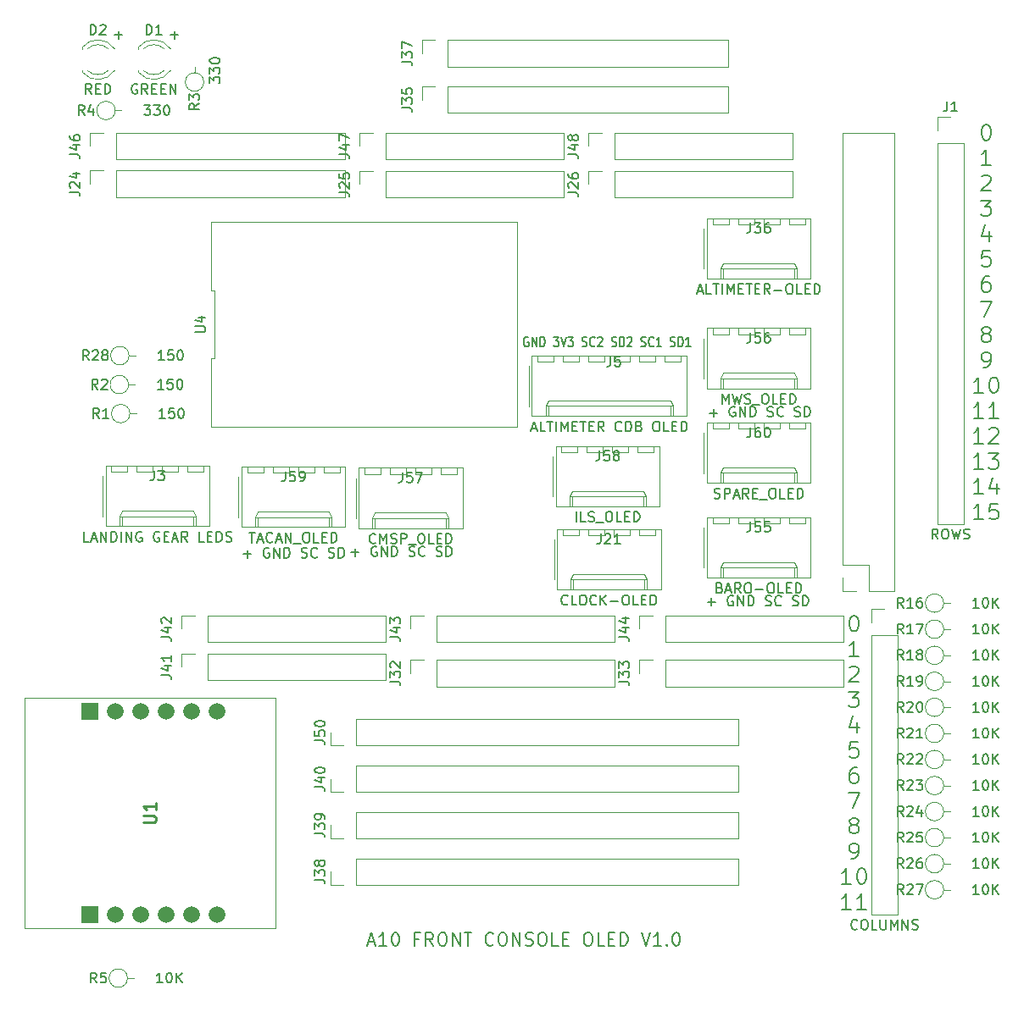
<source format=gbr>
%TF.GenerationSoftware,KiCad,Pcbnew,8.0.2-1*%
%TF.CreationDate,2024-08-19T19:19:17+10:00*%
%TF.ProjectId,Forward OLED,466f7277-6172-4642-904f-4c45442e6b69,rev?*%
%TF.SameCoordinates,Original*%
%TF.FileFunction,Legend,Top*%
%TF.FilePolarity,Positive*%
%FSLAX46Y46*%
G04 Gerber Fmt 4.6, Leading zero omitted, Abs format (unit mm)*
G04 Created by KiCad (PCBNEW 8.0.2-1) date 2024-08-19 19:19:17*
%MOMM*%
%LPD*%
G01*
G04 APERTURE LIST*
%ADD10C,0.150000*%
%ADD11C,0.254000*%
%ADD12C,0.120000*%
%ADD13C,0.100000*%
%ADD14R,1.665000X1.665000*%
%ADD15C,1.665000*%
G04 APERTURE END LIST*
D10*
X161264284Y-68302438D02*
X161188094Y-68254819D01*
X161188094Y-68254819D02*
X161073808Y-68254819D01*
X161073808Y-68254819D02*
X160959522Y-68302438D01*
X160959522Y-68302438D02*
X160883332Y-68397676D01*
X160883332Y-68397676D02*
X160845237Y-68492914D01*
X160845237Y-68492914D02*
X160807141Y-68683390D01*
X160807141Y-68683390D02*
X160807141Y-68826247D01*
X160807141Y-68826247D02*
X160845237Y-69016723D01*
X160845237Y-69016723D02*
X160883332Y-69111961D01*
X160883332Y-69111961D02*
X160959522Y-69207200D01*
X160959522Y-69207200D02*
X161073808Y-69254819D01*
X161073808Y-69254819D02*
X161149999Y-69254819D01*
X161149999Y-69254819D02*
X161264284Y-69207200D01*
X161264284Y-69207200D02*
X161302380Y-69159580D01*
X161302380Y-69159580D02*
X161302380Y-68826247D01*
X161302380Y-68826247D02*
X161149999Y-68826247D01*
X161645237Y-69254819D02*
X161645237Y-68254819D01*
X161645237Y-68254819D02*
X162102380Y-69254819D01*
X162102380Y-69254819D02*
X162102380Y-68254819D01*
X162483332Y-69254819D02*
X162483332Y-68254819D01*
X162483332Y-68254819D02*
X162673808Y-68254819D01*
X162673808Y-68254819D02*
X162788094Y-68302438D01*
X162788094Y-68302438D02*
X162864284Y-68397676D01*
X162864284Y-68397676D02*
X162902379Y-68492914D01*
X162902379Y-68492914D02*
X162940475Y-68683390D01*
X162940475Y-68683390D02*
X162940475Y-68826247D01*
X162940475Y-68826247D02*
X162902379Y-69016723D01*
X162902379Y-69016723D02*
X162864284Y-69111961D01*
X162864284Y-69111961D02*
X162788094Y-69207200D01*
X162788094Y-69207200D02*
X162673808Y-69254819D01*
X162673808Y-69254819D02*
X162483332Y-69254819D01*
X163816665Y-68254819D02*
X164311903Y-68254819D01*
X164311903Y-68254819D02*
X164045237Y-68635771D01*
X164045237Y-68635771D02*
X164159522Y-68635771D01*
X164159522Y-68635771D02*
X164235713Y-68683390D01*
X164235713Y-68683390D02*
X164273808Y-68731009D01*
X164273808Y-68731009D02*
X164311903Y-68826247D01*
X164311903Y-68826247D02*
X164311903Y-69064342D01*
X164311903Y-69064342D02*
X164273808Y-69159580D01*
X164273808Y-69159580D02*
X164235713Y-69207200D01*
X164235713Y-69207200D02*
X164159522Y-69254819D01*
X164159522Y-69254819D02*
X163930951Y-69254819D01*
X163930951Y-69254819D02*
X163854760Y-69207200D01*
X163854760Y-69207200D02*
X163816665Y-69159580D01*
X164540475Y-68254819D02*
X164807142Y-69254819D01*
X164807142Y-69254819D02*
X165073808Y-68254819D01*
X165264284Y-68254819D02*
X165759522Y-68254819D01*
X165759522Y-68254819D02*
X165492856Y-68635771D01*
X165492856Y-68635771D02*
X165607141Y-68635771D01*
X165607141Y-68635771D02*
X165683332Y-68683390D01*
X165683332Y-68683390D02*
X165721427Y-68731009D01*
X165721427Y-68731009D02*
X165759522Y-68826247D01*
X165759522Y-68826247D02*
X165759522Y-69064342D01*
X165759522Y-69064342D02*
X165721427Y-69159580D01*
X165721427Y-69159580D02*
X165683332Y-69207200D01*
X165683332Y-69207200D02*
X165607141Y-69254819D01*
X165607141Y-69254819D02*
X165378570Y-69254819D01*
X165378570Y-69254819D02*
X165302379Y-69207200D01*
X165302379Y-69207200D02*
X165264284Y-69159580D01*
X166673808Y-69207200D02*
X166788094Y-69254819D01*
X166788094Y-69254819D02*
X166978570Y-69254819D01*
X166978570Y-69254819D02*
X167054761Y-69207200D01*
X167054761Y-69207200D02*
X167092856Y-69159580D01*
X167092856Y-69159580D02*
X167130951Y-69064342D01*
X167130951Y-69064342D02*
X167130951Y-68969104D01*
X167130951Y-68969104D02*
X167092856Y-68873866D01*
X167092856Y-68873866D02*
X167054761Y-68826247D01*
X167054761Y-68826247D02*
X166978570Y-68778628D01*
X166978570Y-68778628D02*
X166826189Y-68731009D01*
X166826189Y-68731009D02*
X166749999Y-68683390D01*
X166749999Y-68683390D02*
X166711904Y-68635771D01*
X166711904Y-68635771D02*
X166673808Y-68540533D01*
X166673808Y-68540533D02*
X166673808Y-68445295D01*
X166673808Y-68445295D02*
X166711904Y-68350057D01*
X166711904Y-68350057D02*
X166749999Y-68302438D01*
X166749999Y-68302438D02*
X166826189Y-68254819D01*
X166826189Y-68254819D02*
X167016666Y-68254819D01*
X167016666Y-68254819D02*
X167130951Y-68302438D01*
X167930952Y-69159580D02*
X167892856Y-69207200D01*
X167892856Y-69207200D02*
X167778571Y-69254819D01*
X167778571Y-69254819D02*
X167702380Y-69254819D01*
X167702380Y-69254819D02*
X167588094Y-69207200D01*
X167588094Y-69207200D02*
X167511904Y-69111961D01*
X167511904Y-69111961D02*
X167473809Y-69016723D01*
X167473809Y-69016723D02*
X167435713Y-68826247D01*
X167435713Y-68826247D02*
X167435713Y-68683390D01*
X167435713Y-68683390D02*
X167473809Y-68492914D01*
X167473809Y-68492914D02*
X167511904Y-68397676D01*
X167511904Y-68397676D02*
X167588094Y-68302438D01*
X167588094Y-68302438D02*
X167702380Y-68254819D01*
X167702380Y-68254819D02*
X167778571Y-68254819D01*
X167778571Y-68254819D02*
X167892856Y-68302438D01*
X167892856Y-68302438D02*
X167930952Y-68350057D01*
X168235713Y-68350057D02*
X168273809Y-68302438D01*
X168273809Y-68302438D02*
X168349999Y-68254819D01*
X168349999Y-68254819D02*
X168540475Y-68254819D01*
X168540475Y-68254819D02*
X168616666Y-68302438D01*
X168616666Y-68302438D02*
X168654761Y-68350057D01*
X168654761Y-68350057D02*
X168692856Y-68445295D01*
X168692856Y-68445295D02*
X168692856Y-68540533D01*
X168692856Y-68540533D02*
X168654761Y-68683390D01*
X168654761Y-68683390D02*
X168197618Y-69254819D01*
X168197618Y-69254819D02*
X168692856Y-69254819D01*
X169607142Y-69207200D02*
X169721428Y-69254819D01*
X169721428Y-69254819D02*
X169911904Y-69254819D01*
X169911904Y-69254819D02*
X169988095Y-69207200D01*
X169988095Y-69207200D02*
X170026190Y-69159580D01*
X170026190Y-69159580D02*
X170064285Y-69064342D01*
X170064285Y-69064342D02*
X170064285Y-68969104D01*
X170064285Y-68969104D02*
X170026190Y-68873866D01*
X170026190Y-68873866D02*
X169988095Y-68826247D01*
X169988095Y-68826247D02*
X169911904Y-68778628D01*
X169911904Y-68778628D02*
X169759523Y-68731009D01*
X169759523Y-68731009D02*
X169683333Y-68683390D01*
X169683333Y-68683390D02*
X169645238Y-68635771D01*
X169645238Y-68635771D02*
X169607142Y-68540533D01*
X169607142Y-68540533D02*
X169607142Y-68445295D01*
X169607142Y-68445295D02*
X169645238Y-68350057D01*
X169645238Y-68350057D02*
X169683333Y-68302438D01*
X169683333Y-68302438D02*
X169759523Y-68254819D01*
X169759523Y-68254819D02*
X169950000Y-68254819D01*
X169950000Y-68254819D02*
X170064285Y-68302438D01*
X170407143Y-69254819D02*
X170407143Y-68254819D01*
X170407143Y-68254819D02*
X170597619Y-68254819D01*
X170597619Y-68254819D02*
X170711905Y-68302438D01*
X170711905Y-68302438D02*
X170788095Y-68397676D01*
X170788095Y-68397676D02*
X170826190Y-68492914D01*
X170826190Y-68492914D02*
X170864286Y-68683390D01*
X170864286Y-68683390D02*
X170864286Y-68826247D01*
X170864286Y-68826247D02*
X170826190Y-69016723D01*
X170826190Y-69016723D02*
X170788095Y-69111961D01*
X170788095Y-69111961D02*
X170711905Y-69207200D01*
X170711905Y-69207200D02*
X170597619Y-69254819D01*
X170597619Y-69254819D02*
X170407143Y-69254819D01*
X171169047Y-68350057D02*
X171207143Y-68302438D01*
X171207143Y-68302438D02*
X171283333Y-68254819D01*
X171283333Y-68254819D02*
X171473809Y-68254819D01*
X171473809Y-68254819D02*
X171550000Y-68302438D01*
X171550000Y-68302438D02*
X171588095Y-68350057D01*
X171588095Y-68350057D02*
X171626190Y-68445295D01*
X171626190Y-68445295D02*
X171626190Y-68540533D01*
X171626190Y-68540533D02*
X171588095Y-68683390D01*
X171588095Y-68683390D02*
X171130952Y-69254819D01*
X171130952Y-69254819D02*
X171626190Y-69254819D01*
X172540476Y-69207200D02*
X172654762Y-69254819D01*
X172654762Y-69254819D02*
X172845238Y-69254819D01*
X172845238Y-69254819D02*
X172921429Y-69207200D01*
X172921429Y-69207200D02*
X172959524Y-69159580D01*
X172959524Y-69159580D02*
X172997619Y-69064342D01*
X172997619Y-69064342D02*
X172997619Y-68969104D01*
X172997619Y-68969104D02*
X172959524Y-68873866D01*
X172959524Y-68873866D02*
X172921429Y-68826247D01*
X172921429Y-68826247D02*
X172845238Y-68778628D01*
X172845238Y-68778628D02*
X172692857Y-68731009D01*
X172692857Y-68731009D02*
X172616667Y-68683390D01*
X172616667Y-68683390D02*
X172578572Y-68635771D01*
X172578572Y-68635771D02*
X172540476Y-68540533D01*
X172540476Y-68540533D02*
X172540476Y-68445295D01*
X172540476Y-68445295D02*
X172578572Y-68350057D01*
X172578572Y-68350057D02*
X172616667Y-68302438D01*
X172616667Y-68302438D02*
X172692857Y-68254819D01*
X172692857Y-68254819D02*
X172883334Y-68254819D01*
X172883334Y-68254819D02*
X172997619Y-68302438D01*
X173797620Y-69159580D02*
X173759524Y-69207200D01*
X173759524Y-69207200D02*
X173645239Y-69254819D01*
X173645239Y-69254819D02*
X173569048Y-69254819D01*
X173569048Y-69254819D02*
X173454762Y-69207200D01*
X173454762Y-69207200D02*
X173378572Y-69111961D01*
X173378572Y-69111961D02*
X173340477Y-69016723D01*
X173340477Y-69016723D02*
X173302381Y-68826247D01*
X173302381Y-68826247D02*
X173302381Y-68683390D01*
X173302381Y-68683390D02*
X173340477Y-68492914D01*
X173340477Y-68492914D02*
X173378572Y-68397676D01*
X173378572Y-68397676D02*
X173454762Y-68302438D01*
X173454762Y-68302438D02*
X173569048Y-68254819D01*
X173569048Y-68254819D02*
X173645239Y-68254819D01*
X173645239Y-68254819D02*
X173759524Y-68302438D01*
X173759524Y-68302438D02*
X173797620Y-68350057D01*
X174559524Y-69254819D02*
X174102381Y-69254819D01*
X174330953Y-69254819D02*
X174330953Y-68254819D01*
X174330953Y-68254819D02*
X174254762Y-68397676D01*
X174254762Y-68397676D02*
X174178572Y-68492914D01*
X174178572Y-68492914D02*
X174102381Y-68540533D01*
X175473810Y-69207200D02*
X175588096Y-69254819D01*
X175588096Y-69254819D02*
X175778572Y-69254819D01*
X175778572Y-69254819D02*
X175854763Y-69207200D01*
X175854763Y-69207200D02*
X175892858Y-69159580D01*
X175892858Y-69159580D02*
X175930953Y-69064342D01*
X175930953Y-69064342D02*
X175930953Y-68969104D01*
X175930953Y-68969104D02*
X175892858Y-68873866D01*
X175892858Y-68873866D02*
X175854763Y-68826247D01*
X175854763Y-68826247D02*
X175778572Y-68778628D01*
X175778572Y-68778628D02*
X175626191Y-68731009D01*
X175626191Y-68731009D02*
X175550001Y-68683390D01*
X175550001Y-68683390D02*
X175511906Y-68635771D01*
X175511906Y-68635771D02*
X175473810Y-68540533D01*
X175473810Y-68540533D02*
X175473810Y-68445295D01*
X175473810Y-68445295D02*
X175511906Y-68350057D01*
X175511906Y-68350057D02*
X175550001Y-68302438D01*
X175550001Y-68302438D02*
X175626191Y-68254819D01*
X175626191Y-68254819D02*
X175816668Y-68254819D01*
X175816668Y-68254819D02*
X175930953Y-68302438D01*
X176273811Y-69254819D02*
X176273811Y-68254819D01*
X176273811Y-68254819D02*
X176464287Y-68254819D01*
X176464287Y-68254819D02*
X176578573Y-68302438D01*
X176578573Y-68302438D02*
X176654763Y-68397676D01*
X176654763Y-68397676D02*
X176692858Y-68492914D01*
X176692858Y-68492914D02*
X176730954Y-68683390D01*
X176730954Y-68683390D02*
X176730954Y-68826247D01*
X176730954Y-68826247D02*
X176692858Y-69016723D01*
X176692858Y-69016723D02*
X176654763Y-69111961D01*
X176654763Y-69111961D02*
X176578573Y-69207200D01*
X176578573Y-69207200D02*
X176464287Y-69254819D01*
X176464287Y-69254819D02*
X176273811Y-69254819D01*
X177492858Y-69254819D02*
X177035715Y-69254819D01*
X177264287Y-69254819D02*
X177264287Y-68254819D01*
X177264287Y-68254819D02*
X177188096Y-68397676D01*
X177188096Y-68397676D02*
X177111906Y-68492914D01*
X177111906Y-68492914D02*
X177035715Y-68540533D01*
X179400000Y-75873866D02*
X180161905Y-75873866D01*
X179780952Y-76254819D02*
X179780952Y-75492914D01*
X181923809Y-75302438D02*
X181828571Y-75254819D01*
X181828571Y-75254819D02*
X181685714Y-75254819D01*
X181685714Y-75254819D02*
X181542857Y-75302438D01*
X181542857Y-75302438D02*
X181447619Y-75397676D01*
X181447619Y-75397676D02*
X181400000Y-75492914D01*
X181400000Y-75492914D02*
X181352381Y-75683390D01*
X181352381Y-75683390D02*
X181352381Y-75826247D01*
X181352381Y-75826247D02*
X181400000Y-76016723D01*
X181400000Y-76016723D02*
X181447619Y-76111961D01*
X181447619Y-76111961D02*
X181542857Y-76207200D01*
X181542857Y-76207200D02*
X181685714Y-76254819D01*
X181685714Y-76254819D02*
X181780952Y-76254819D01*
X181780952Y-76254819D02*
X181923809Y-76207200D01*
X181923809Y-76207200D02*
X181971428Y-76159580D01*
X181971428Y-76159580D02*
X181971428Y-75826247D01*
X181971428Y-75826247D02*
X181780952Y-75826247D01*
X182400000Y-76254819D02*
X182400000Y-75254819D01*
X182400000Y-75254819D02*
X182971428Y-76254819D01*
X182971428Y-76254819D02*
X182971428Y-75254819D01*
X183447619Y-76254819D02*
X183447619Y-75254819D01*
X183447619Y-75254819D02*
X183685714Y-75254819D01*
X183685714Y-75254819D02*
X183828571Y-75302438D01*
X183828571Y-75302438D02*
X183923809Y-75397676D01*
X183923809Y-75397676D02*
X183971428Y-75492914D01*
X183971428Y-75492914D02*
X184019047Y-75683390D01*
X184019047Y-75683390D02*
X184019047Y-75826247D01*
X184019047Y-75826247D02*
X183971428Y-76016723D01*
X183971428Y-76016723D02*
X183923809Y-76111961D01*
X183923809Y-76111961D02*
X183828571Y-76207200D01*
X183828571Y-76207200D02*
X183685714Y-76254819D01*
X183685714Y-76254819D02*
X183447619Y-76254819D01*
X185161905Y-76207200D02*
X185304762Y-76254819D01*
X185304762Y-76254819D02*
X185542857Y-76254819D01*
X185542857Y-76254819D02*
X185638095Y-76207200D01*
X185638095Y-76207200D02*
X185685714Y-76159580D01*
X185685714Y-76159580D02*
X185733333Y-76064342D01*
X185733333Y-76064342D02*
X185733333Y-75969104D01*
X185733333Y-75969104D02*
X185685714Y-75873866D01*
X185685714Y-75873866D02*
X185638095Y-75826247D01*
X185638095Y-75826247D02*
X185542857Y-75778628D01*
X185542857Y-75778628D02*
X185352381Y-75731009D01*
X185352381Y-75731009D02*
X185257143Y-75683390D01*
X185257143Y-75683390D02*
X185209524Y-75635771D01*
X185209524Y-75635771D02*
X185161905Y-75540533D01*
X185161905Y-75540533D02*
X185161905Y-75445295D01*
X185161905Y-75445295D02*
X185209524Y-75350057D01*
X185209524Y-75350057D02*
X185257143Y-75302438D01*
X185257143Y-75302438D02*
X185352381Y-75254819D01*
X185352381Y-75254819D02*
X185590476Y-75254819D01*
X185590476Y-75254819D02*
X185733333Y-75302438D01*
X186733333Y-76159580D02*
X186685714Y-76207200D01*
X186685714Y-76207200D02*
X186542857Y-76254819D01*
X186542857Y-76254819D02*
X186447619Y-76254819D01*
X186447619Y-76254819D02*
X186304762Y-76207200D01*
X186304762Y-76207200D02*
X186209524Y-76111961D01*
X186209524Y-76111961D02*
X186161905Y-76016723D01*
X186161905Y-76016723D02*
X186114286Y-75826247D01*
X186114286Y-75826247D02*
X186114286Y-75683390D01*
X186114286Y-75683390D02*
X186161905Y-75492914D01*
X186161905Y-75492914D02*
X186209524Y-75397676D01*
X186209524Y-75397676D02*
X186304762Y-75302438D01*
X186304762Y-75302438D02*
X186447619Y-75254819D01*
X186447619Y-75254819D02*
X186542857Y-75254819D01*
X186542857Y-75254819D02*
X186685714Y-75302438D01*
X186685714Y-75302438D02*
X186733333Y-75350057D01*
X187876191Y-76207200D02*
X188019048Y-76254819D01*
X188019048Y-76254819D02*
X188257143Y-76254819D01*
X188257143Y-76254819D02*
X188352381Y-76207200D01*
X188352381Y-76207200D02*
X188400000Y-76159580D01*
X188400000Y-76159580D02*
X188447619Y-76064342D01*
X188447619Y-76064342D02*
X188447619Y-75969104D01*
X188447619Y-75969104D02*
X188400000Y-75873866D01*
X188400000Y-75873866D02*
X188352381Y-75826247D01*
X188352381Y-75826247D02*
X188257143Y-75778628D01*
X188257143Y-75778628D02*
X188066667Y-75731009D01*
X188066667Y-75731009D02*
X187971429Y-75683390D01*
X187971429Y-75683390D02*
X187923810Y-75635771D01*
X187923810Y-75635771D02*
X187876191Y-75540533D01*
X187876191Y-75540533D02*
X187876191Y-75445295D01*
X187876191Y-75445295D02*
X187923810Y-75350057D01*
X187923810Y-75350057D02*
X187971429Y-75302438D01*
X187971429Y-75302438D02*
X188066667Y-75254819D01*
X188066667Y-75254819D02*
X188304762Y-75254819D01*
X188304762Y-75254819D02*
X188447619Y-75302438D01*
X188876191Y-76254819D02*
X188876191Y-75254819D01*
X188876191Y-75254819D02*
X189114286Y-75254819D01*
X189114286Y-75254819D02*
X189257143Y-75302438D01*
X189257143Y-75302438D02*
X189352381Y-75397676D01*
X189352381Y-75397676D02*
X189400000Y-75492914D01*
X189400000Y-75492914D02*
X189447619Y-75683390D01*
X189447619Y-75683390D02*
X189447619Y-75826247D01*
X189447619Y-75826247D02*
X189400000Y-76016723D01*
X189400000Y-76016723D02*
X189352381Y-76111961D01*
X189352381Y-76111961D02*
X189257143Y-76207200D01*
X189257143Y-76207200D02*
X189114286Y-76254819D01*
X189114286Y-76254819D02*
X188876191Y-76254819D01*
X132850000Y-89973866D02*
X133611905Y-89973866D01*
X133230952Y-90354819D02*
X133230952Y-89592914D01*
X135373809Y-89402438D02*
X135278571Y-89354819D01*
X135278571Y-89354819D02*
X135135714Y-89354819D01*
X135135714Y-89354819D02*
X134992857Y-89402438D01*
X134992857Y-89402438D02*
X134897619Y-89497676D01*
X134897619Y-89497676D02*
X134850000Y-89592914D01*
X134850000Y-89592914D02*
X134802381Y-89783390D01*
X134802381Y-89783390D02*
X134802381Y-89926247D01*
X134802381Y-89926247D02*
X134850000Y-90116723D01*
X134850000Y-90116723D02*
X134897619Y-90211961D01*
X134897619Y-90211961D02*
X134992857Y-90307200D01*
X134992857Y-90307200D02*
X135135714Y-90354819D01*
X135135714Y-90354819D02*
X135230952Y-90354819D01*
X135230952Y-90354819D02*
X135373809Y-90307200D01*
X135373809Y-90307200D02*
X135421428Y-90259580D01*
X135421428Y-90259580D02*
X135421428Y-89926247D01*
X135421428Y-89926247D02*
X135230952Y-89926247D01*
X135850000Y-90354819D02*
X135850000Y-89354819D01*
X135850000Y-89354819D02*
X136421428Y-90354819D01*
X136421428Y-90354819D02*
X136421428Y-89354819D01*
X136897619Y-90354819D02*
X136897619Y-89354819D01*
X136897619Y-89354819D02*
X137135714Y-89354819D01*
X137135714Y-89354819D02*
X137278571Y-89402438D01*
X137278571Y-89402438D02*
X137373809Y-89497676D01*
X137373809Y-89497676D02*
X137421428Y-89592914D01*
X137421428Y-89592914D02*
X137469047Y-89783390D01*
X137469047Y-89783390D02*
X137469047Y-89926247D01*
X137469047Y-89926247D02*
X137421428Y-90116723D01*
X137421428Y-90116723D02*
X137373809Y-90211961D01*
X137373809Y-90211961D02*
X137278571Y-90307200D01*
X137278571Y-90307200D02*
X137135714Y-90354819D01*
X137135714Y-90354819D02*
X136897619Y-90354819D01*
X138611905Y-90307200D02*
X138754762Y-90354819D01*
X138754762Y-90354819D02*
X138992857Y-90354819D01*
X138992857Y-90354819D02*
X139088095Y-90307200D01*
X139088095Y-90307200D02*
X139135714Y-90259580D01*
X139135714Y-90259580D02*
X139183333Y-90164342D01*
X139183333Y-90164342D02*
X139183333Y-90069104D01*
X139183333Y-90069104D02*
X139135714Y-89973866D01*
X139135714Y-89973866D02*
X139088095Y-89926247D01*
X139088095Y-89926247D02*
X138992857Y-89878628D01*
X138992857Y-89878628D02*
X138802381Y-89831009D01*
X138802381Y-89831009D02*
X138707143Y-89783390D01*
X138707143Y-89783390D02*
X138659524Y-89735771D01*
X138659524Y-89735771D02*
X138611905Y-89640533D01*
X138611905Y-89640533D02*
X138611905Y-89545295D01*
X138611905Y-89545295D02*
X138659524Y-89450057D01*
X138659524Y-89450057D02*
X138707143Y-89402438D01*
X138707143Y-89402438D02*
X138802381Y-89354819D01*
X138802381Y-89354819D02*
X139040476Y-89354819D01*
X139040476Y-89354819D02*
X139183333Y-89402438D01*
X140183333Y-90259580D02*
X140135714Y-90307200D01*
X140135714Y-90307200D02*
X139992857Y-90354819D01*
X139992857Y-90354819D02*
X139897619Y-90354819D01*
X139897619Y-90354819D02*
X139754762Y-90307200D01*
X139754762Y-90307200D02*
X139659524Y-90211961D01*
X139659524Y-90211961D02*
X139611905Y-90116723D01*
X139611905Y-90116723D02*
X139564286Y-89926247D01*
X139564286Y-89926247D02*
X139564286Y-89783390D01*
X139564286Y-89783390D02*
X139611905Y-89592914D01*
X139611905Y-89592914D02*
X139659524Y-89497676D01*
X139659524Y-89497676D02*
X139754762Y-89402438D01*
X139754762Y-89402438D02*
X139897619Y-89354819D01*
X139897619Y-89354819D02*
X139992857Y-89354819D01*
X139992857Y-89354819D02*
X140135714Y-89402438D01*
X140135714Y-89402438D02*
X140183333Y-89450057D01*
X141326191Y-90307200D02*
X141469048Y-90354819D01*
X141469048Y-90354819D02*
X141707143Y-90354819D01*
X141707143Y-90354819D02*
X141802381Y-90307200D01*
X141802381Y-90307200D02*
X141850000Y-90259580D01*
X141850000Y-90259580D02*
X141897619Y-90164342D01*
X141897619Y-90164342D02*
X141897619Y-90069104D01*
X141897619Y-90069104D02*
X141850000Y-89973866D01*
X141850000Y-89973866D02*
X141802381Y-89926247D01*
X141802381Y-89926247D02*
X141707143Y-89878628D01*
X141707143Y-89878628D02*
X141516667Y-89831009D01*
X141516667Y-89831009D02*
X141421429Y-89783390D01*
X141421429Y-89783390D02*
X141373810Y-89735771D01*
X141373810Y-89735771D02*
X141326191Y-89640533D01*
X141326191Y-89640533D02*
X141326191Y-89545295D01*
X141326191Y-89545295D02*
X141373810Y-89450057D01*
X141373810Y-89450057D02*
X141421429Y-89402438D01*
X141421429Y-89402438D02*
X141516667Y-89354819D01*
X141516667Y-89354819D02*
X141754762Y-89354819D01*
X141754762Y-89354819D02*
X141897619Y-89402438D01*
X142326191Y-90354819D02*
X142326191Y-89354819D01*
X142326191Y-89354819D02*
X142564286Y-89354819D01*
X142564286Y-89354819D02*
X142707143Y-89402438D01*
X142707143Y-89402438D02*
X142802381Y-89497676D01*
X142802381Y-89497676D02*
X142850000Y-89592914D01*
X142850000Y-89592914D02*
X142897619Y-89783390D01*
X142897619Y-89783390D02*
X142897619Y-89926247D01*
X142897619Y-89926247D02*
X142850000Y-90116723D01*
X142850000Y-90116723D02*
X142802381Y-90211961D01*
X142802381Y-90211961D02*
X142707143Y-90307200D01*
X142707143Y-90307200D02*
X142564286Y-90354819D01*
X142564286Y-90354819D02*
X142326191Y-90354819D01*
X179200000Y-94773866D02*
X179961905Y-94773866D01*
X179580952Y-95154819D02*
X179580952Y-94392914D01*
X181723809Y-94202438D02*
X181628571Y-94154819D01*
X181628571Y-94154819D02*
X181485714Y-94154819D01*
X181485714Y-94154819D02*
X181342857Y-94202438D01*
X181342857Y-94202438D02*
X181247619Y-94297676D01*
X181247619Y-94297676D02*
X181200000Y-94392914D01*
X181200000Y-94392914D02*
X181152381Y-94583390D01*
X181152381Y-94583390D02*
X181152381Y-94726247D01*
X181152381Y-94726247D02*
X181200000Y-94916723D01*
X181200000Y-94916723D02*
X181247619Y-95011961D01*
X181247619Y-95011961D02*
X181342857Y-95107200D01*
X181342857Y-95107200D02*
X181485714Y-95154819D01*
X181485714Y-95154819D02*
X181580952Y-95154819D01*
X181580952Y-95154819D02*
X181723809Y-95107200D01*
X181723809Y-95107200D02*
X181771428Y-95059580D01*
X181771428Y-95059580D02*
X181771428Y-94726247D01*
X181771428Y-94726247D02*
X181580952Y-94726247D01*
X182200000Y-95154819D02*
X182200000Y-94154819D01*
X182200000Y-94154819D02*
X182771428Y-95154819D01*
X182771428Y-95154819D02*
X182771428Y-94154819D01*
X183247619Y-95154819D02*
X183247619Y-94154819D01*
X183247619Y-94154819D02*
X183485714Y-94154819D01*
X183485714Y-94154819D02*
X183628571Y-94202438D01*
X183628571Y-94202438D02*
X183723809Y-94297676D01*
X183723809Y-94297676D02*
X183771428Y-94392914D01*
X183771428Y-94392914D02*
X183819047Y-94583390D01*
X183819047Y-94583390D02*
X183819047Y-94726247D01*
X183819047Y-94726247D02*
X183771428Y-94916723D01*
X183771428Y-94916723D02*
X183723809Y-95011961D01*
X183723809Y-95011961D02*
X183628571Y-95107200D01*
X183628571Y-95107200D02*
X183485714Y-95154819D01*
X183485714Y-95154819D02*
X183247619Y-95154819D01*
X184961905Y-95107200D02*
X185104762Y-95154819D01*
X185104762Y-95154819D02*
X185342857Y-95154819D01*
X185342857Y-95154819D02*
X185438095Y-95107200D01*
X185438095Y-95107200D02*
X185485714Y-95059580D01*
X185485714Y-95059580D02*
X185533333Y-94964342D01*
X185533333Y-94964342D02*
X185533333Y-94869104D01*
X185533333Y-94869104D02*
X185485714Y-94773866D01*
X185485714Y-94773866D02*
X185438095Y-94726247D01*
X185438095Y-94726247D02*
X185342857Y-94678628D01*
X185342857Y-94678628D02*
X185152381Y-94631009D01*
X185152381Y-94631009D02*
X185057143Y-94583390D01*
X185057143Y-94583390D02*
X185009524Y-94535771D01*
X185009524Y-94535771D02*
X184961905Y-94440533D01*
X184961905Y-94440533D02*
X184961905Y-94345295D01*
X184961905Y-94345295D02*
X185009524Y-94250057D01*
X185009524Y-94250057D02*
X185057143Y-94202438D01*
X185057143Y-94202438D02*
X185152381Y-94154819D01*
X185152381Y-94154819D02*
X185390476Y-94154819D01*
X185390476Y-94154819D02*
X185533333Y-94202438D01*
X186533333Y-95059580D02*
X186485714Y-95107200D01*
X186485714Y-95107200D02*
X186342857Y-95154819D01*
X186342857Y-95154819D02*
X186247619Y-95154819D01*
X186247619Y-95154819D02*
X186104762Y-95107200D01*
X186104762Y-95107200D02*
X186009524Y-95011961D01*
X186009524Y-95011961D02*
X185961905Y-94916723D01*
X185961905Y-94916723D02*
X185914286Y-94726247D01*
X185914286Y-94726247D02*
X185914286Y-94583390D01*
X185914286Y-94583390D02*
X185961905Y-94392914D01*
X185961905Y-94392914D02*
X186009524Y-94297676D01*
X186009524Y-94297676D02*
X186104762Y-94202438D01*
X186104762Y-94202438D02*
X186247619Y-94154819D01*
X186247619Y-94154819D02*
X186342857Y-94154819D01*
X186342857Y-94154819D02*
X186485714Y-94202438D01*
X186485714Y-94202438D02*
X186533333Y-94250057D01*
X187676191Y-95107200D02*
X187819048Y-95154819D01*
X187819048Y-95154819D02*
X188057143Y-95154819D01*
X188057143Y-95154819D02*
X188152381Y-95107200D01*
X188152381Y-95107200D02*
X188200000Y-95059580D01*
X188200000Y-95059580D02*
X188247619Y-94964342D01*
X188247619Y-94964342D02*
X188247619Y-94869104D01*
X188247619Y-94869104D02*
X188200000Y-94773866D01*
X188200000Y-94773866D02*
X188152381Y-94726247D01*
X188152381Y-94726247D02*
X188057143Y-94678628D01*
X188057143Y-94678628D02*
X187866667Y-94631009D01*
X187866667Y-94631009D02*
X187771429Y-94583390D01*
X187771429Y-94583390D02*
X187723810Y-94535771D01*
X187723810Y-94535771D02*
X187676191Y-94440533D01*
X187676191Y-94440533D02*
X187676191Y-94345295D01*
X187676191Y-94345295D02*
X187723810Y-94250057D01*
X187723810Y-94250057D02*
X187771429Y-94202438D01*
X187771429Y-94202438D02*
X187866667Y-94154819D01*
X187866667Y-94154819D02*
X188104762Y-94154819D01*
X188104762Y-94154819D02*
X188247619Y-94202438D01*
X188676191Y-95154819D02*
X188676191Y-94154819D01*
X188676191Y-94154819D02*
X188914286Y-94154819D01*
X188914286Y-94154819D02*
X189057143Y-94202438D01*
X189057143Y-94202438D02*
X189152381Y-94297676D01*
X189152381Y-94297676D02*
X189200000Y-94392914D01*
X189200000Y-94392914D02*
X189247619Y-94583390D01*
X189247619Y-94583390D02*
X189247619Y-94726247D01*
X189247619Y-94726247D02*
X189200000Y-94916723D01*
X189200000Y-94916723D02*
X189152381Y-95011961D01*
X189152381Y-95011961D02*
X189057143Y-95107200D01*
X189057143Y-95107200D02*
X188914286Y-95154819D01*
X188914286Y-95154819D02*
X188676191Y-95154819D01*
X206923809Y-47041421D02*
X207076190Y-47041421D01*
X207076190Y-47041421D02*
X207228571Y-47116183D01*
X207228571Y-47116183D02*
X207304761Y-47190945D01*
X207304761Y-47190945D02*
X207380952Y-47340469D01*
X207380952Y-47340469D02*
X207457142Y-47639517D01*
X207457142Y-47639517D02*
X207457142Y-48013326D01*
X207457142Y-48013326D02*
X207380952Y-48312374D01*
X207380952Y-48312374D02*
X207304761Y-48461898D01*
X207304761Y-48461898D02*
X207228571Y-48536660D01*
X207228571Y-48536660D02*
X207076190Y-48611421D01*
X207076190Y-48611421D02*
X206923809Y-48611421D01*
X206923809Y-48611421D02*
X206771428Y-48536660D01*
X206771428Y-48536660D02*
X206695237Y-48461898D01*
X206695237Y-48461898D02*
X206619047Y-48312374D01*
X206619047Y-48312374D02*
X206542856Y-48013326D01*
X206542856Y-48013326D02*
X206542856Y-47639517D01*
X206542856Y-47639517D02*
X206619047Y-47340469D01*
X206619047Y-47340469D02*
X206695237Y-47190945D01*
X206695237Y-47190945D02*
X206771428Y-47116183D01*
X206771428Y-47116183D02*
X206923809Y-47041421D01*
X207457142Y-51139033D02*
X206542856Y-51139033D01*
X206999999Y-51139033D02*
X206999999Y-49569033D01*
X206999999Y-49569033D02*
X206847618Y-49793319D01*
X206847618Y-49793319D02*
X206695237Y-49942843D01*
X206695237Y-49942843D02*
X206542856Y-50017605D01*
X206542856Y-52246169D02*
X206619047Y-52171407D01*
X206619047Y-52171407D02*
X206771428Y-52096645D01*
X206771428Y-52096645D02*
X207152380Y-52096645D01*
X207152380Y-52096645D02*
X207304761Y-52171407D01*
X207304761Y-52171407D02*
X207380952Y-52246169D01*
X207380952Y-52246169D02*
X207457142Y-52395693D01*
X207457142Y-52395693D02*
X207457142Y-52545217D01*
X207457142Y-52545217D02*
X207380952Y-52769503D01*
X207380952Y-52769503D02*
X206466666Y-53666645D01*
X206466666Y-53666645D02*
X207457142Y-53666645D01*
X206466666Y-54624257D02*
X207457142Y-54624257D01*
X207457142Y-54624257D02*
X206923809Y-55222353D01*
X206923809Y-55222353D02*
X207152380Y-55222353D01*
X207152380Y-55222353D02*
X207304761Y-55297115D01*
X207304761Y-55297115D02*
X207380952Y-55371876D01*
X207380952Y-55371876D02*
X207457142Y-55521400D01*
X207457142Y-55521400D02*
X207457142Y-55895210D01*
X207457142Y-55895210D02*
X207380952Y-56044734D01*
X207380952Y-56044734D02*
X207304761Y-56119496D01*
X207304761Y-56119496D02*
X207152380Y-56194257D01*
X207152380Y-56194257D02*
X206695237Y-56194257D01*
X206695237Y-56194257D02*
X206542856Y-56119496D01*
X206542856Y-56119496D02*
X206466666Y-56044734D01*
X207304761Y-57675203D02*
X207304761Y-58721869D01*
X206923809Y-57077108D02*
X206542856Y-58198536D01*
X206542856Y-58198536D02*
X207533333Y-58198536D01*
X207380952Y-59679481D02*
X206619047Y-59679481D01*
X206619047Y-59679481D02*
X206542856Y-60427100D01*
X206542856Y-60427100D02*
X206619047Y-60352339D01*
X206619047Y-60352339D02*
X206771428Y-60277577D01*
X206771428Y-60277577D02*
X207152380Y-60277577D01*
X207152380Y-60277577D02*
X207304761Y-60352339D01*
X207304761Y-60352339D02*
X207380952Y-60427100D01*
X207380952Y-60427100D02*
X207457142Y-60576624D01*
X207457142Y-60576624D02*
X207457142Y-60950434D01*
X207457142Y-60950434D02*
X207380952Y-61099958D01*
X207380952Y-61099958D02*
X207304761Y-61174720D01*
X207304761Y-61174720D02*
X207152380Y-61249481D01*
X207152380Y-61249481D02*
X206771428Y-61249481D01*
X206771428Y-61249481D02*
X206619047Y-61174720D01*
X206619047Y-61174720D02*
X206542856Y-61099958D01*
X207304761Y-62207093D02*
X206999999Y-62207093D01*
X206999999Y-62207093D02*
X206847618Y-62281855D01*
X206847618Y-62281855D02*
X206771428Y-62356617D01*
X206771428Y-62356617D02*
X206619047Y-62580903D01*
X206619047Y-62580903D02*
X206542856Y-62879951D01*
X206542856Y-62879951D02*
X206542856Y-63478046D01*
X206542856Y-63478046D02*
X206619047Y-63627570D01*
X206619047Y-63627570D02*
X206695237Y-63702332D01*
X206695237Y-63702332D02*
X206847618Y-63777093D01*
X206847618Y-63777093D02*
X207152380Y-63777093D01*
X207152380Y-63777093D02*
X207304761Y-63702332D01*
X207304761Y-63702332D02*
X207380952Y-63627570D01*
X207380952Y-63627570D02*
X207457142Y-63478046D01*
X207457142Y-63478046D02*
X207457142Y-63104236D01*
X207457142Y-63104236D02*
X207380952Y-62954712D01*
X207380952Y-62954712D02*
X207304761Y-62879951D01*
X207304761Y-62879951D02*
X207152380Y-62805189D01*
X207152380Y-62805189D02*
X206847618Y-62805189D01*
X206847618Y-62805189D02*
X206695237Y-62879951D01*
X206695237Y-62879951D02*
X206619047Y-62954712D01*
X206619047Y-62954712D02*
X206542856Y-63104236D01*
X206466666Y-64734705D02*
X207533333Y-64734705D01*
X207533333Y-64734705D02*
X206847618Y-66304705D01*
X206847618Y-67935175D02*
X206695237Y-67860413D01*
X206695237Y-67860413D02*
X206619047Y-67785651D01*
X206619047Y-67785651D02*
X206542856Y-67636127D01*
X206542856Y-67636127D02*
X206542856Y-67561365D01*
X206542856Y-67561365D02*
X206619047Y-67411841D01*
X206619047Y-67411841D02*
X206695237Y-67337079D01*
X206695237Y-67337079D02*
X206847618Y-67262317D01*
X206847618Y-67262317D02*
X207152380Y-67262317D01*
X207152380Y-67262317D02*
X207304761Y-67337079D01*
X207304761Y-67337079D02*
X207380952Y-67411841D01*
X207380952Y-67411841D02*
X207457142Y-67561365D01*
X207457142Y-67561365D02*
X207457142Y-67636127D01*
X207457142Y-67636127D02*
X207380952Y-67785651D01*
X207380952Y-67785651D02*
X207304761Y-67860413D01*
X207304761Y-67860413D02*
X207152380Y-67935175D01*
X207152380Y-67935175D02*
X206847618Y-67935175D01*
X206847618Y-67935175D02*
X206695237Y-68009936D01*
X206695237Y-68009936D02*
X206619047Y-68084698D01*
X206619047Y-68084698D02*
X206542856Y-68234222D01*
X206542856Y-68234222D02*
X206542856Y-68533270D01*
X206542856Y-68533270D02*
X206619047Y-68682794D01*
X206619047Y-68682794D02*
X206695237Y-68757556D01*
X206695237Y-68757556D02*
X206847618Y-68832317D01*
X206847618Y-68832317D02*
X207152380Y-68832317D01*
X207152380Y-68832317D02*
X207304761Y-68757556D01*
X207304761Y-68757556D02*
X207380952Y-68682794D01*
X207380952Y-68682794D02*
X207457142Y-68533270D01*
X207457142Y-68533270D02*
X207457142Y-68234222D01*
X207457142Y-68234222D02*
X207380952Y-68084698D01*
X207380952Y-68084698D02*
X207304761Y-68009936D01*
X207304761Y-68009936D02*
X207152380Y-67935175D01*
X206695237Y-71359929D02*
X206999999Y-71359929D01*
X206999999Y-71359929D02*
X207152380Y-71285168D01*
X207152380Y-71285168D02*
X207228571Y-71210406D01*
X207228571Y-71210406D02*
X207380952Y-70986120D01*
X207380952Y-70986120D02*
X207457142Y-70687072D01*
X207457142Y-70687072D02*
X207457142Y-70088977D01*
X207457142Y-70088977D02*
X207380952Y-69939453D01*
X207380952Y-69939453D02*
X207304761Y-69864691D01*
X207304761Y-69864691D02*
X207152380Y-69789929D01*
X207152380Y-69789929D02*
X206847618Y-69789929D01*
X206847618Y-69789929D02*
X206695237Y-69864691D01*
X206695237Y-69864691D02*
X206619047Y-69939453D01*
X206619047Y-69939453D02*
X206542856Y-70088977D01*
X206542856Y-70088977D02*
X206542856Y-70462787D01*
X206542856Y-70462787D02*
X206619047Y-70612310D01*
X206619047Y-70612310D02*
X206695237Y-70687072D01*
X206695237Y-70687072D02*
X206847618Y-70761834D01*
X206847618Y-70761834D02*
X207152380Y-70761834D01*
X207152380Y-70761834D02*
X207304761Y-70687072D01*
X207304761Y-70687072D02*
X207380952Y-70612310D01*
X207380952Y-70612310D02*
X207457142Y-70462787D01*
X206695237Y-73887541D02*
X205780951Y-73887541D01*
X206238094Y-73887541D02*
X206238094Y-72317541D01*
X206238094Y-72317541D02*
X206085713Y-72541827D01*
X206085713Y-72541827D02*
X205933332Y-72691351D01*
X205933332Y-72691351D02*
X205780951Y-72766113D01*
X207685714Y-72317541D02*
X207838095Y-72317541D01*
X207838095Y-72317541D02*
X207990476Y-72392303D01*
X207990476Y-72392303D02*
X208066666Y-72467065D01*
X208066666Y-72467065D02*
X208142857Y-72616589D01*
X208142857Y-72616589D02*
X208219047Y-72915637D01*
X208219047Y-72915637D02*
X208219047Y-73289446D01*
X208219047Y-73289446D02*
X208142857Y-73588494D01*
X208142857Y-73588494D02*
X208066666Y-73738018D01*
X208066666Y-73738018D02*
X207990476Y-73812780D01*
X207990476Y-73812780D02*
X207838095Y-73887541D01*
X207838095Y-73887541D02*
X207685714Y-73887541D01*
X207685714Y-73887541D02*
X207533333Y-73812780D01*
X207533333Y-73812780D02*
X207457142Y-73738018D01*
X207457142Y-73738018D02*
X207380952Y-73588494D01*
X207380952Y-73588494D02*
X207304761Y-73289446D01*
X207304761Y-73289446D02*
X207304761Y-72915637D01*
X207304761Y-72915637D02*
X207380952Y-72616589D01*
X207380952Y-72616589D02*
X207457142Y-72467065D01*
X207457142Y-72467065D02*
X207533333Y-72392303D01*
X207533333Y-72392303D02*
X207685714Y-72317541D01*
X206695237Y-76415153D02*
X205780951Y-76415153D01*
X206238094Y-76415153D02*
X206238094Y-74845153D01*
X206238094Y-74845153D02*
X206085713Y-75069439D01*
X206085713Y-75069439D02*
X205933332Y-75218963D01*
X205933332Y-75218963D02*
X205780951Y-75293725D01*
X208219047Y-76415153D02*
X207304761Y-76415153D01*
X207761904Y-76415153D02*
X207761904Y-74845153D01*
X207761904Y-74845153D02*
X207609523Y-75069439D01*
X207609523Y-75069439D02*
X207457142Y-75218963D01*
X207457142Y-75218963D02*
X207304761Y-75293725D01*
X206695237Y-78942765D02*
X205780951Y-78942765D01*
X206238094Y-78942765D02*
X206238094Y-77372765D01*
X206238094Y-77372765D02*
X206085713Y-77597051D01*
X206085713Y-77597051D02*
X205933332Y-77746575D01*
X205933332Y-77746575D02*
X205780951Y-77821337D01*
X207304761Y-77522289D02*
X207380952Y-77447527D01*
X207380952Y-77447527D02*
X207533333Y-77372765D01*
X207533333Y-77372765D02*
X207914285Y-77372765D01*
X207914285Y-77372765D02*
X208066666Y-77447527D01*
X208066666Y-77447527D02*
X208142857Y-77522289D01*
X208142857Y-77522289D02*
X208219047Y-77671813D01*
X208219047Y-77671813D02*
X208219047Y-77821337D01*
X208219047Y-77821337D02*
X208142857Y-78045623D01*
X208142857Y-78045623D02*
X207228571Y-78942765D01*
X207228571Y-78942765D02*
X208219047Y-78942765D01*
X206695237Y-81470377D02*
X205780951Y-81470377D01*
X206238094Y-81470377D02*
X206238094Y-79900377D01*
X206238094Y-79900377D02*
X206085713Y-80124663D01*
X206085713Y-80124663D02*
X205933332Y-80274187D01*
X205933332Y-80274187D02*
X205780951Y-80348949D01*
X207228571Y-79900377D02*
X208219047Y-79900377D01*
X208219047Y-79900377D02*
X207685714Y-80498473D01*
X207685714Y-80498473D02*
X207914285Y-80498473D01*
X207914285Y-80498473D02*
X208066666Y-80573235D01*
X208066666Y-80573235D02*
X208142857Y-80647996D01*
X208142857Y-80647996D02*
X208219047Y-80797520D01*
X208219047Y-80797520D02*
X208219047Y-81171330D01*
X208219047Y-81171330D02*
X208142857Y-81320854D01*
X208142857Y-81320854D02*
X208066666Y-81395616D01*
X208066666Y-81395616D02*
X207914285Y-81470377D01*
X207914285Y-81470377D02*
X207457142Y-81470377D01*
X207457142Y-81470377D02*
X207304761Y-81395616D01*
X207304761Y-81395616D02*
X207228571Y-81320854D01*
X206695237Y-83997989D02*
X205780951Y-83997989D01*
X206238094Y-83997989D02*
X206238094Y-82427989D01*
X206238094Y-82427989D02*
X206085713Y-82652275D01*
X206085713Y-82652275D02*
X205933332Y-82801799D01*
X205933332Y-82801799D02*
X205780951Y-82876561D01*
X208066666Y-82951323D02*
X208066666Y-83997989D01*
X207685714Y-82353228D02*
X207304761Y-83474656D01*
X207304761Y-83474656D02*
X208295238Y-83474656D01*
X206695237Y-86525601D02*
X205780951Y-86525601D01*
X206238094Y-86525601D02*
X206238094Y-84955601D01*
X206238094Y-84955601D02*
X206085713Y-85179887D01*
X206085713Y-85179887D02*
X205933332Y-85329411D01*
X205933332Y-85329411D02*
X205780951Y-85404173D01*
X208142857Y-84955601D02*
X207380952Y-84955601D01*
X207380952Y-84955601D02*
X207304761Y-85703220D01*
X207304761Y-85703220D02*
X207380952Y-85628459D01*
X207380952Y-85628459D02*
X207533333Y-85553697D01*
X207533333Y-85553697D02*
X207914285Y-85553697D01*
X207914285Y-85553697D02*
X208066666Y-85628459D01*
X208066666Y-85628459D02*
X208142857Y-85703220D01*
X208142857Y-85703220D02*
X208219047Y-85852744D01*
X208219047Y-85852744D02*
X208219047Y-86226554D01*
X208219047Y-86226554D02*
X208142857Y-86376078D01*
X208142857Y-86376078D02*
X208066666Y-86450840D01*
X208066666Y-86450840D02*
X207914285Y-86525601D01*
X207914285Y-86525601D02*
X207533333Y-86525601D01*
X207533333Y-86525601D02*
X207380952Y-86450840D01*
X207380952Y-86450840D02*
X207304761Y-86376078D01*
X193723809Y-96146645D02*
X193876190Y-96146645D01*
X193876190Y-96146645D02*
X194028571Y-96221407D01*
X194028571Y-96221407D02*
X194104761Y-96296169D01*
X194104761Y-96296169D02*
X194180952Y-96445693D01*
X194180952Y-96445693D02*
X194257142Y-96744741D01*
X194257142Y-96744741D02*
X194257142Y-97118550D01*
X194257142Y-97118550D02*
X194180952Y-97417598D01*
X194180952Y-97417598D02*
X194104761Y-97567122D01*
X194104761Y-97567122D02*
X194028571Y-97641884D01*
X194028571Y-97641884D02*
X193876190Y-97716645D01*
X193876190Y-97716645D02*
X193723809Y-97716645D01*
X193723809Y-97716645D02*
X193571428Y-97641884D01*
X193571428Y-97641884D02*
X193495237Y-97567122D01*
X193495237Y-97567122D02*
X193419047Y-97417598D01*
X193419047Y-97417598D02*
X193342856Y-97118550D01*
X193342856Y-97118550D02*
X193342856Y-96744741D01*
X193342856Y-96744741D02*
X193419047Y-96445693D01*
X193419047Y-96445693D02*
X193495237Y-96296169D01*
X193495237Y-96296169D02*
X193571428Y-96221407D01*
X193571428Y-96221407D02*
X193723809Y-96146645D01*
X194257142Y-100244257D02*
X193342856Y-100244257D01*
X193799999Y-100244257D02*
X193799999Y-98674257D01*
X193799999Y-98674257D02*
X193647618Y-98898543D01*
X193647618Y-98898543D02*
X193495237Y-99048067D01*
X193495237Y-99048067D02*
X193342856Y-99122829D01*
X193342856Y-101351393D02*
X193419047Y-101276631D01*
X193419047Y-101276631D02*
X193571428Y-101201869D01*
X193571428Y-101201869D02*
X193952380Y-101201869D01*
X193952380Y-101201869D02*
X194104761Y-101276631D01*
X194104761Y-101276631D02*
X194180952Y-101351393D01*
X194180952Y-101351393D02*
X194257142Y-101500917D01*
X194257142Y-101500917D02*
X194257142Y-101650441D01*
X194257142Y-101650441D02*
X194180952Y-101874727D01*
X194180952Y-101874727D02*
X193266666Y-102771869D01*
X193266666Y-102771869D02*
X194257142Y-102771869D01*
X193266666Y-103729481D02*
X194257142Y-103729481D01*
X194257142Y-103729481D02*
X193723809Y-104327577D01*
X193723809Y-104327577D02*
X193952380Y-104327577D01*
X193952380Y-104327577D02*
X194104761Y-104402339D01*
X194104761Y-104402339D02*
X194180952Y-104477100D01*
X194180952Y-104477100D02*
X194257142Y-104626624D01*
X194257142Y-104626624D02*
X194257142Y-105000434D01*
X194257142Y-105000434D02*
X194180952Y-105149958D01*
X194180952Y-105149958D02*
X194104761Y-105224720D01*
X194104761Y-105224720D02*
X193952380Y-105299481D01*
X193952380Y-105299481D02*
X193495237Y-105299481D01*
X193495237Y-105299481D02*
X193342856Y-105224720D01*
X193342856Y-105224720D02*
X193266666Y-105149958D01*
X194104761Y-106780427D02*
X194104761Y-107827093D01*
X193723809Y-106182332D02*
X193342856Y-107303760D01*
X193342856Y-107303760D02*
X194333333Y-107303760D01*
X194180952Y-108784705D02*
X193419047Y-108784705D01*
X193419047Y-108784705D02*
X193342856Y-109532324D01*
X193342856Y-109532324D02*
X193419047Y-109457563D01*
X193419047Y-109457563D02*
X193571428Y-109382801D01*
X193571428Y-109382801D02*
X193952380Y-109382801D01*
X193952380Y-109382801D02*
X194104761Y-109457563D01*
X194104761Y-109457563D02*
X194180952Y-109532324D01*
X194180952Y-109532324D02*
X194257142Y-109681848D01*
X194257142Y-109681848D02*
X194257142Y-110055658D01*
X194257142Y-110055658D02*
X194180952Y-110205182D01*
X194180952Y-110205182D02*
X194104761Y-110279944D01*
X194104761Y-110279944D02*
X193952380Y-110354705D01*
X193952380Y-110354705D02*
X193571428Y-110354705D01*
X193571428Y-110354705D02*
X193419047Y-110279944D01*
X193419047Y-110279944D02*
X193342856Y-110205182D01*
X194104761Y-111312317D02*
X193799999Y-111312317D01*
X193799999Y-111312317D02*
X193647618Y-111387079D01*
X193647618Y-111387079D02*
X193571428Y-111461841D01*
X193571428Y-111461841D02*
X193419047Y-111686127D01*
X193419047Y-111686127D02*
X193342856Y-111985175D01*
X193342856Y-111985175D02*
X193342856Y-112583270D01*
X193342856Y-112583270D02*
X193419047Y-112732794D01*
X193419047Y-112732794D02*
X193495237Y-112807556D01*
X193495237Y-112807556D02*
X193647618Y-112882317D01*
X193647618Y-112882317D02*
X193952380Y-112882317D01*
X193952380Y-112882317D02*
X194104761Y-112807556D01*
X194104761Y-112807556D02*
X194180952Y-112732794D01*
X194180952Y-112732794D02*
X194257142Y-112583270D01*
X194257142Y-112583270D02*
X194257142Y-112209460D01*
X194257142Y-112209460D02*
X194180952Y-112059936D01*
X194180952Y-112059936D02*
X194104761Y-111985175D01*
X194104761Y-111985175D02*
X193952380Y-111910413D01*
X193952380Y-111910413D02*
X193647618Y-111910413D01*
X193647618Y-111910413D02*
X193495237Y-111985175D01*
X193495237Y-111985175D02*
X193419047Y-112059936D01*
X193419047Y-112059936D02*
X193342856Y-112209460D01*
X193266666Y-113839929D02*
X194333333Y-113839929D01*
X194333333Y-113839929D02*
X193647618Y-115409929D01*
X193647618Y-117040399D02*
X193495237Y-116965637D01*
X193495237Y-116965637D02*
X193419047Y-116890875D01*
X193419047Y-116890875D02*
X193342856Y-116741351D01*
X193342856Y-116741351D02*
X193342856Y-116666589D01*
X193342856Y-116666589D02*
X193419047Y-116517065D01*
X193419047Y-116517065D02*
X193495237Y-116442303D01*
X193495237Y-116442303D02*
X193647618Y-116367541D01*
X193647618Y-116367541D02*
X193952380Y-116367541D01*
X193952380Y-116367541D02*
X194104761Y-116442303D01*
X194104761Y-116442303D02*
X194180952Y-116517065D01*
X194180952Y-116517065D02*
X194257142Y-116666589D01*
X194257142Y-116666589D02*
X194257142Y-116741351D01*
X194257142Y-116741351D02*
X194180952Y-116890875D01*
X194180952Y-116890875D02*
X194104761Y-116965637D01*
X194104761Y-116965637D02*
X193952380Y-117040399D01*
X193952380Y-117040399D02*
X193647618Y-117040399D01*
X193647618Y-117040399D02*
X193495237Y-117115160D01*
X193495237Y-117115160D02*
X193419047Y-117189922D01*
X193419047Y-117189922D02*
X193342856Y-117339446D01*
X193342856Y-117339446D02*
X193342856Y-117638494D01*
X193342856Y-117638494D02*
X193419047Y-117788018D01*
X193419047Y-117788018D02*
X193495237Y-117862780D01*
X193495237Y-117862780D02*
X193647618Y-117937541D01*
X193647618Y-117937541D02*
X193952380Y-117937541D01*
X193952380Y-117937541D02*
X194104761Y-117862780D01*
X194104761Y-117862780D02*
X194180952Y-117788018D01*
X194180952Y-117788018D02*
X194257142Y-117638494D01*
X194257142Y-117638494D02*
X194257142Y-117339446D01*
X194257142Y-117339446D02*
X194180952Y-117189922D01*
X194180952Y-117189922D02*
X194104761Y-117115160D01*
X194104761Y-117115160D02*
X193952380Y-117040399D01*
X193495237Y-120465153D02*
X193799999Y-120465153D01*
X193799999Y-120465153D02*
X193952380Y-120390392D01*
X193952380Y-120390392D02*
X194028571Y-120315630D01*
X194028571Y-120315630D02*
X194180952Y-120091344D01*
X194180952Y-120091344D02*
X194257142Y-119792296D01*
X194257142Y-119792296D02*
X194257142Y-119194201D01*
X194257142Y-119194201D02*
X194180952Y-119044677D01*
X194180952Y-119044677D02*
X194104761Y-118969915D01*
X194104761Y-118969915D02*
X193952380Y-118895153D01*
X193952380Y-118895153D02*
X193647618Y-118895153D01*
X193647618Y-118895153D02*
X193495237Y-118969915D01*
X193495237Y-118969915D02*
X193419047Y-119044677D01*
X193419047Y-119044677D02*
X193342856Y-119194201D01*
X193342856Y-119194201D02*
X193342856Y-119568011D01*
X193342856Y-119568011D02*
X193419047Y-119717534D01*
X193419047Y-119717534D02*
X193495237Y-119792296D01*
X193495237Y-119792296D02*
X193647618Y-119867058D01*
X193647618Y-119867058D02*
X193952380Y-119867058D01*
X193952380Y-119867058D02*
X194104761Y-119792296D01*
X194104761Y-119792296D02*
X194180952Y-119717534D01*
X194180952Y-119717534D02*
X194257142Y-119568011D01*
X193495237Y-122992765D02*
X192580951Y-122992765D01*
X193038094Y-122992765D02*
X193038094Y-121422765D01*
X193038094Y-121422765D02*
X192885713Y-121647051D01*
X192885713Y-121647051D02*
X192733332Y-121796575D01*
X192733332Y-121796575D02*
X192580951Y-121871337D01*
X194485714Y-121422765D02*
X194638095Y-121422765D01*
X194638095Y-121422765D02*
X194790476Y-121497527D01*
X194790476Y-121497527D02*
X194866666Y-121572289D01*
X194866666Y-121572289D02*
X194942857Y-121721813D01*
X194942857Y-121721813D02*
X195019047Y-122020861D01*
X195019047Y-122020861D02*
X195019047Y-122394670D01*
X195019047Y-122394670D02*
X194942857Y-122693718D01*
X194942857Y-122693718D02*
X194866666Y-122843242D01*
X194866666Y-122843242D02*
X194790476Y-122918004D01*
X194790476Y-122918004D02*
X194638095Y-122992765D01*
X194638095Y-122992765D02*
X194485714Y-122992765D01*
X194485714Y-122992765D02*
X194333333Y-122918004D01*
X194333333Y-122918004D02*
X194257142Y-122843242D01*
X194257142Y-122843242D02*
X194180952Y-122693718D01*
X194180952Y-122693718D02*
X194104761Y-122394670D01*
X194104761Y-122394670D02*
X194104761Y-122020861D01*
X194104761Y-122020861D02*
X194180952Y-121721813D01*
X194180952Y-121721813D02*
X194257142Y-121572289D01*
X194257142Y-121572289D02*
X194333333Y-121497527D01*
X194333333Y-121497527D02*
X194485714Y-121422765D01*
X193495237Y-125520377D02*
X192580951Y-125520377D01*
X193038094Y-125520377D02*
X193038094Y-123950377D01*
X193038094Y-123950377D02*
X192885713Y-124174663D01*
X192885713Y-124174663D02*
X192733332Y-124324187D01*
X192733332Y-124324187D02*
X192580951Y-124398949D01*
X195019047Y-125520377D02*
X194104761Y-125520377D01*
X194561904Y-125520377D02*
X194561904Y-123950377D01*
X194561904Y-123950377D02*
X194409523Y-124174663D01*
X194409523Y-124174663D02*
X194257142Y-124324187D01*
X194257142Y-124324187D02*
X194104761Y-124398949D01*
X145280953Y-128772176D02*
X145900000Y-128772176D01*
X145157143Y-129143604D02*
X145590476Y-127843604D01*
X145590476Y-127843604D02*
X146023810Y-129143604D01*
X147138096Y-129143604D02*
X146395239Y-129143604D01*
X146766667Y-129143604D02*
X146766667Y-127843604D01*
X146766667Y-127843604D02*
X146642858Y-128029319D01*
X146642858Y-128029319D02*
X146519048Y-128153128D01*
X146519048Y-128153128D02*
X146395239Y-128215033D01*
X147942857Y-127843604D02*
X148066667Y-127843604D01*
X148066667Y-127843604D02*
X148190476Y-127905509D01*
X148190476Y-127905509D02*
X148252381Y-127967414D01*
X148252381Y-127967414D02*
X148314286Y-128091223D01*
X148314286Y-128091223D02*
X148376191Y-128338842D01*
X148376191Y-128338842D02*
X148376191Y-128648366D01*
X148376191Y-128648366D02*
X148314286Y-128895985D01*
X148314286Y-128895985D02*
X148252381Y-129019795D01*
X148252381Y-129019795D02*
X148190476Y-129081700D01*
X148190476Y-129081700D02*
X148066667Y-129143604D01*
X148066667Y-129143604D02*
X147942857Y-129143604D01*
X147942857Y-129143604D02*
X147819048Y-129081700D01*
X147819048Y-129081700D02*
X147757143Y-129019795D01*
X147757143Y-129019795D02*
X147695238Y-128895985D01*
X147695238Y-128895985D02*
X147633334Y-128648366D01*
X147633334Y-128648366D02*
X147633334Y-128338842D01*
X147633334Y-128338842D02*
X147695238Y-128091223D01*
X147695238Y-128091223D02*
X147757143Y-127967414D01*
X147757143Y-127967414D02*
X147819048Y-127905509D01*
X147819048Y-127905509D02*
X147942857Y-127843604D01*
X150357143Y-128462652D02*
X149923809Y-128462652D01*
X149923809Y-129143604D02*
X149923809Y-127843604D01*
X149923809Y-127843604D02*
X150542857Y-127843604D01*
X151780952Y-129143604D02*
X151347619Y-128524557D01*
X151038095Y-129143604D02*
X151038095Y-127843604D01*
X151038095Y-127843604D02*
X151533333Y-127843604D01*
X151533333Y-127843604D02*
X151657143Y-127905509D01*
X151657143Y-127905509D02*
X151719048Y-127967414D01*
X151719048Y-127967414D02*
X151780952Y-128091223D01*
X151780952Y-128091223D02*
X151780952Y-128276938D01*
X151780952Y-128276938D02*
X151719048Y-128400747D01*
X151719048Y-128400747D02*
X151657143Y-128462652D01*
X151657143Y-128462652D02*
X151533333Y-128524557D01*
X151533333Y-128524557D02*
X151038095Y-128524557D01*
X152585714Y-127843604D02*
X152833333Y-127843604D01*
X152833333Y-127843604D02*
X152957143Y-127905509D01*
X152957143Y-127905509D02*
X153080952Y-128029319D01*
X153080952Y-128029319D02*
X153142857Y-128276938D01*
X153142857Y-128276938D02*
X153142857Y-128710271D01*
X153142857Y-128710271D02*
X153080952Y-128957890D01*
X153080952Y-128957890D02*
X152957143Y-129081700D01*
X152957143Y-129081700D02*
X152833333Y-129143604D01*
X152833333Y-129143604D02*
X152585714Y-129143604D01*
X152585714Y-129143604D02*
X152461905Y-129081700D01*
X152461905Y-129081700D02*
X152338095Y-128957890D01*
X152338095Y-128957890D02*
X152276191Y-128710271D01*
X152276191Y-128710271D02*
X152276191Y-128276938D01*
X152276191Y-128276938D02*
X152338095Y-128029319D01*
X152338095Y-128029319D02*
X152461905Y-127905509D01*
X152461905Y-127905509D02*
X152585714Y-127843604D01*
X153700000Y-129143604D02*
X153700000Y-127843604D01*
X153700000Y-127843604D02*
X154442857Y-129143604D01*
X154442857Y-129143604D02*
X154442857Y-127843604D01*
X154876191Y-127843604D02*
X155619048Y-127843604D01*
X155247620Y-129143604D02*
X155247620Y-127843604D01*
X157785714Y-129019795D02*
X157723810Y-129081700D01*
X157723810Y-129081700D02*
X157538095Y-129143604D01*
X157538095Y-129143604D02*
X157414286Y-129143604D01*
X157414286Y-129143604D02*
X157228572Y-129081700D01*
X157228572Y-129081700D02*
X157104762Y-128957890D01*
X157104762Y-128957890D02*
X157042857Y-128834080D01*
X157042857Y-128834080D02*
X156980953Y-128586461D01*
X156980953Y-128586461D02*
X156980953Y-128400747D01*
X156980953Y-128400747D02*
X157042857Y-128153128D01*
X157042857Y-128153128D02*
X157104762Y-128029319D01*
X157104762Y-128029319D02*
X157228572Y-127905509D01*
X157228572Y-127905509D02*
X157414286Y-127843604D01*
X157414286Y-127843604D02*
X157538095Y-127843604D01*
X157538095Y-127843604D02*
X157723810Y-127905509D01*
X157723810Y-127905509D02*
X157785714Y-127967414D01*
X158590476Y-127843604D02*
X158838095Y-127843604D01*
X158838095Y-127843604D02*
X158961905Y-127905509D01*
X158961905Y-127905509D02*
X159085714Y-128029319D01*
X159085714Y-128029319D02*
X159147619Y-128276938D01*
X159147619Y-128276938D02*
X159147619Y-128710271D01*
X159147619Y-128710271D02*
X159085714Y-128957890D01*
X159085714Y-128957890D02*
X158961905Y-129081700D01*
X158961905Y-129081700D02*
X158838095Y-129143604D01*
X158838095Y-129143604D02*
X158590476Y-129143604D01*
X158590476Y-129143604D02*
X158466667Y-129081700D01*
X158466667Y-129081700D02*
X158342857Y-128957890D01*
X158342857Y-128957890D02*
X158280953Y-128710271D01*
X158280953Y-128710271D02*
X158280953Y-128276938D01*
X158280953Y-128276938D02*
X158342857Y-128029319D01*
X158342857Y-128029319D02*
X158466667Y-127905509D01*
X158466667Y-127905509D02*
X158590476Y-127843604D01*
X159704762Y-129143604D02*
X159704762Y-127843604D01*
X159704762Y-127843604D02*
X160447619Y-129143604D01*
X160447619Y-129143604D02*
X160447619Y-127843604D01*
X161004763Y-129081700D02*
X161190477Y-129143604D01*
X161190477Y-129143604D02*
X161500001Y-129143604D01*
X161500001Y-129143604D02*
X161623810Y-129081700D01*
X161623810Y-129081700D02*
X161685715Y-129019795D01*
X161685715Y-129019795D02*
X161747620Y-128895985D01*
X161747620Y-128895985D02*
X161747620Y-128772176D01*
X161747620Y-128772176D02*
X161685715Y-128648366D01*
X161685715Y-128648366D02*
X161623810Y-128586461D01*
X161623810Y-128586461D02*
X161500001Y-128524557D01*
X161500001Y-128524557D02*
X161252382Y-128462652D01*
X161252382Y-128462652D02*
X161128572Y-128400747D01*
X161128572Y-128400747D02*
X161066667Y-128338842D01*
X161066667Y-128338842D02*
X161004763Y-128215033D01*
X161004763Y-128215033D02*
X161004763Y-128091223D01*
X161004763Y-128091223D02*
X161066667Y-127967414D01*
X161066667Y-127967414D02*
X161128572Y-127905509D01*
X161128572Y-127905509D02*
X161252382Y-127843604D01*
X161252382Y-127843604D02*
X161561905Y-127843604D01*
X161561905Y-127843604D02*
X161747620Y-127905509D01*
X162552381Y-127843604D02*
X162800000Y-127843604D01*
X162800000Y-127843604D02*
X162923810Y-127905509D01*
X162923810Y-127905509D02*
X163047619Y-128029319D01*
X163047619Y-128029319D02*
X163109524Y-128276938D01*
X163109524Y-128276938D02*
X163109524Y-128710271D01*
X163109524Y-128710271D02*
X163047619Y-128957890D01*
X163047619Y-128957890D02*
X162923810Y-129081700D01*
X162923810Y-129081700D02*
X162800000Y-129143604D01*
X162800000Y-129143604D02*
X162552381Y-129143604D01*
X162552381Y-129143604D02*
X162428572Y-129081700D01*
X162428572Y-129081700D02*
X162304762Y-128957890D01*
X162304762Y-128957890D02*
X162242858Y-128710271D01*
X162242858Y-128710271D02*
X162242858Y-128276938D01*
X162242858Y-128276938D02*
X162304762Y-128029319D01*
X162304762Y-128029319D02*
X162428572Y-127905509D01*
X162428572Y-127905509D02*
X162552381Y-127843604D01*
X164285715Y-129143604D02*
X163666667Y-129143604D01*
X163666667Y-129143604D02*
X163666667Y-127843604D01*
X164719048Y-128462652D02*
X165152382Y-128462652D01*
X165338096Y-129143604D02*
X164719048Y-129143604D01*
X164719048Y-129143604D02*
X164719048Y-127843604D01*
X164719048Y-127843604D02*
X165338096Y-127843604D01*
X167133333Y-127843604D02*
X167380952Y-127843604D01*
X167380952Y-127843604D02*
X167504762Y-127905509D01*
X167504762Y-127905509D02*
X167628571Y-128029319D01*
X167628571Y-128029319D02*
X167690476Y-128276938D01*
X167690476Y-128276938D02*
X167690476Y-128710271D01*
X167690476Y-128710271D02*
X167628571Y-128957890D01*
X167628571Y-128957890D02*
X167504762Y-129081700D01*
X167504762Y-129081700D02*
X167380952Y-129143604D01*
X167380952Y-129143604D02*
X167133333Y-129143604D01*
X167133333Y-129143604D02*
X167009524Y-129081700D01*
X167009524Y-129081700D02*
X166885714Y-128957890D01*
X166885714Y-128957890D02*
X166823810Y-128710271D01*
X166823810Y-128710271D02*
X166823810Y-128276938D01*
X166823810Y-128276938D02*
X166885714Y-128029319D01*
X166885714Y-128029319D02*
X167009524Y-127905509D01*
X167009524Y-127905509D02*
X167133333Y-127843604D01*
X168866667Y-129143604D02*
X168247619Y-129143604D01*
X168247619Y-129143604D02*
X168247619Y-127843604D01*
X169300000Y-128462652D02*
X169733334Y-128462652D01*
X169919048Y-129143604D02*
X169300000Y-129143604D01*
X169300000Y-129143604D02*
X169300000Y-127843604D01*
X169300000Y-127843604D02*
X169919048Y-127843604D01*
X170476190Y-129143604D02*
X170476190Y-127843604D01*
X170476190Y-127843604D02*
X170785714Y-127843604D01*
X170785714Y-127843604D02*
X170971428Y-127905509D01*
X170971428Y-127905509D02*
X171095238Y-128029319D01*
X171095238Y-128029319D02*
X171157143Y-128153128D01*
X171157143Y-128153128D02*
X171219047Y-128400747D01*
X171219047Y-128400747D02*
X171219047Y-128586461D01*
X171219047Y-128586461D02*
X171157143Y-128834080D01*
X171157143Y-128834080D02*
X171095238Y-128957890D01*
X171095238Y-128957890D02*
X170971428Y-129081700D01*
X170971428Y-129081700D02*
X170785714Y-129143604D01*
X170785714Y-129143604D02*
X170476190Y-129143604D01*
X172580952Y-127843604D02*
X173014285Y-129143604D01*
X173014285Y-129143604D02*
X173447619Y-127843604D01*
X174561905Y-129143604D02*
X173819048Y-129143604D01*
X174190476Y-129143604D02*
X174190476Y-127843604D01*
X174190476Y-127843604D02*
X174066667Y-128029319D01*
X174066667Y-128029319D02*
X173942857Y-128153128D01*
X173942857Y-128153128D02*
X173819048Y-128215033D01*
X175119047Y-129019795D02*
X175180952Y-129081700D01*
X175180952Y-129081700D02*
X175119047Y-129143604D01*
X175119047Y-129143604D02*
X175057143Y-129081700D01*
X175057143Y-129081700D02*
X175119047Y-129019795D01*
X175119047Y-129019795D02*
X175119047Y-129143604D01*
X175985714Y-127843604D02*
X176109524Y-127843604D01*
X176109524Y-127843604D02*
X176233333Y-127905509D01*
X176233333Y-127905509D02*
X176295238Y-127967414D01*
X176295238Y-127967414D02*
X176357143Y-128091223D01*
X176357143Y-128091223D02*
X176419048Y-128338842D01*
X176419048Y-128338842D02*
X176419048Y-128648366D01*
X176419048Y-128648366D02*
X176357143Y-128895985D01*
X176357143Y-128895985D02*
X176295238Y-129019795D01*
X176295238Y-129019795D02*
X176233333Y-129081700D01*
X176233333Y-129081700D02*
X176109524Y-129143604D01*
X176109524Y-129143604D02*
X175985714Y-129143604D01*
X175985714Y-129143604D02*
X175861905Y-129081700D01*
X175861905Y-129081700D02*
X175800000Y-129019795D01*
X175800000Y-129019795D02*
X175738095Y-128895985D01*
X175738095Y-128895985D02*
X175676191Y-128648366D01*
X175676191Y-128648366D02*
X175676191Y-128338842D01*
X175676191Y-128338842D02*
X175738095Y-128091223D01*
X175738095Y-128091223D02*
X175800000Y-127967414D01*
X175800000Y-127967414D02*
X175861905Y-127905509D01*
X175861905Y-127905509D02*
X175985714Y-127843604D01*
X143600000Y-89823866D02*
X144361905Y-89823866D01*
X143980952Y-90204819D02*
X143980952Y-89442914D01*
X146123809Y-89252438D02*
X146028571Y-89204819D01*
X146028571Y-89204819D02*
X145885714Y-89204819D01*
X145885714Y-89204819D02*
X145742857Y-89252438D01*
X145742857Y-89252438D02*
X145647619Y-89347676D01*
X145647619Y-89347676D02*
X145600000Y-89442914D01*
X145600000Y-89442914D02*
X145552381Y-89633390D01*
X145552381Y-89633390D02*
X145552381Y-89776247D01*
X145552381Y-89776247D02*
X145600000Y-89966723D01*
X145600000Y-89966723D02*
X145647619Y-90061961D01*
X145647619Y-90061961D02*
X145742857Y-90157200D01*
X145742857Y-90157200D02*
X145885714Y-90204819D01*
X145885714Y-90204819D02*
X145980952Y-90204819D01*
X145980952Y-90204819D02*
X146123809Y-90157200D01*
X146123809Y-90157200D02*
X146171428Y-90109580D01*
X146171428Y-90109580D02*
X146171428Y-89776247D01*
X146171428Y-89776247D02*
X145980952Y-89776247D01*
X146600000Y-90204819D02*
X146600000Y-89204819D01*
X146600000Y-89204819D02*
X147171428Y-90204819D01*
X147171428Y-90204819D02*
X147171428Y-89204819D01*
X147647619Y-90204819D02*
X147647619Y-89204819D01*
X147647619Y-89204819D02*
X147885714Y-89204819D01*
X147885714Y-89204819D02*
X148028571Y-89252438D01*
X148028571Y-89252438D02*
X148123809Y-89347676D01*
X148123809Y-89347676D02*
X148171428Y-89442914D01*
X148171428Y-89442914D02*
X148219047Y-89633390D01*
X148219047Y-89633390D02*
X148219047Y-89776247D01*
X148219047Y-89776247D02*
X148171428Y-89966723D01*
X148171428Y-89966723D02*
X148123809Y-90061961D01*
X148123809Y-90061961D02*
X148028571Y-90157200D01*
X148028571Y-90157200D02*
X147885714Y-90204819D01*
X147885714Y-90204819D02*
X147647619Y-90204819D01*
X149361905Y-90157200D02*
X149504762Y-90204819D01*
X149504762Y-90204819D02*
X149742857Y-90204819D01*
X149742857Y-90204819D02*
X149838095Y-90157200D01*
X149838095Y-90157200D02*
X149885714Y-90109580D01*
X149885714Y-90109580D02*
X149933333Y-90014342D01*
X149933333Y-90014342D02*
X149933333Y-89919104D01*
X149933333Y-89919104D02*
X149885714Y-89823866D01*
X149885714Y-89823866D02*
X149838095Y-89776247D01*
X149838095Y-89776247D02*
X149742857Y-89728628D01*
X149742857Y-89728628D02*
X149552381Y-89681009D01*
X149552381Y-89681009D02*
X149457143Y-89633390D01*
X149457143Y-89633390D02*
X149409524Y-89585771D01*
X149409524Y-89585771D02*
X149361905Y-89490533D01*
X149361905Y-89490533D02*
X149361905Y-89395295D01*
X149361905Y-89395295D02*
X149409524Y-89300057D01*
X149409524Y-89300057D02*
X149457143Y-89252438D01*
X149457143Y-89252438D02*
X149552381Y-89204819D01*
X149552381Y-89204819D02*
X149790476Y-89204819D01*
X149790476Y-89204819D02*
X149933333Y-89252438D01*
X150933333Y-90109580D02*
X150885714Y-90157200D01*
X150885714Y-90157200D02*
X150742857Y-90204819D01*
X150742857Y-90204819D02*
X150647619Y-90204819D01*
X150647619Y-90204819D02*
X150504762Y-90157200D01*
X150504762Y-90157200D02*
X150409524Y-90061961D01*
X150409524Y-90061961D02*
X150361905Y-89966723D01*
X150361905Y-89966723D02*
X150314286Y-89776247D01*
X150314286Y-89776247D02*
X150314286Y-89633390D01*
X150314286Y-89633390D02*
X150361905Y-89442914D01*
X150361905Y-89442914D02*
X150409524Y-89347676D01*
X150409524Y-89347676D02*
X150504762Y-89252438D01*
X150504762Y-89252438D02*
X150647619Y-89204819D01*
X150647619Y-89204819D02*
X150742857Y-89204819D01*
X150742857Y-89204819D02*
X150885714Y-89252438D01*
X150885714Y-89252438D02*
X150933333Y-89300057D01*
X152076191Y-90157200D02*
X152219048Y-90204819D01*
X152219048Y-90204819D02*
X152457143Y-90204819D01*
X152457143Y-90204819D02*
X152552381Y-90157200D01*
X152552381Y-90157200D02*
X152600000Y-90109580D01*
X152600000Y-90109580D02*
X152647619Y-90014342D01*
X152647619Y-90014342D02*
X152647619Y-89919104D01*
X152647619Y-89919104D02*
X152600000Y-89823866D01*
X152600000Y-89823866D02*
X152552381Y-89776247D01*
X152552381Y-89776247D02*
X152457143Y-89728628D01*
X152457143Y-89728628D02*
X152266667Y-89681009D01*
X152266667Y-89681009D02*
X152171429Y-89633390D01*
X152171429Y-89633390D02*
X152123810Y-89585771D01*
X152123810Y-89585771D02*
X152076191Y-89490533D01*
X152076191Y-89490533D02*
X152076191Y-89395295D01*
X152076191Y-89395295D02*
X152123810Y-89300057D01*
X152123810Y-89300057D02*
X152171429Y-89252438D01*
X152171429Y-89252438D02*
X152266667Y-89204819D01*
X152266667Y-89204819D02*
X152504762Y-89204819D01*
X152504762Y-89204819D02*
X152647619Y-89252438D01*
X153076191Y-90204819D02*
X153076191Y-89204819D01*
X153076191Y-89204819D02*
X153314286Y-89204819D01*
X153314286Y-89204819D02*
X153457143Y-89252438D01*
X153457143Y-89252438D02*
X153552381Y-89347676D01*
X153552381Y-89347676D02*
X153600000Y-89442914D01*
X153600000Y-89442914D02*
X153647619Y-89633390D01*
X153647619Y-89633390D02*
X153647619Y-89776247D01*
X153647619Y-89776247D02*
X153600000Y-89966723D01*
X153600000Y-89966723D02*
X153552381Y-90061961D01*
X153552381Y-90061961D02*
X153457143Y-90157200D01*
X153457143Y-90157200D02*
X153314286Y-90204819D01*
X153314286Y-90204819D02*
X153076191Y-90204819D01*
X125527048Y-38097866D02*
X126288953Y-38097866D01*
X125908000Y-38478819D02*
X125908000Y-37716914D01*
X119939048Y-38097866D02*
X120700953Y-38097866D01*
X120320000Y-38478819D02*
X120320000Y-37716914D01*
X124624819Y-98269523D02*
X125339104Y-98269523D01*
X125339104Y-98269523D02*
X125481961Y-98317142D01*
X125481961Y-98317142D02*
X125577200Y-98412380D01*
X125577200Y-98412380D02*
X125624819Y-98555237D01*
X125624819Y-98555237D02*
X125624819Y-98650475D01*
X124958152Y-97364761D02*
X125624819Y-97364761D01*
X124577200Y-97602856D02*
X125291485Y-97840951D01*
X125291485Y-97840951D02*
X125291485Y-97221904D01*
X124720057Y-96888570D02*
X124672438Y-96840951D01*
X124672438Y-96840951D02*
X124624819Y-96745713D01*
X124624819Y-96745713D02*
X124624819Y-96507618D01*
X124624819Y-96507618D02*
X124672438Y-96412380D01*
X124672438Y-96412380D02*
X124720057Y-96364761D01*
X124720057Y-96364761D02*
X124815295Y-96317142D01*
X124815295Y-96317142D02*
X124910533Y-96317142D01*
X124910533Y-96317142D02*
X125053390Y-96364761D01*
X125053390Y-96364761D02*
X125624819Y-96936189D01*
X125624819Y-96936189D02*
X125624819Y-96317142D01*
X147484819Y-98269523D02*
X148199104Y-98269523D01*
X148199104Y-98269523D02*
X148341961Y-98317142D01*
X148341961Y-98317142D02*
X148437200Y-98412380D01*
X148437200Y-98412380D02*
X148484819Y-98555237D01*
X148484819Y-98555237D02*
X148484819Y-98650475D01*
X147818152Y-97364761D02*
X148484819Y-97364761D01*
X147437200Y-97602856D02*
X148151485Y-97840951D01*
X148151485Y-97840951D02*
X148151485Y-97221904D01*
X147484819Y-96936189D02*
X147484819Y-96317142D01*
X147484819Y-96317142D02*
X147865771Y-96650475D01*
X147865771Y-96650475D02*
X147865771Y-96507618D01*
X147865771Y-96507618D02*
X147913390Y-96412380D01*
X147913390Y-96412380D02*
X147961009Y-96364761D01*
X147961009Y-96364761D02*
X148056247Y-96317142D01*
X148056247Y-96317142D02*
X148294342Y-96317142D01*
X148294342Y-96317142D02*
X148389580Y-96364761D01*
X148389580Y-96364761D02*
X148437200Y-96412380D01*
X148437200Y-96412380D02*
X148484819Y-96507618D01*
X148484819Y-96507618D02*
X148484819Y-96793332D01*
X148484819Y-96793332D02*
X148437200Y-96888570D01*
X148437200Y-96888570D02*
X148389580Y-96936189D01*
X170344819Y-98269523D02*
X171059104Y-98269523D01*
X171059104Y-98269523D02*
X171201961Y-98317142D01*
X171201961Y-98317142D02*
X171297200Y-98412380D01*
X171297200Y-98412380D02*
X171344819Y-98555237D01*
X171344819Y-98555237D02*
X171344819Y-98650475D01*
X170678152Y-97364761D02*
X171344819Y-97364761D01*
X170297200Y-97602856D02*
X171011485Y-97840951D01*
X171011485Y-97840951D02*
X171011485Y-97221904D01*
X170678152Y-96412380D02*
X171344819Y-96412380D01*
X170297200Y-96650475D02*
X171011485Y-96888570D01*
X171011485Y-96888570D02*
X171011485Y-96269523D01*
X115480819Y-50009523D02*
X116195104Y-50009523D01*
X116195104Y-50009523D02*
X116337961Y-50057142D01*
X116337961Y-50057142D02*
X116433200Y-50152380D01*
X116433200Y-50152380D02*
X116480819Y-50295237D01*
X116480819Y-50295237D02*
X116480819Y-50390475D01*
X115814152Y-49104761D02*
X116480819Y-49104761D01*
X115433200Y-49342856D02*
X116147485Y-49580951D01*
X116147485Y-49580951D02*
X116147485Y-48961904D01*
X115480819Y-48152380D02*
X115480819Y-48342856D01*
X115480819Y-48342856D02*
X115528438Y-48438094D01*
X115528438Y-48438094D02*
X115576057Y-48485713D01*
X115576057Y-48485713D02*
X115718914Y-48580951D01*
X115718914Y-48580951D02*
X115909390Y-48628570D01*
X115909390Y-48628570D02*
X116290342Y-48628570D01*
X116290342Y-48628570D02*
X116385580Y-48580951D01*
X116385580Y-48580951D02*
X116433200Y-48533332D01*
X116433200Y-48533332D02*
X116480819Y-48438094D01*
X116480819Y-48438094D02*
X116480819Y-48247618D01*
X116480819Y-48247618D02*
X116433200Y-48152380D01*
X116433200Y-48152380D02*
X116385580Y-48104761D01*
X116385580Y-48104761D02*
X116290342Y-48057142D01*
X116290342Y-48057142D02*
X116052247Y-48057142D01*
X116052247Y-48057142D02*
X115957009Y-48104761D01*
X115957009Y-48104761D02*
X115909390Y-48152380D01*
X115909390Y-48152380D02*
X115861771Y-48247618D01*
X115861771Y-48247618D02*
X115861771Y-48438094D01*
X115861771Y-48438094D02*
X115909390Y-48533332D01*
X115909390Y-48533332D02*
X115957009Y-48580951D01*
X115957009Y-48580951D02*
X116052247Y-48628570D01*
X142404819Y-50009523D02*
X143119104Y-50009523D01*
X143119104Y-50009523D02*
X143261961Y-50057142D01*
X143261961Y-50057142D02*
X143357200Y-50152380D01*
X143357200Y-50152380D02*
X143404819Y-50295237D01*
X143404819Y-50295237D02*
X143404819Y-50390475D01*
X142738152Y-49104761D02*
X143404819Y-49104761D01*
X142357200Y-49342856D02*
X143071485Y-49580951D01*
X143071485Y-49580951D02*
X143071485Y-48961904D01*
X142404819Y-48676189D02*
X142404819Y-48009523D01*
X142404819Y-48009523D02*
X143404819Y-48438094D01*
X165264819Y-50009523D02*
X165979104Y-50009523D01*
X165979104Y-50009523D02*
X166121961Y-50057142D01*
X166121961Y-50057142D02*
X166217200Y-50152380D01*
X166217200Y-50152380D02*
X166264819Y-50295237D01*
X166264819Y-50295237D02*
X166264819Y-50390475D01*
X165598152Y-49104761D02*
X166264819Y-49104761D01*
X165217200Y-49342856D02*
X165931485Y-49580951D01*
X165931485Y-49580951D02*
X165931485Y-48961904D01*
X165693390Y-48438094D02*
X165645771Y-48533332D01*
X165645771Y-48533332D02*
X165598152Y-48580951D01*
X165598152Y-48580951D02*
X165502914Y-48628570D01*
X165502914Y-48628570D02*
X165455295Y-48628570D01*
X165455295Y-48628570D02*
X165360057Y-48580951D01*
X165360057Y-48580951D02*
X165312438Y-48533332D01*
X165312438Y-48533332D02*
X165264819Y-48438094D01*
X165264819Y-48438094D02*
X165264819Y-48247618D01*
X165264819Y-48247618D02*
X165312438Y-48152380D01*
X165312438Y-48152380D02*
X165360057Y-48104761D01*
X165360057Y-48104761D02*
X165455295Y-48057142D01*
X165455295Y-48057142D02*
X165502914Y-48057142D01*
X165502914Y-48057142D02*
X165598152Y-48104761D01*
X165598152Y-48104761D02*
X165645771Y-48152380D01*
X165645771Y-48152380D02*
X165693390Y-48247618D01*
X165693390Y-48247618D02*
X165693390Y-48438094D01*
X165693390Y-48438094D02*
X165741009Y-48533332D01*
X165741009Y-48533332D02*
X165788628Y-48580951D01*
X165788628Y-48580951D02*
X165883866Y-48628570D01*
X165883866Y-48628570D02*
X166074342Y-48628570D01*
X166074342Y-48628570D02*
X166169580Y-48580951D01*
X166169580Y-48580951D02*
X166217200Y-48533332D01*
X166217200Y-48533332D02*
X166264819Y-48438094D01*
X166264819Y-48438094D02*
X166264819Y-48247618D01*
X166264819Y-48247618D02*
X166217200Y-48152380D01*
X166217200Y-48152380D02*
X166169580Y-48104761D01*
X166169580Y-48104761D02*
X166074342Y-48057142D01*
X166074342Y-48057142D02*
X165883866Y-48057142D01*
X165883866Y-48057142D02*
X165788628Y-48104761D01*
X165788628Y-48104761D02*
X165741009Y-48152380D01*
X165741009Y-48152380D02*
X165693390Y-48247618D01*
X128004819Y-67801904D02*
X128814342Y-67801904D01*
X128814342Y-67801904D02*
X128909580Y-67754285D01*
X128909580Y-67754285D02*
X128957200Y-67706666D01*
X128957200Y-67706666D02*
X129004819Y-67611428D01*
X129004819Y-67611428D02*
X129004819Y-67420952D01*
X129004819Y-67420952D02*
X128957200Y-67325714D01*
X128957200Y-67325714D02*
X128909580Y-67278095D01*
X128909580Y-67278095D02*
X128814342Y-67230476D01*
X128814342Y-67230476D02*
X128004819Y-67230476D01*
X128338152Y-66325714D02*
X129004819Y-66325714D01*
X127957200Y-66563809D02*
X128671485Y-66801904D01*
X128671485Y-66801904D02*
X128671485Y-66182857D01*
X116938458Y-46098819D02*
X116605125Y-45622628D01*
X116367030Y-46098819D02*
X116367030Y-45098819D01*
X116367030Y-45098819D02*
X116747982Y-45098819D01*
X116747982Y-45098819D02*
X116843220Y-45146438D01*
X116843220Y-45146438D02*
X116890839Y-45194057D01*
X116890839Y-45194057D02*
X116938458Y-45289295D01*
X116938458Y-45289295D02*
X116938458Y-45432152D01*
X116938458Y-45432152D02*
X116890839Y-45527390D01*
X116890839Y-45527390D02*
X116843220Y-45575009D01*
X116843220Y-45575009D02*
X116747982Y-45622628D01*
X116747982Y-45622628D02*
X116367030Y-45622628D01*
X117795601Y-45432152D02*
X117795601Y-46098819D01*
X117557506Y-45051200D02*
X117319411Y-45765485D01*
X117319411Y-45765485D02*
X117938458Y-45765485D01*
X122897541Y-45098819D02*
X123516588Y-45098819D01*
X123516588Y-45098819D02*
X123183255Y-45479771D01*
X123183255Y-45479771D02*
X123326112Y-45479771D01*
X123326112Y-45479771D02*
X123421350Y-45527390D01*
X123421350Y-45527390D02*
X123468969Y-45575009D01*
X123468969Y-45575009D02*
X123516588Y-45670247D01*
X123516588Y-45670247D02*
X123516588Y-45908342D01*
X123516588Y-45908342D02*
X123468969Y-46003580D01*
X123468969Y-46003580D02*
X123421350Y-46051200D01*
X123421350Y-46051200D02*
X123326112Y-46098819D01*
X123326112Y-46098819D02*
X123040398Y-46098819D01*
X123040398Y-46098819D02*
X122945160Y-46051200D01*
X122945160Y-46051200D02*
X122897541Y-46003580D01*
X123849922Y-45098819D02*
X124468969Y-45098819D01*
X124468969Y-45098819D02*
X124135636Y-45479771D01*
X124135636Y-45479771D02*
X124278493Y-45479771D01*
X124278493Y-45479771D02*
X124373731Y-45527390D01*
X124373731Y-45527390D02*
X124421350Y-45575009D01*
X124421350Y-45575009D02*
X124468969Y-45670247D01*
X124468969Y-45670247D02*
X124468969Y-45908342D01*
X124468969Y-45908342D02*
X124421350Y-46003580D01*
X124421350Y-46003580D02*
X124373731Y-46051200D01*
X124373731Y-46051200D02*
X124278493Y-46098819D01*
X124278493Y-46098819D02*
X123992779Y-46098819D01*
X123992779Y-46098819D02*
X123897541Y-46051200D01*
X123897541Y-46051200D02*
X123849922Y-46003580D01*
X125088017Y-45098819D02*
X125183255Y-45098819D01*
X125183255Y-45098819D02*
X125278493Y-45146438D01*
X125278493Y-45146438D02*
X125326112Y-45194057D01*
X125326112Y-45194057D02*
X125373731Y-45289295D01*
X125373731Y-45289295D02*
X125421350Y-45479771D01*
X125421350Y-45479771D02*
X125421350Y-45717866D01*
X125421350Y-45717866D02*
X125373731Y-45908342D01*
X125373731Y-45908342D02*
X125326112Y-46003580D01*
X125326112Y-46003580D02*
X125278493Y-46051200D01*
X125278493Y-46051200D02*
X125183255Y-46098819D01*
X125183255Y-46098819D02*
X125088017Y-46098819D01*
X125088017Y-46098819D02*
X124992779Y-46051200D01*
X124992779Y-46051200D02*
X124945160Y-46003580D01*
X124945160Y-46003580D02*
X124897541Y-45908342D01*
X124897541Y-45908342D02*
X124849922Y-45717866D01*
X124849922Y-45717866D02*
X124849922Y-45479771D01*
X124849922Y-45479771D02*
X124897541Y-45289295D01*
X124897541Y-45289295D02*
X124945160Y-45194057D01*
X124945160Y-45194057D02*
X124992779Y-45146438D01*
X124992779Y-45146438D02*
X125088017Y-45098819D01*
X198736077Y-95354819D02*
X198402744Y-94878628D01*
X198164649Y-95354819D02*
X198164649Y-94354819D01*
X198164649Y-94354819D02*
X198545601Y-94354819D01*
X198545601Y-94354819D02*
X198640839Y-94402438D01*
X198640839Y-94402438D02*
X198688458Y-94450057D01*
X198688458Y-94450057D02*
X198736077Y-94545295D01*
X198736077Y-94545295D02*
X198736077Y-94688152D01*
X198736077Y-94688152D02*
X198688458Y-94783390D01*
X198688458Y-94783390D02*
X198640839Y-94831009D01*
X198640839Y-94831009D02*
X198545601Y-94878628D01*
X198545601Y-94878628D02*
X198164649Y-94878628D01*
X199688458Y-95354819D02*
X199117030Y-95354819D01*
X199402744Y-95354819D02*
X199402744Y-94354819D01*
X199402744Y-94354819D02*
X199307506Y-94497676D01*
X199307506Y-94497676D02*
X199212268Y-94592914D01*
X199212268Y-94592914D02*
X199117030Y-94640533D01*
X200545601Y-94354819D02*
X200355125Y-94354819D01*
X200355125Y-94354819D02*
X200259887Y-94402438D01*
X200259887Y-94402438D02*
X200212268Y-94450057D01*
X200212268Y-94450057D02*
X200117030Y-94592914D01*
X200117030Y-94592914D02*
X200069411Y-94783390D01*
X200069411Y-94783390D02*
X200069411Y-95164342D01*
X200069411Y-95164342D02*
X200117030Y-95259580D01*
X200117030Y-95259580D02*
X200164649Y-95307200D01*
X200164649Y-95307200D02*
X200259887Y-95354819D01*
X200259887Y-95354819D02*
X200450363Y-95354819D01*
X200450363Y-95354819D02*
X200545601Y-95307200D01*
X200545601Y-95307200D02*
X200593220Y-95259580D01*
X200593220Y-95259580D02*
X200640839Y-95164342D01*
X200640839Y-95164342D02*
X200640839Y-94926247D01*
X200640839Y-94926247D02*
X200593220Y-94831009D01*
X200593220Y-94831009D02*
X200545601Y-94783390D01*
X200545601Y-94783390D02*
X200450363Y-94735771D01*
X200450363Y-94735771D02*
X200259887Y-94735771D01*
X200259887Y-94735771D02*
X200164649Y-94783390D01*
X200164649Y-94783390D02*
X200117030Y-94831009D01*
X200117030Y-94831009D02*
X200069411Y-94926247D01*
X206266588Y-95354819D02*
X205695160Y-95354819D01*
X205980874Y-95354819D02*
X205980874Y-94354819D01*
X205980874Y-94354819D02*
X205885636Y-94497676D01*
X205885636Y-94497676D02*
X205790398Y-94592914D01*
X205790398Y-94592914D02*
X205695160Y-94640533D01*
X206885636Y-94354819D02*
X206980874Y-94354819D01*
X206980874Y-94354819D02*
X207076112Y-94402438D01*
X207076112Y-94402438D02*
X207123731Y-94450057D01*
X207123731Y-94450057D02*
X207171350Y-94545295D01*
X207171350Y-94545295D02*
X207218969Y-94735771D01*
X207218969Y-94735771D02*
X207218969Y-94973866D01*
X207218969Y-94973866D02*
X207171350Y-95164342D01*
X207171350Y-95164342D02*
X207123731Y-95259580D01*
X207123731Y-95259580D02*
X207076112Y-95307200D01*
X207076112Y-95307200D02*
X206980874Y-95354819D01*
X206980874Y-95354819D02*
X206885636Y-95354819D01*
X206885636Y-95354819D02*
X206790398Y-95307200D01*
X206790398Y-95307200D02*
X206742779Y-95259580D01*
X206742779Y-95259580D02*
X206695160Y-95164342D01*
X206695160Y-95164342D02*
X206647541Y-94973866D01*
X206647541Y-94973866D02*
X206647541Y-94735771D01*
X206647541Y-94735771D02*
X206695160Y-94545295D01*
X206695160Y-94545295D02*
X206742779Y-94450057D01*
X206742779Y-94450057D02*
X206790398Y-94402438D01*
X206790398Y-94402438D02*
X206885636Y-94354819D01*
X207647541Y-95354819D02*
X207647541Y-94354819D01*
X208218969Y-95354819D02*
X207790398Y-94783390D01*
X208218969Y-94354819D02*
X207647541Y-94926247D01*
X118268458Y-73504819D02*
X117935125Y-73028628D01*
X117697030Y-73504819D02*
X117697030Y-72504819D01*
X117697030Y-72504819D02*
X118077982Y-72504819D01*
X118077982Y-72504819D02*
X118173220Y-72552438D01*
X118173220Y-72552438D02*
X118220839Y-72600057D01*
X118220839Y-72600057D02*
X118268458Y-72695295D01*
X118268458Y-72695295D02*
X118268458Y-72838152D01*
X118268458Y-72838152D02*
X118220839Y-72933390D01*
X118220839Y-72933390D02*
X118173220Y-72981009D01*
X118173220Y-72981009D02*
X118077982Y-73028628D01*
X118077982Y-73028628D02*
X117697030Y-73028628D01*
X118649411Y-72600057D02*
X118697030Y-72552438D01*
X118697030Y-72552438D02*
X118792268Y-72504819D01*
X118792268Y-72504819D02*
X119030363Y-72504819D01*
X119030363Y-72504819D02*
X119125601Y-72552438D01*
X119125601Y-72552438D02*
X119173220Y-72600057D01*
X119173220Y-72600057D02*
X119220839Y-72695295D01*
X119220839Y-72695295D02*
X119220839Y-72790533D01*
X119220839Y-72790533D02*
X119173220Y-72933390D01*
X119173220Y-72933390D02*
X118601792Y-73504819D01*
X118601792Y-73504819D02*
X119220839Y-73504819D01*
X124846588Y-73504819D02*
X124275160Y-73504819D01*
X124560874Y-73504819D02*
X124560874Y-72504819D01*
X124560874Y-72504819D02*
X124465636Y-72647676D01*
X124465636Y-72647676D02*
X124370398Y-72742914D01*
X124370398Y-72742914D02*
X124275160Y-72790533D01*
X125751350Y-72504819D02*
X125275160Y-72504819D01*
X125275160Y-72504819D02*
X125227541Y-72981009D01*
X125227541Y-72981009D02*
X125275160Y-72933390D01*
X125275160Y-72933390D02*
X125370398Y-72885771D01*
X125370398Y-72885771D02*
X125608493Y-72885771D01*
X125608493Y-72885771D02*
X125703731Y-72933390D01*
X125703731Y-72933390D02*
X125751350Y-72981009D01*
X125751350Y-72981009D02*
X125798969Y-73076247D01*
X125798969Y-73076247D02*
X125798969Y-73314342D01*
X125798969Y-73314342D02*
X125751350Y-73409580D01*
X125751350Y-73409580D02*
X125703731Y-73457200D01*
X125703731Y-73457200D02*
X125608493Y-73504819D01*
X125608493Y-73504819D02*
X125370398Y-73504819D01*
X125370398Y-73504819D02*
X125275160Y-73457200D01*
X125275160Y-73457200D02*
X125227541Y-73409580D01*
X126418017Y-72504819D02*
X126513255Y-72504819D01*
X126513255Y-72504819D02*
X126608493Y-72552438D01*
X126608493Y-72552438D02*
X126656112Y-72600057D01*
X126656112Y-72600057D02*
X126703731Y-72695295D01*
X126703731Y-72695295D02*
X126751350Y-72885771D01*
X126751350Y-72885771D02*
X126751350Y-73123866D01*
X126751350Y-73123866D02*
X126703731Y-73314342D01*
X126703731Y-73314342D02*
X126656112Y-73409580D01*
X126656112Y-73409580D02*
X126608493Y-73457200D01*
X126608493Y-73457200D02*
X126513255Y-73504819D01*
X126513255Y-73504819D02*
X126418017Y-73504819D01*
X126418017Y-73504819D02*
X126322779Y-73457200D01*
X126322779Y-73457200D02*
X126275160Y-73409580D01*
X126275160Y-73409580D02*
X126227541Y-73314342D01*
X126227541Y-73314342D02*
X126179922Y-73123866D01*
X126179922Y-73123866D02*
X126179922Y-72885771D01*
X126179922Y-72885771D02*
X126227541Y-72695295D01*
X126227541Y-72695295D02*
X126275160Y-72600057D01*
X126275160Y-72600057D02*
X126322779Y-72552438D01*
X126322779Y-72552438D02*
X126418017Y-72504819D01*
X183480476Y-67855019D02*
X183480476Y-68569304D01*
X183480476Y-68569304D02*
X183432857Y-68712161D01*
X183432857Y-68712161D02*
X183337619Y-68807400D01*
X183337619Y-68807400D02*
X183194762Y-68855019D01*
X183194762Y-68855019D02*
X183099524Y-68855019D01*
X184432857Y-67855019D02*
X183956667Y-67855019D01*
X183956667Y-67855019D02*
X183909048Y-68331209D01*
X183909048Y-68331209D02*
X183956667Y-68283590D01*
X183956667Y-68283590D02*
X184051905Y-68235971D01*
X184051905Y-68235971D02*
X184290000Y-68235971D01*
X184290000Y-68235971D02*
X184385238Y-68283590D01*
X184385238Y-68283590D02*
X184432857Y-68331209D01*
X184432857Y-68331209D02*
X184480476Y-68426447D01*
X184480476Y-68426447D02*
X184480476Y-68664542D01*
X184480476Y-68664542D02*
X184432857Y-68759780D01*
X184432857Y-68759780D02*
X184385238Y-68807400D01*
X184385238Y-68807400D02*
X184290000Y-68855019D01*
X184290000Y-68855019D02*
X184051905Y-68855019D01*
X184051905Y-68855019D02*
X183956667Y-68807400D01*
X183956667Y-68807400D02*
X183909048Y-68759780D01*
X185337619Y-67855019D02*
X185147143Y-67855019D01*
X185147143Y-67855019D02*
X185051905Y-67902638D01*
X185051905Y-67902638D02*
X185004286Y-67950257D01*
X185004286Y-67950257D02*
X184909048Y-68093114D01*
X184909048Y-68093114D02*
X184861429Y-68283590D01*
X184861429Y-68283590D02*
X184861429Y-68664542D01*
X184861429Y-68664542D02*
X184909048Y-68759780D01*
X184909048Y-68759780D02*
X184956667Y-68807400D01*
X184956667Y-68807400D02*
X185051905Y-68855019D01*
X185051905Y-68855019D02*
X185242381Y-68855019D01*
X185242381Y-68855019D02*
X185337619Y-68807400D01*
X185337619Y-68807400D02*
X185385238Y-68759780D01*
X185385238Y-68759780D02*
X185432857Y-68664542D01*
X185432857Y-68664542D02*
X185432857Y-68426447D01*
X185432857Y-68426447D02*
X185385238Y-68331209D01*
X185385238Y-68331209D02*
X185337619Y-68283590D01*
X185337619Y-68283590D02*
X185242381Y-68235971D01*
X185242381Y-68235971D02*
X185051905Y-68235971D01*
X185051905Y-68235971D02*
X184956667Y-68283590D01*
X184956667Y-68283590D02*
X184909048Y-68331209D01*
X184909048Y-68331209D02*
X184861429Y-68426447D01*
X180647143Y-74967019D02*
X180647143Y-73967019D01*
X180647143Y-73967019D02*
X180980476Y-74681304D01*
X180980476Y-74681304D02*
X181313809Y-73967019D01*
X181313809Y-73967019D02*
X181313809Y-74967019D01*
X181694762Y-73967019D02*
X181932857Y-74967019D01*
X181932857Y-74967019D02*
X182123333Y-74252733D01*
X182123333Y-74252733D02*
X182313809Y-74967019D01*
X182313809Y-74967019D02*
X182551905Y-73967019D01*
X182885238Y-74919400D02*
X183028095Y-74967019D01*
X183028095Y-74967019D02*
X183266190Y-74967019D01*
X183266190Y-74967019D02*
X183361428Y-74919400D01*
X183361428Y-74919400D02*
X183409047Y-74871780D01*
X183409047Y-74871780D02*
X183456666Y-74776542D01*
X183456666Y-74776542D02*
X183456666Y-74681304D01*
X183456666Y-74681304D02*
X183409047Y-74586066D01*
X183409047Y-74586066D02*
X183361428Y-74538447D01*
X183361428Y-74538447D02*
X183266190Y-74490828D01*
X183266190Y-74490828D02*
X183075714Y-74443209D01*
X183075714Y-74443209D02*
X182980476Y-74395590D01*
X182980476Y-74395590D02*
X182932857Y-74347971D01*
X182932857Y-74347971D02*
X182885238Y-74252733D01*
X182885238Y-74252733D02*
X182885238Y-74157495D01*
X182885238Y-74157495D02*
X182932857Y-74062257D01*
X182932857Y-74062257D02*
X182980476Y-74014638D01*
X182980476Y-74014638D02*
X183075714Y-73967019D01*
X183075714Y-73967019D02*
X183313809Y-73967019D01*
X183313809Y-73967019D02*
X183456666Y-74014638D01*
X183647143Y-75062257D02*
X184409047Y-75062257D01*
X184837619Y-73967019D02*
X185028095Y-73967019D01*
X185028095Y-73967019D02*
X185123333Y-74014638D01*
X185123333Y-74014638D02*
X185218571Y-74109876D01*
X185218571Y-74109876D02*
X185266190Y-74300352D01*
X185266190Y-74300352D02*
X185266190Y-74633685D01*
X185266190Y-74633685D02*
X185218571Y-74824161D01*
X185218571Y-74824161D02*
X185123333Y-74919400D01*
X185123333Y-74919400D02*
X185028095Y-74967019D01*
X185028095Y-74967019D02*
X184837619Y-74967019D01*
X184837619Y-74967019D02*
X184742381Y-74919400D01*
X184742381Y-74919400D02*
X184647143Y-74824161D01*
X184647143Y-74824161D02*
X184599524Y-74633685D01*
X184599524Y-74633685D02*
X184599524Y-74300352D01*
X184599524Y-74300352D02*
X184647143Y-74109876D01*
X184647143Y-74109876D02*
X184742381Y-74014638D01*
X184742381Y-74014638D02*
X184837619Y-73967019D01*
X186170952Y-74967019D02*
X185694762Y-74967019D01*
X185694762Y-74967019D02*
X185694762Y-73967019D01*
X186504286Y-74443209D02*
X186837619Y-74443209D01*
X186980476Y-74967019D02*
X186504286Y-74967019D01*
X186504286Y-74967019D02*
X186504286Y-73967019D01*
X186504286Y-73967019D02*
X186980476Y-73967019D01*
X187409048Y-74967019D02*
X187409048Y-73967019D01*
X187409048Y-73967019D02*
X187647143Y-73967019D01*
X187647143Y-73967019D02*
X187790000Y-74014638D01*
X187790000Y-74014638D02*
X187885238Y-74109876D01*
X187885238Y-74109876D02*
X187932857Y-74205114D01*
X187932857Y-74205114D02*
X187980476Y-74395590D01*
X187980476Y-74395590D02*
X187980476Y-74538447D01*
X187980476Y-74538447D02*
X187932857Y-74728923D01*
X187932857Y-74728923D02*
X187885238Y-74824161D01*
X187885238Y-74824161D02*
X187790000Y-74919400D01*
X187790000Y-74919400D02*
X187647143Y-74967019D01*
X187647143Y-74967019D02*
X187409048Y-74967019D01*
X198736077Y-103168419D02*
X198402744Y-102692228D01*
X198164649Y-103168419D02*
X198164649Y-102168419D01*
X198164649Y-102168419D02*
X198545601Y-102168419D01*
X198545601Y-102168419D02*
X198640839Y-102216038D01*
X198640839Y-102216038D02*
X198688458Y-102263657D01*
X198688458Y-102263657D02*
X198736077Y-102358895D01*
X198736077Y-102358895D02*
X198736077Y-102501752D01*
X198736077Y-102501752D02*
X198688458Y-102596990D01*
X198688458Y-102596990D02*
X198640839Y-102644609D01*
X198640839Y-102644609D02*
X198545601Y-102692228D01*
X198545601Y-102692228D02*
X198164649Y-102692228D01*
X199688458Y-103168419D02*
X199117030Y-103168419D01*
X199402744Y-103168419D02*
X199402744Y-102168419D01*
X199402744Y-102168419D02*
X199307506Y-102311276D01*
X199307506Y-102311276D02*
X199212268Y-102406514D01*
X199212268Y-102406514D02*
X199117030Y-102454133D01*
X200164649Y-103168419D02*
X200355125Y-103168419D01*
X200355125Y-103168419D02*
X200450363Y-103120800D01*
X200450363Y-103120800D02*
X200497982Y-103073180D01*
X200497982Y-103073180D02*
X200593220Y-102930323D01*
X200593220Y-102930323D02*
X200640839Y-102739847D01*
X200640839Y-102739847D02*
X200640839Y-102358895D01*
X200640839Y-102358895D02*
X200593220Y-102263657D01*
X200593220Y-102263657D02*
X200545601Y-102216038D01*
X200545601Y-102216038D02*
X200450363Y-102168419D01*
X200450363Y-102168419D02*
X200259887Y-102168419D01*
X200259887Y-102168419D02*
X200164649Y-102216038D01*
X200164649Y-102216038D02*
X200117030Y-102263657D01*
X200117030Y-102263657D02*
X200069411Y-102358895D01*
X200069411Y-102358895D02*
X200069411Y-102596990D01*
X200069411Y-102596990D02*
X200117030Y-102692228D01*
X200117030Y-102692228D02*
X200164649Y-102739847D01*
X200164649Y-102739847D02*
X200259887Y-102787466D01*
X200259887Y-102787466D02*
X200450363Y-102787466D01*
X200450363Y-102787466D02*
X200545601Y-102739847D01*
X200545601Y-102739847D02*
X200593220Y-102692228D01*
X200593220Y-102692228D02*
X200640839Y-102596990D01*
X206266588Y-103168419D02*
X205695160Y-103168419D01*
X205980874Y-103168419D02*
X205980874Y-102168419D01*
X205980874Y-102168419D02*
X205885636Y-102311276D01*
X205885636Y-102311276D02*
X205790398Y-102406514D01*
X205790398Y-102406514D02*
X205695160Y-102454133D01*
X206885636Y-102168419D02*
X206980874Y-102168419D01*
X206980874Y-102168419D02*
X207076112Y-102216038D01*
X207076112Y-102216038D02*
X207123731Y-102263657D01*
X207123731Y-102263657D02*
X207171350Y-102358895D01*
X207171350Y-102358895D02*
X207218969Y-102549371D01*
X207218969Y-102549371D02*
X207218969Y-102787466D01*
X207218969Y-102787466D02*
X207171350Y-102977942D01*
X207171350Y-102977942D02*
X207123731Y-103073180D01*
X207123731Y-103073180D02*
X207076112Y-103120800D01*
X207076112Y-103120800D02*
X206980874Y-103168419D01*
X206980874Y-103168419D02*
X206885636Y-103168419D01*
X206885636Y-103168419D02*
X206790398Y-103120800D01*
X206790398Y-103120800D02*
X206742779Y-103073180D01*
X206742779Y-103073180D02*
X206695160Y-102977942D01*
X206695160Y-102977942D02*
X206647541Y-102787466D01*
X206647541Y-102787466D02*
X206647541Y-102549371D01*
X206647541Y-102549371D02*
X206695160Y-102358895D01*
X206695160Y-102358895D02*
X206742779Y-102263657D01*
X206742779Y-102263657D02*
X206790398Y-102216038D01*
X206790398Y-102216038D02*
X206885636Y-102168419D01*
X207647541Y-103168419D02*
X207647541Y-102168419D01*
X208218969Y-103168419D02*
X207790398Y-102596990D01*
X208218969Y-102168419D02*
X207647541Y-102739847D01*
X118163458Y-132839819D02*
X117830125Y-132363628D01*
X117592030Y-132839819D02*
X117592030Y-131839819D01*
X117592030Y-131839819D02*
X117972982Y-131839819D01*
X117972982Y-131839819D02*
X118068220Y-131887438D01*
X118068220Y-131887438D02*
X118115839Y-131935057D01*
X118115839Y-131935057D02*
X118163458Y-132030295D01*
X118163458Y-132030295D02*
X118163458Y-132173152D01*
X118163458Y-132173152D02*
X118115839Y-132268390D01*
X118115839Y-132268390D02*
X118068220Y-132316009D01*
X118068220Y-132316009D02*
X117972982Y-132363628D01*
X117972982Y-132363628D02*
X117592030Y-132363628D01*
X119068220Y-131839819D02*
X118592030Y-131839819D01*
X118592030Y-131839819D02*
X118544411Y-132316009D01*
X118544411Y-132316009D02*
X118592030Y-132268390D01*
X118592030Y-132268390D02*
X118687268Y-132220771D01*
X118687268Y-132220771D02*
X118925363Y-132220771D01*
X118925363Y-132220771D02*
X119020601Y-132268390D01*
X119020601Y-132268390D02*
X119068220Y-132316009D01*
X119068220Y-132316009D02*
X119115839Y-132411247D01*
X119115839Y-132411247D02*
X119115839Y-132649342D01*
X119115839Y-132649342D02*
X119068220Y-132744580D01*
X119068220Y-132744580D02*
X119020601Y-132792200D01*
X119020601Y-132792200D02*
X118925363Y-132839819D01*
X118925363Y-132839819D02*
X118687268Y-132839819D01*
X118687268Y-132839819D02*
X118592030Y-132792200D01*
X118592030Y-132792200D02*
X118544411Y-132744580D01*
X124741588Y-132839819D02*
X124170160Y-132839819D01*
X124455874Y-132839819D02*
X124455874Y-131839819D01*
X124455874Y-131839819D02*
X124360636Y-131982676D01*
X124360636Y-131982676D02*
X124265398Y-132077914D01*
X124265398Y-132077914D02*
X124170160Y-132125533D01*
X125360636Y-131839819D02*
X125455874Y-131839819D01*
X125455874Y-131839819D02*
X125551112Y-131887438D01*
X125551112Y-131887438D02*
X125598731Y-131935057D01*
X125598731Y-131935057D02*
X125646350Y-132030295D01*
X125646350Y-132030295D02*
X125693969Y-132220771D01*
X125693969Y-132220771D02*
X125693969Y-132458866D01*
X125693969Y-132458866D02*
X125646350Y-132649342D01*
X125646350Y-132649342D02*
X125598731Y-132744580D01*
X125598731Y-132744580D02*
X125551112Y-132792200D01*
X125551112Y-132792200D02*
X125455874Y-132839819D01*
X125455874Y-132839819D02*
X125360636Y-132839819D01*
X125360636Y-132839819D02*
X125265398Y-132792200D01*
X125265398Y-132792200D02*
X125217779Y-132744580D01*
X125217779Y-132744580D02*
X125170160Y-132649342D01*
X125170160Y-132649342D02*
X125122541Y-132458866D01*
X125122541Y-132458866D02*
X125122541Y-132220771D01*
X125122541Y-132220771D02*
X125170160Y-132030295D01*
X125170160Y-132030295D02*
X125217779Y-131935057D01*
X125217779Y-131935057D02*
X125265398Y-131887438D01*
X125265398Y-131887438D02*
X125360636Y-131839819D01*
X126122541Y-132839819D02*
X126122541Y-131839819D01*
X126693969Y-132839819D02*
X126265398Y-132268390D01*
X126693969Y-131839819D02*
X126122541Y-132411247D01*
X168510476Y-87972819D02*
X168510476Y-88687104D01*
X168510476Y-88687104D02*
X168462857Y-88829961D01*
X168462857Y-88829961D02*
X168367619Y-88925200D01*
X168367619Y-88925200D02*
X168224762Y-88972819D01*
X168224762Y-88972819D02*
X168129524Y-88972819D01*
X168939048Y-88068057D02*
X168986667Y-88020438D01*
X168986667Y-88020438D02*
X169081905Y-87972819D01*
X169081905Y-87972819D02*
X169320000Y-87972819D01*
X169320000Y-87972819D02*
X169415238Y-88020438D01*
X169415238Y-88020438D02*
X169462857Y-88068057D01*
X169462857Y-88068057D02*
X169510476Y-88163295D01*
X169510476Y-88163295D02*
X169510476Y-88258533D01*
X169510476Y-88258533D02*
X169462857Y-88401390D01*
X169462857Y-88401390D02*
X168891429Y-88972819D01*
X168891429Y-88972819D02*
X169510476Y-88972819D01*
X170462857Y-88972819D02*
X169891429Y-88972819D01*
X170177143Y-88972819D02*
X170177143Y-87972819D01*
X170177143Y-87972819D02*
X170081905Y-88115676D01*
X170081905Y-88115676D02*
X169986667Y-88210914D01*
X169986667Y-88210914D02*
X169891429Y-88258533D01*
X165200952Y-94989580D02*
X165153333Y-95037200D01*
X165153333Y-95037200D02*
X165010476Y-95084819D01*
X165010476Y-95084819D02*
X164915238Y-95084819D01*
X164915238Y-95084819D02*
X164772381Y-95037200D01*
X164772381Y-95037200D02*
X164677143Y-94941961D01*
X164677143Y-94941961D02*
X164629524Y-94846723D01*
X164629524Y-94846723D02*
X164581905Y-94656247D01*
X164581905Y-94656247D02*
X164581905Y-94513390D01*
X164581905Y-94513390D02*
X164629524Y-94322914D01*
X164629524Y-94322914D02*
X164677143Y-94227676D01*
X164677143Y-94227676D02*
X164772381Y-94132438D01*
X164772381Y-94132438D02*
X164915238Y-94084819D01*
X164915238Y-94084819D02*
X165010476Y-94084819D01*
X165010476Y-94084819D02*
X165153333Y-94132438D01*
X165153333Y-94132438D02*
X165200952Y-94180057D01*
X166105714Y-95084819D02*
X165629524Y-95084819D01*
X165629524Y-95084819D02*
X165629524Y-94084819D01*
X166629524Y-94084819D02*
X166820000Y-94084819D01*
X166820000Y-94084819D02*
X166915238Y-94132438D01*
X166915238Y-94132438D02*
X167010476Y-94227676D01*
X167010476Y-94227676D02*
X167058095Y-94418152D01*
X167058095Y-94418152D02*
X167058095Y-94751485D01*
X167058095Y-94751485D02*
X167010476Y-94941961D01*
X167010476Y-94941961D02*
X166915238Y-95037200D01*
X166915238Y-95037200D02*
X166820000Y-95084819D01*
X166820000Y-95084819D02*
X166629524Y-95084819D01*
X166629524Y-95084819D02*
X166534286Y-95037200D01*
X166534286Y-95037200D02*
X166439048Y-94941961D01*
X166439048Y-94941961D02*
X166391429Y-94751485D01*
X166391429Y-94751485D02*
X166391429Y-94418152D01*
X166391429Y-94418152D02*
X166439048Y-94227676D01*
X166439048Y-94227676D02*
X166534286Y-94132438D01*
X166534286Y-94132438D02*
X166629524Y-94084819D01*
X168058095Y-94989580D02*
X168010476Y-95037200D01*
X168010476Y-95037200D02*
X167867619Y-95084819D01*
X167867619Y-95084819D02*
X167772381Y-95084819D01*
X167772381Y-95084819D02*
X167629524Y-95037200D01*
X167629524Y-95037200D02*
X167534286Y-94941961D01*
X167534286Y-94941961D02*
X167486667Y-94846723D01*
X167486667Y-94846723D02*
X167439048Y-94656247D01*
X167439048Y-94656247D02*
X167439048Y-94513390D01*
X167439048Y-94513390D02*
X167486667Y-94322914D01*
X167486667Y-94322914D02*
X167534286Y-94227676D01*
X167534286Y-94227676D02*
X167629524Y-94132438D01*
X167629524Y-94132438D02*
X167772381Y-94084819D01*
X167772381Y-94084819D02*
X167867619Y-94084819D01*
X167867619Y-94084819D02*
X168010476Y-94132438D01*
X168010476Y-94132438D02*
X168058095Y-94180057D01*
X168486667Y-95084819D02*
X168486667Y-94084819D01*
X169058095Y-95084819D02*
X168629524Y-94513390D01*
X169058095Y-94084819D02*
X168486667Y-94656247D01*
X169486667Y-94703866D02*
X170248572Y-94703866D01*
X170915238Y-94084819D02*
X171105714Y-94084819D01*
X171105714Y-94084819D02*
X171200952Y-94132438D01*
X171200952Y-94132438D02*
X171296190Y-94227676D01*
X171296190Y-94227676D02*
X171343809Y-94418152D01*
X171343809Y-94418152D02*
X171343809Y-94751485D01*
X171343809Y-94751485D02*
X171296190Y-94941961D01*
X171296190Y-94941961D02*
X171200952Y-95037200D01*
X171200952Y-95037200D02*
X171105714Y-95084819D01*
X171105714Y-95084819D02*
X170915238Y-95084819D01*
X170915238Y-95084819D02*
X170820000Y-95037200D01*
X170820000Y-95037200D02*
X170724762Y-94941961D01*
X170724762Y-94941961D02*
X170677143Y-94751485D01*
X170677143Y-94751485D02*
X170677143Y-94418152D01*
X170677143Y-94418152D02*
X170724762Y-94227676D01*
X170724762Y-94227676D02*
X170820000Y-94132438D01*
X170820000Y-94132438D02*
X170915238Y-94084819D01*
X172248571Y-95084819D02*
X171772381Y-95084819D01*
X171772381Y-95084819D02*
X171772381Y-94084819D01*
X172581905Y-94561009D02*
X172915238Y-94561009D01*
X173058095Y-95084819D02*
X172581905Y-95084819D01*
X172581905Y-95084819D02*
X172581905Y-94084819D01*
X172581905Y-94084819D02*
X173058095Y-94084819D01*
X173486667Y-95084819D02*
X173486667Y-94084819D01*
X173486667Y-94084819D02*
X173724762Y-94084819D01*
X173724762Y-94084819D02*
X173867619Y-94132438D01*
X173867619Y-94132438D02*
X173962857Y-94227676D01*
X173962857Y-94227676D02*
X174010476Y-94322914D01*
X174010476Y-94322914D02*
X174058095Y-94513390D01*
X174058095Y-94513390D02*
X174058095Y-94656247D01*
X174058095Y-94656247D02*
X174010476Y-94846723D01*
X174010476Y-94846723D02*
X173962857Y-94941961D01*
X173962857Y-94941961D02*
X173867619Y-95037200D01*
X173867619Y-95037200D02*
X173724762Y-95084819D01*
X173724762Y-95084819D02*
X173486667Y-95084819D01*
X170344819Y-102714523D02*
X171059104Y-102714523D01*
X171059104Y-102714523D02*
X171201961Y-102762142D01*
X171201961Y-102762142D02*
X171297200Y-102857380D01*
X171297200Y-102857380D02*
X171344819Y-103000237D01*
X171344819Y-103000237D02*
X171344819Y-103095475D01*
X170344819Y-102333570D02*
X170344819Y-101714523D01*
X170344819Y-101714523D02*
X170725771Y-102047856D01*
X170725771Y-102047856D02*
X170725771Y-101904999D01*
X170725771Y-101904999D02*
X170773390Y-101809761D01*
X170773390Y-101809761D02*
X170821009Y-101762142D01*
X170821009Y-101762142D02*
X170916247Y-101714523D01*
X170916247Y-101714523D02*
X171154342Y-101714523D01*
X171154342Y-101714523D02*
X171249580Y-101762142D01*
X171249580Y-101762142D02*
X171297200Y-101809761D01*
X171297200Y-101809761D02*
X171344819Y-101904999D01*
X171344819Y-101904999D02*
X171344819Y-102190713D01*
X171344819Y-102190713D02*
X171297200Y-102285951D01*
X171297200Y-102285951D02*
X171249580Y-102333570D01*
X170344819Y-101381189D02*
X170344819Y-100762142D01*
X170344819Y-100762142D02*
X170725771Y-101095475D01*
X170725771Y-101095475D02*
X170725771Y-100952618D01*
X170725771Y-100952618D02*
X170773390Y-100857380D01*
X170773390Y-100857380D02*
X170821009Y-100809761D01*
X170821009Y-100809761D02*
X170916247Y-100762142D01*
X170916247Y-100762142D02*
X171154342Y-100762142D01*
X171154342Y-100762142D02*
X171249580Y-100809761D01*
X171249580Y-100809761D02*
X171297200Y-100857380D01*
X171297200Y-100857380D02*
X171344819Y-100952618D01*
X171344819Y-100952618D02*
X171344819Y-101238332D01*
X171344819Y-101238332D02*
X171297200Y-101333570D01*
X171297200Y-101333570D02*
X171249580Y-101381189D01*
X117366077Y-70604819D02*
X117032744Y-70128628D01*
X116794649Y-70604819D02*
X116794649Y-69604819D01*
X116794649Y-69604819D02*
X117175601Y-69604819D01*
X117175601Y-69604819D02*
X117270839Y-69652438D01*
X117270839Y-69652438D02*
X117318458Y-69700057D01*
X117318458Y-69700057D02*
X117366077Y-69795295D01*
X117366077Y-69795295D02*
X117366077Y-69938152D01*
X117366077Y-69938152D02*
X117318458Y-70033390D01*
X117318458Y-70033390D02*
X117270839Y-70081009D01*
X117270839Y-70081009D02*
X117175601Y-70128628D01*
X117175601Y-70128628D02*
X116794649Y-70128628D01*
X117747030Y-69700057D02*
X117794649Y-69652438D01*
X117794649Y-69652438D02*
X117889887Y-69604819D01*
X117889887Y-69604819D02*
X118127982Y-69604819D01*
X118127982Y-69604819D02*
X118223220Y-69652438D01*
X118223220Y-69652438D02*
X118270839Y-69700057D01*
X118270839Y-69700057D02*
X118318458Y-69795295D01*
X118318458Y-69795295D02*
X118318458Y-69890533D01*
X118318458Y-69890533D02*
X118270839Y-70033390D01*
X118270839Y-70033390D02*
X117699411Y-70604819D01*
X117699411Y-70604819D02*
X118318458Y-70604819D01*
X118889887Y-70033390D02*
X118794649Y-69985771D01*
X118794649Y-69985771D02*
X118747030Y-69938152D01*
X118747030Y-69938152D02*
X118699411Y-69842914D01*
X118699411Y-69842914D02*
X118699411Y-69795295D01*
X118699411Y-69795295D02*
X118747030Y-69700057D01*
X118747030Y-69700057D02*
X118794649Y-69652438D01*
X118794649Y-69652438D02*
X118889887Y-69604819D01*
X118889887Y-69604819D02*
X119080363Y-69604819D01*
X119080363Y-69604819D02*
X119175601Y-69652438D01*
X119175601Y-69652438D02*
X119223220Y-69700057D01*
X119223220Y-69700057D02*
X119270839Y-69795295D01*
X119270839Y-69795295D02*
X119270839Y-69842914D01*
X119270839Y-69842914D02*
X119223220Y-69938152D01*
X119223220Y-69938152D02*
X119175601Y-69985771D01*
X119175601Y-69985771D02*
X119080363Y-70033390D01*
X119080363Y-70033390D02*
X118889887Y-70033390D01*
X118889887Y-70033390D02*
X118794649Y-70081009D01*
X118794649Y-70081009D02*
X118747030Y-70128628D01*
X118747030Y-70128628D02*
X118699411Y-70223866D01*
X118699411Y-70223866D02*
X118699411Y-70414342D01*
X118699411Y-70414342D02*
X118747030Y-70509580D01*
X118747030Y-70509580D02*
X118794649Y-70557200D01*
X118794649Y-70557200D02*
X118889887Y-70604819D01*
X118889887Y-70604819D02*
X119080363Y-70604819D01*
X119080363Y-70604819D02*
X119175601Y-70557200D01*
X119175601Y-70557200D02*
X119223220Y-70509580D01*
X119223220Y-70509580D02*
X119270839Y-70414342D01*
X119270839Y-70414342D02*
X119270839Y-70223866D01*
X119270839Y-70223866D02*
X119223220Y-70128628D01*
X119223220Y-70128628D02*
X119175601Y-70081009D01*
X119175601Y-70081009D02*
X119080363Y-70033390D01*
X124896588Y-70604819D02*
X124325160Y-70604819D01*
X124610874Y-70604819D02*
X124610874Y-69604819D01*
X124610874Y-69604819D02*
X124515636Y-69747676D01*
X124515636Y-69747676D02*
X124420398Y-69842914D01*
X124420398Y-69842914D02*
X124325160Y-69890533D01*
X125801350Y-69604819D02*
X125325160Y-69604819D01*
X125325160Y-69604819D02*
X125277541Y-70081009D01*
X125277541Y-70081009D02*
X125325160Y-70033390D01*
X125325160Y-70033390D02*
X125420398Y-69985771D01*
X125420398Y-69985771D02*
X125658493Y-69985771D01*
X125658493Y-69985771D02*
X125753731Y-70033390D01*
X125753731Y-70033390D02*
X125801350Y-70081009D01*
X125801350Y-70081009D02*
X125848969Y-70176247D01*
X125848969Y-70176247D02*
X125848969Y-70414342D01*
X125848969Y-70414342D02*
X125801350Y-70509580D01*
X125801350Y-70509580D02*
X125753731Y-70557200D01*
X125753731Y-70557200D02*
X125658493Y-70604819D01*
X125658493Y-70604819D02*
X125420398Y-70604819D01*
X125420398Y-70604819D02*
X125325160Y-70557200D01*
X125325160Y-70557200D02*
X125277541Y-70509580D01*
X126468017Y-69604819D02*
X126563255Y-69604819D01*
X126563255Y-69604819D02*
X126658493Y-69652438D01*
X126658493Y-69652438D02*
X126706112Y-69700057D01*
X126706112Y-69700057D02*
X126753731Y-69795295D01*
X126753731Y-69795295D02*
X126801350Y-69985771D01*
X126801350Y-69985771D02*
X126801350Y-70223866D01*
X126801350Y-70223866D02*
X126753731Y-70414342D01*
X126753731Y-70414342D02*
X126706112Y-70509580D01*
X126706112Y-70509580D02*
X126658493Y-70557200D01*
X126658493Y-70557200D02*
X126563255Y-70604819D01*
X126563255Y-70604819D02*
X126468017Y-70604819D01*
X126468017Y-70604819D02*
X126372779Y-70557200D01*
X126372779Y-70557200D02*
X126325160Y-70509580D01*
X126325160Y-70509580D02*
X126277541Y-70414342D01*
X126277541Y-70414342D02*
X126229922Y-70223866D01*
X126229922Y-70223866D02*
X126229922Y-69985771D01*
X126229922Y-69985771D02*
X126277541Y-69795295D01*
X126277541Y-69795295D02*
X126325160Y-69700057D01*
X126325160Y-69700057D02*
X126372779Y-69652438D01*
X126372779Y-69652438D02*
X126468017Y-69604819D01*
X194135714Y-127439580D02*
X194088095Y-127487200D01*
X194088095Y-127487200D02*
X193945238Y-127534819D01*
X193945238Y-127534819D02*
X193850000Y-127534819D01*
X193850000Y-127534819D02*
X193707143Y-127487200D01*
X193707143Y-127487200D02*
X193611905Y-127391961D01*
X193611905Y-127391961D02*
X193564286Y-127296723D01*
X193564286Y-127296723D02*
X193516667Y-127106247D01*
X193516667Y-127106247D02*
X193516667Y-126963390D01*
X193516667Y-126963390D02*
X193564286Y-126772914D01*
X193564286Y-126772914D02*
X193611905Y-126677676D01*
X193611905Y-126677676D02*
X193707143Y-126582438D01*
X193707143Y-126582438D02*
X193850000Y-126534819D01*
X193850000Y-126534819D02*
X193945238Y-126534819D01*
X193945238Y-126534819D02*
X194088095Y-126582438D01*
X194088095Y-126582438D02*
X194135714Y-126630057D01*
X194754762Y-126534819D02*
X194945238Y-126534819D01*
X194945238Y-126534819D02*
X195040476Y-126582438D01*
X195040476Y-126582438D02*
X195135714Y-126677676D01*
X195135714Y-126677676D02*
X195183333Y-126868152D01*
X195183333Y-126868152D02*
X195183333Y-127201485D01*
X195183333Y-127201485D02*
X195135714Y-127391961D01*
X195135714Y-127391961D02*
X195040476Y-127487200D01*
X195040476Y-127487200D02*
X194945238Y-127534819D01*
X194945238Y-127534819D02*
X194754762Y-127534819D01*
X194754762Y-127534819D02*
X194659524Y-127487200D01*
X194659524Y-127487200D02*
X194564286Y-127391961D01*
X194564286Y-127391961D02*
X194516667Y-127201485D01*
X194516667Y-127201485D02*
X194516667Y-126868152D01*
X194516667Y-126868152D02*
X194564286Y-126677676D01*
X194564286Y-126677676D02*
X194659524Y-126582438D01*
X194659524Y-126582438D02*
X194754762Y-126534819D01*
X196088095Y-127534819D02*
X195611905Y-127534819D01*
X195611905Y-127534819D02*
X195611905Y-126534819D01*
X196421429Y-126534819D02*
X196421429Y-127344342D01*
X196421429Y-127344342D02*
X196469048Y-127439580D01*
X196469048Y-127439580D02*
X196516667Y-127487200D01*
X196516667Y-127487200D02*
X196611905Y-127534819D01*
X196611905Y-127534819D02*
X196802381Y-127534819D01*
X196802381Y-127534819D02*
X196897619Y-127487200D01*
X196897619Y-127487200D02*
X196945238Y-127439580D01*
X196945238Y-127439580D02*
X196992857Y-127344342D01*
X196992857Y-127344342D02*
X196992857Y-126534819D01*
X197469048Y-127534819D02*
X197469048Y-126534819D01*
X197469048Y-126534819D02*
X197802381Y-127249104D01*
X197802381Y-127249104D02*
X198135714Y-126534819D01*
X198135714Y-126534819D02*
X198135714Y-127534819D01*
X198611905Y-127534819D02*
X198611905Y-126534819D01*
X198611905Y-126534819D02*
X199183333Y-127534819D01*
X199183333Y-127534819D02*
X199183333Y-126534819D01*
X199611905Y-127487200D02*
X199754762Y-127534819D01*
X199754762Y-127534819D02*
X199992857Y-127534819D01*
X199992857Y-127534819D02*
X200088095Y-127487200D01*
X200088095Y-127487200D02*
X200135714Y-127439580D01*
X200135714Y-127439580D02*
X200183333Y-127344342D01*
X200183333Y-127344342D02*
X200183333Y-127249104D01*
X200183333Y-127249104D02*
X200135714Y-127153866D01*
X200135714Y-127153866D02*
X200088095Y-127106247D01*
X200088095Y-127106247D02*
X199992857Y-127058628D01*
X199992857Y-127058628D02*
X199802381Y-127011009D01*
X199802381Y-127011009D02*
X199707143Y-126963390D01*
X199707143Y-126963390D02*
X199659524Y-126915771D01*
X199659524Y-126915771D02*
X199611905Y-126820533D01*
X199611905Y-126820533D02*
X199611905Y-126725295D01*
X199611905Y-126725295D02*
X199659524Y-126630057D01*
X199659524Y-126630057D02*
X199707143Y-126582438D01*
X199707143Y-126582438D02*
X199802381Y-126534819D01*
X199802381Y-126534819D02*
X200040476Y-126534819D01*
X200040476Y-126534819D02*
X200183333Y-126582438D01*
X124624819Y-102079523D02*
X125339104Y-102079523D01*
X125339104Y-102079523D02*
X125481961Y-102127142D01*
X125481961Y-102127142D02*
X125577200Y-102222380D01*
X125577200Y-102222380D02*
X125624819Y-102365237D01*
X125624819Y-102365237D02*
X125624819Y-102460475D01*
X124958152Y-101174761D02*
X125624819Y-101174761D01*
X124577200Y-101412856D02*
X125291485Y-101650951D01*
X125291485Y-101650951D02*
X125291485Y-101031904D01*
X125624819Y-100127142D02*
X125624819Y-100698570D01*
X125624819Y-100412856D02*
X124624819Y-100412856D01*
X124624819Y-100412856D02*
X124767676Y-100508094D01*
X124767676Y-100508094D02*
X124862914Y-100603332D01*
X124862914Y-100603332D02*
X124910533Y-100698570D01*
X148664819Y-40759523D02*
X149379104Y-40759523D01*
X149379104Y-40759523D02*
X149521961Y-40807142D01*
X149521961Y-40807142D02*
X149617200Y-40902380D01*
X149617200Y-40902380D02*
X149664819Y-41045237D01*
X149664819Y-41045237D02*
X149664819Y-41140475D01*
X148664819Y-40378570D02*
X148664819Y-39759523D01*
X148664819Y-39759523D02*
X149045771Y-40092856D01*
X149045771Y-40092856D02*
X149045771Y-39949999D01*
X149045771Y-39949999D02*
X149093390Y-39854761D01*
X149093390Y-39854761D02*
X149141009Y-39807142D01*
X149141009Y-39807142D02*
X149236247Y-39759523D01*
X149236247Y-39759523D02*
X149474342Y-39759523D01*
X149474342Y-39759523D02*
X149569580Y-39807142D01*
X149569580Y-39807142D02*
X149617200Y-39854761D01*
X149617200Y-39854761D02*
X149664819Y-39949999D01*
X149664819Y-39949999D02*
X149664819Y-40235713D01*
X149664819Y-40235713D02*
X149617200Y-40330951D01*
X149617200Y-40330951D02*
X149569580Y-40378570D01*
X148664819Y-39426189D02*
X148664819Y-38759523D01*
X148664819Y-38759523D02*
X149664819Y-39188094D01*
X139944819Y-108609523D02*
X140659104Y-108609523D01*
X140659104Y-108609523D02*
X140801961Y-108657142D01*
X140801961Y-108657142D02*
X140897200Y-108752380D01*
X140897200Y-108752380D02*
X140944819Y-108895237D01*
X140944819Y-108895237D02*
X140944819Y-108990475D01*
X139944819Y-107657142D02*
X139944819Y-108133332D01*
X139944819Y-108133332D02*
X140421009Y-108180951D01*
X140421009Y-108180951D02*
X140373390Y-108133332D01*
X140373390Y-108133332D02*
X140325771Y-108038094D01*
X140325771Y-108038094D02*
X140325771Y-107799999D01*
X140325771Y-107799999D02*
X140373390Y-107704761D01*
X140373390Y-107704761D02*
X140421009Y-107657142D01*
X140421009Y-107657142D02*
X140516247Y-107609523D01*
X140516247Y-107609523D02*
X140754342Y-107609523D01*
X140754342Y-107609523D02*
X140849580Y-107657142D01*
X140849580Y-107657142D02*
X140897200Y-107704761D01*
X140897200Y-107704761D02*
X140944819Y-107799999D01*
X140944819Y-107799999D02*
X140944819Y-108038094D01*
X140944819Y-108038094D02*
X140897200Y-108133332D01*
X140897200Y-108133332D02*
X140849580Y-108180951D01*
X139944819Y-106990475D02*
X139944819Y-106895237D01*
X139944819Y-106895237D02*
X139992438Y-106799999D01*
X139992438Y-106799999D02*
X140040057Y-106752380D01*
X140040057Y-106752380D02*
X140135295Y-106704761D01*
X140135295Y-106704761D02*
X140325771Y-106657142D01*
X140325771Y-106657142D02*
X140563866Y-106657142D01*
X140563866Y-106657142D02*
X140754342Y-106704761D01*
X140754342Y-106704761D02*
X140849580Y-106752380D01*
X140849580Y-106752380D02*
X140897200Y-106799999D01*
X140897200Y-106799999D02*
X140944819Y-106895237D01*
X140944819Y-106895237D02*
X140944819Y-106990475D01*
X140944819Y-106990475D02*
X140897200Y-107085713D01*
X140897200Y-107085713D02*
X140849580Y-107133332D01*
X140849580Y-107133332D02*
X140754342Y-107180951D01*
X140754342Y-107180951D02*
X140563866Y-107228570D01*
X140563866Y-107228570D02*
X140325771Y-107228570D01*
X140325771Y-107228570D02*
X140135295Y-107180951D01*
X140135295Y-107180951D02*
X140040057Y-107133332D01*
X140040057Y-107133332D02*
X139992438Y-107085713D01*
X139992438Y-107085713D02*
X139944819Y-106990475D01*
X198736077Y-100563919D02*
X198402744Y-100087728D01*
X198164649Y-100563919D02*
X198164649Y-99563919D01*
X198164649Y-99563919D02*
X198545601Y-99563919D01*
X198545601Y-99563919D02*
X198640839Y-99611538D01*
X198640839Y-99611538D02*
X198688458Y-99659157D01*
X198688458Y-99659157D02*
X198736077Y-99754395D01*
X198736077Y-99754395D02*
X198736077Y-99897252D01*
X198736077Y-99897252D02*
X198688458Y-99992490D01*
X198688458Y-99992490D02*
X198640839Y-100040109D01*
X198640839Y-100040109D02*
X198545601Y-100087728D01*
X198545601Y-100087728D02*
X198164649Y-100087728D01*
X199688458Y-100563919D02*
X199117030Y-100563919D01*
X199402744Y-100563919D02*
X199402744Y-99563919D01*
X199402744Y-99563919D02*
X199307506Y-99706776D01*
X199307506Y-99706776D02*
X199212268Y-99802014D01*
X199212268Y-99802014D02*
X199117030Y-99849633D01*
X200259887Y-99992490D02*
X200164649Y-99944871D01*
X200164649Y-99944871D02*
X200117030Y-99897252D01*
X200117030Y-99897252D02*
X200069411Y-99802014D01*
X200069411Y-99802014D02*
X200069411Y-99754395D01*
X200069411Y-99754395D02*
X200117030Y-99659157D01*
X200117030Y-99659157D02*
X200164649Y-99611538D01*
X200164649Y-99611538D02*
X200259887Y-99563919D01*
X200259887Y-99563919D02*
X200450363Y-99563919D01*
X200450363Y-99563919D02*
X200545601Y-99611538D01*
X200545601Y-99611538D02*
X200593220Y-99659157D01*
X200593220Y-99659157D02*
X200640839Y-99754395D01*
X200640839Y-99754395D02*
X200640839Y-99802014D01*
X200640839Y-99802014D02*
X200593220Y-99897252D01*
X200593220Y-99897252D02*
X200545601Y-99944871D01*
X200545601Y-99944871D02*
X200450363Y-99992490D01*
X200450363Y-99992490D02*
X200259887Y-99992490D01*
X200259887Y-99992490D02*
X200164649Y-100040109D01*
X200164649Y-100040109D02*
X200117030Y-100087728D01*
X200117030Y-100087728D02*
X200069411Y-100182966D01*
X200069411Y-100182966D02*
X200069411Y-100373442D01*
X200069411Y-100373442D02*
X200117030Y-100468680D01*
X200117030Y-100468680D02*
X200164649Y-100516300D01*
X200164649Y-100516300D02*
X200259887Y-100563919D01*
X200259887Y-100563919D02*
X200450363Y-100563919D01*
X200450363Y-100563919D02*
X200545601Y-100516300D01*
X200545601Y-100516300D02*
X200593220Y-100468680D01*
X200593220Y-100468680D02*
X200640839Y-100373442D01*
X200640839Y-100373442D02*
X200640839Y-100182966D01*
X200640839Y-100182966D02*
X200593220Y-100087728D01*
X200593220Y-100087728D02*
X200545601Y-100040109D01*
X200545601Y-100040109D02*
X200450363Y-99992490D01*
X206266588Y-100563919D02*
X205695160Y-100563919D01*
X205980874Y-100563919D02*
X205980874Y-99563919D01*
X205980874Y-99563919D02*
X205885636Y-99706776D01*
X205885636Y-99706776D02*
X205790398Y-99802014D01*
X205790398Y-99802014D02*
X205695160Y-99849633D01*
X206885636Y-99563919D02*
X206980874Y-99563919D01*
X206980874Y-99563919D02*
X207076112Y-99611538D01*
X207076112Y-99611538D02*
X207123731Y-99659157D01*
X207123731Y-99659157D02*
X207171350Y-99754395D01*
X207171350Y-99754395D02*
X207218969Y-99944871D01*
X207218969Y-99944871D02*
X207218969Y-100182966D01*
X207218969Y-100182966D02*
X207171350Y-100373442D01*
X207171350Y-100373442D02*
X207123731Y-100468680D01*
X207123731Y-100468680D02*
X207076112Y-100516300D01*
X207076112Y-100516300D02*
X206980874Y-100563919D01*
X206980874Y-100563919D02*
X206885636Y-100563919D01*
X206885636Y-100563919D02*
X206790398Y-100516300D01*
X206790398Y-100516300D02*
X206742779Y-100468680D01*
X206742779Y-100468680D02*
X206695160Y-100373442D01*
X206695160Y-100373442D02*
X206647541Y-100182966D01*
X206647541Y-100182966D02*
X206647541Y-99944871D01*
X206647541Y-99944871D02*
X206695160Y-99754395D01*
X206695160Y-99754395D02*
X206742779Y-99659157D01*
X206742779Y-99659157D02*
X206790398Y-99611538D01*
X206790398Y-99611538D02*
X206885636Y-99563919D01*
X207647541Y-100563919D02*
X207647541Y-99563919D01*
X208218969Y-100563919D02*
X207790398Y-99992490D01*
X208218969Y-99563919D02*
X207647541Y-100135347D01*
X139944819Y-122559523D02*
X140659104Y-122559523D01*
X140659104Y-122559523D02*
X140801961Y-122607142D01*
X140801961Y-122607142D02*
X140897200Y-122702380D01*
X140897200Y-122702380D02*
X140944819Y-122845237D01*
X140944819Y-122845237D02*
X140944819Y-122940475D01*
X139944819Y-122178570D02*
X139944819Y-121559523D01*
X139944819Y-121559523D02*
X140325771Y-121892856D01*
X140325771Y-121892856D02*
X140325771Y-121749999D01*
X140325771Y-121749999D02*
X140373390Y-121654761D01*
X140373390Y-121654761D02*
X140421009Y-121607142D01*
X140421009Y-121607142D02*
X140516247Y-121559523D01*
X140516247Y-121559523D02*
X140754342Y-121559523D01*
X140754342Y-121559523D02*
X140849580Y-121607142D01*
X140849580Y-121607142D02*
X140897200Y-121654761D01*
X140897200Y-121654761D02*
X140944819Y-121749999D01*
X140944819Y-121749999D02*
X140944819Y-122035713D01*
X140944819Y-122035713D02*
X140897200Y-122130951D01*
X140897200Y-122130951D02*
X140849580Y-122178570D01*
X140373390Y-120988094D02*
X140325771Y-121083332D01*
X140325771Y-121083332D02*
X140278152Y-121130951D01*
X140278152Y-121130951D02*
X140182914Y-121178570D01*
X140182914Y-121178570D02*
X140135295Y-121178570D01*
X140135295Y-121178570D02*
X140040057Y-121130951D01*
X140040057Y-121130951D02*
X139992438Y-121083332D01*
X139992438Y-121083332D02*
X139944819Y-120988094D01*
X139944819Y-120988094D02*
X139944819Y-120797618D01*
X139944819Y-120797618D02*
X139992438Y-120702380D01*
X139992438Y-120702380D02*
X140040057Y-120654761D01*
X140040057Y-120654761D02*
X140135295Y-120607142D01*
X140135295Y-120607142D02*
X140182914Y-120607142D01*
X140182914Y-120607142D02*
X140278152Y-120654761D01*
X140278152Y-120654761D02*
X140325771Y-120702380D01*
X140325771Y-120702380D02*
X140373390Y-120797618D01*
X140373390Y-120797618D02*
X140373390Y-120988094D01*
X140373390Y-120988094D02*
X140421009Y-121083332D01*
X140421009Y-121083332D02*
X140468628Y-121130951D01*
X140468628Y-121130951D02*
X140563866Y-121178570D01*
X140563866Y-121178570D02*
X140754342Y-121178570D01*
X140754342Y-121178570D02*
X140849580Y-121130951D01*
X140849580Y-121130951D02*
X140897200Y-121083332D01*
X140897200Y-121083332D02*
X140944819Y-120988094D01*
X140944819Y-120988094D02*
X140944819Y-120797618D01*
X140944819Y-120797618D02*
X140897200Y-120702380D01*
X140897200Y-120702380D02*
X140849580Y-120654761D01*
X140849580Y-120654761D02*
X140754342Y-120607142D01*
X140754342Y-120607142D02*
X140563866Y-120607142D01*
X140563866Y-120607142D02*
X140468628Y-120654761D01*
X140468628Y-120654761D02*
X140421009Y-120702380D01*
X140421009Y-120702380D02*
X140373390Y-120797618D01*
X198736077Y-105773019D02*
X198402744Y-105296828D01*
X198164649Y-105773019D02*
X198164649Y-104773019D01*
X198164649Y-104773019D02*
X198545601Y-104773019D01*
X198545601Y-104773019D02*
X198640839Y-104820638D01*
X198640839Y-104820638D02*
X198688458Y-104868257D01*
X198688458Y-104868257D02*
X198736077Y-104963495D01*
X198736077Y-104963495D02*
X198736077Y-105106352D01*
X198736077Y-105106352D02*
X198688458Y-105201590D01*
X198688458Y-105201590D02*
X198640839Y-105249209D01*
X198640839Y-105249209D02*
X198545601Y-105296828D01*
X198545601Y-105296828D02*
X198164649Y-105296828D01*
X199117030Y-104868257D02*
X199164649Y-104820638D01*
X199164649Y-104820638D02*
X199259887Y-104773019D01*
X199259887Y-104773019D02*
X199497982Y-104773019D01*
X199497982Y-104773019D02*
X199593220Y-104820638D01*
X199593220Y-104820638D02*
X199640839Y-104868257D01*
X199640839Y-104868257D02*
X199688458Y-104963495D01*
X199688458Y-104963495D02*
X199688458Y-105058733D01*
X199688458Y-105058733D02*
X199640839Y-105201590D01*
X199640839Y-105201590D02*
X199069411Y-105773019D01*
X199069411Y-105773019D02*
X199688458Y-105773019D01*
X200307506Y-104773019D02*
X200402744Y-104773019D01*
X200402744Y-104773019D02*
X200497982Y-104820638D01*
X200497982Y-104820638D02*
X200545601Y-104868257D01*
X200545601Y-104868257D02*
X200593220Y-104963495D01*
X200593220Y-104963495D02*
X200640839Y-105153971D01*
X200640839Y-105153971D02*
X200640839Y-105392066D01*
X200640839Y-105392066D02*
X200593220Y-105582542D01*
X200593220Y-105582542D02*
X200545601Y-105677780D01*
X200545601Y-105677780D02*
X200497982Y-105725400D01*
X200497982Y-105725400D02*
X200402744Y-105773019D01*
X200402744Y-105773019D02*
X200307506Y-105773019D01*
X200307506Y-105773019D02*
X200212268Y-105725400D01*
X200212268Y-105725400D02*
X200164649Y-105677780D01*
X200164649Y-105677780D02*
X200117030Y-105582542D01*
X200117030Y-105582542D02*
X200069411Y-105392066D01*
X200069411Y-105392066D02*
X200069411Y-105153971D01*
X200069411Y-105153971D02*
X200117030Y-104963495D01*
X200117030Y-104963495D02*
X200164649Y-104868257D01*
X200164649Y-104868257D02*
X200212268Y-104820638D01*
X200212268Y-104820638D02*
X200307506Y-104773019D01*
X206266588Y-105773019D02*
X205695160Y-105773019D01*
X205980874Y-105773019D02*
X205980874Y-104773019D01*
X205980874Y-104773019D02*
X205885636Y-104915876D01*
X205885636Y-104915876D02*
X205790398Y-105011114D01*
X205790398Y-105011114D02*
X205695160Y-105058733D01*
X206885636Y-104773019D02*
X206980874Y-104773019D01*
X206980874Y-104773019D02*
X207076112Y-104820638D01*
X207076112Y-104820638D02*
X207123731Y-104868257D01*
X207123731Y-104868257D02*
X207171350Y-104963495D01*
X207171350Y-104963495D02*
X207218969Y-105153971D01*
X207218969Y-105153971D02*
X207218969Y-105392066D01*
X207218969Y-105392066D02*
X207171350Y-105582542D01*
X207171350Y-105582542D02*
X207123731Y-105677780D01*
X207123731Y-105677780D02*
X207076112Y-105725400D01*
X207076112Y-105725400D02*
X206980874Y-105773019D01*
X206980874Y-105773019D02*
X206885636Y-105773019D01*
X206885636Y-105773019D02*
X206790398Y-105725400D01*
X206790398Y-105725400D02*
X206742779Y-105677780D01*
X206742779Y-105677780D02*
X206695160Y-105582542D01*
X206695160Y-105582542D02*
X206647541Y-105392066D01*
X206647541Y-105392066D02*
X206647541Y-105153971D01*
X206647541Y-105153971D02*
X206695160Y-104963495D01*
X206695160Y-104963495D02*
X206742779Y-104868257D01*
X206742779Y-104868257D02*
X206790398Y-104820638D01*
X206790398Y-104820638D02*
X206885636Y-104773019D01*
X207647541Y-105773019D02*
X207647541Y-104773019D01*
X208218969Y-105773019D02*
X207790398Y-105201590D01*
X208218969Y-104773019D02*
X207647541Y-105344447D01*
X148664819Y-45359523D02*
X149379104Y-45359523D01*
X149379104Y-45359523D02*
X149521961Y-45407142D01*
X149521961Y-45407142D02*
X149617200Y-45502380D01*
X149617200Y-45502380D02*
X149664819Y-45645237D01*
X149664819Y-45645237D02*
X149664819Y-45740475D01*
X148664819Y-44978570D02*
X148664819Y-44359523D01*
X148664819Y-44359523D02*
X149045771Y-44692856D01*
X149045771Y-44692856D02*
X149045771Y-44549999D01*
X149045771Y-44549999D02*
X149093390Y-44454761D01*
X149093390Y-44454761D02*
X149141009Y-44407142D01*
X149141009Y-44407142D02*
X149236247Y-44359523D01*
X149236247Y-44359523D02*
X149474342Y-44359523D01*
X149474342Y-44359523D02*
X149569580Y-44407142D01*
X149569580Y-44407142D02*
X149617200Y-44454761D01*
X149617200Y-44454761D02*
X149664819Y-44549999D01*
X149664819Y-44549999D02*
X149664819Y-44835713D01*
X149664819Y-44835713D02*
X149617200Y-44930951D01*
X149617200Y-44930951D02*
X149569580Y-44978570D01*
X148664819Y-43454761D02*
X148664819Y-43930951D01*
X148664819Y-43930951D02*
X149141009Y-43978570D01*
X149141009Y-43978570D02*
X149093390Y-43930951D01*
X149093390Y-43930951D02*
X149045771Y-43835713D01*
X149045771Y-43835713D02*
X149045771Y-43597618D01*
X149045771Y-43597618D02*
X149093390Y-43502380D01*
X149093390Y-43502380D02*
X149141009Y-43454761D01*
X149141009Y-43454761D02*
X149236247Y-43407142D01*
X149236247Y-43407142D02*
X149474342Y-43407142D01*
X149474342Y-43407142D02*
X149569580Y-43454761D01*
X149569580Y-43454761D02*
X149617200Y-43502380D01*
X149617200Y-43502380D02*
X149664819Y-43597618D01*
X149664819Y-43597618D02*
X149664819Y-43835713D01*
X149664819Y-43835713D02*
X149617200Y-43930951D01*
X149617200Y-43930951D02*
X149569580Y-43978570D01*
X198736077Y-108377519D02*
X198402744Y-107901328D01*
X198164649Y-108377519D02*
X198164649Y-107377519D01*
X198164649Y-107377519D02*
X198545601Y-107377519D01*
X198545601Y-107377519D02*
X198640839Y-107425138D01*
X198640839Y-107425138D02*
X198688458Y-107472757D01*
X198688458Y-107472757D02*
X198736077Y-107567995D01*
X198736077Y-107567995D02*
X198736077Y-107710852D01*
X198736077Y-107710852D02*
X198688458Y-107806090D01*
X198688458Y-107806090D02*
X198640839Y-107853709D01*
X198640839Y-107853709D02*
X198545601Y-107901328D01*
X198545601Y-107901328D02*
X198164649Y-107901328D01*
X199117030Y-107472757D02*
X199164649Y-107425138D01*
X199164649Y-107425138D02*
X199259887Y-107377519D01*
X199259887Y-107377519D02*
X199497982Y-107377519D01*
X199497982Y-107377519D02*
X199593220Y-107425138D01*
X199593220Y-107425138D02*
X199640839Y-107472757D01*
X199640839Y-107472757D02*
X199688458Y-107567995D01*
X199688458Y-107567995D02*
X199688458Y-107663233D01*
X199688458Y-107663233D02*
X199640839Y-107806090D01*
X199640839Y-107806090D02*
X199069411Y-108377519D01*
X199069411Y-108377519D02*
X199688458Y-108377519D01*
X200640839Y-108377519D02*
X200069411Y-108377519D01*
X200355125Y-108377519D02*
X200355125Y-107377519D01*
X200355125Y-107377519D02*
X200259887Y-107520376D01*
X200259887Y-107520376D02*
X200164649Y-107615614D01*
X200164649Y-107615614D02*
X200069411Y-107663233D01*
X206266588Y-108377519D02*
X205695160Y-108377519D01*
X205980874Y-108377519D02*
X205980874Y-107377519D01*
X205980874Y-107377519D02*
X205885636Y-107520376D01*
X205885636Y-107520376D02*
X205790398Y-107615614D01*
X205790398Y-107615614D02*
X205695160Y-107663233D01*
X206885636Y-107377519D02*
X206980874Y-107377519D01*
X206980874Y-107377519D02*
X207076112Y-107425138D01*
X207076112Y-107425138D02*
X207123731Y-107472757D01*
X207123731Y-107472757D02*
X207171350Y-107567995D01*
X207171350Y-107567995D02*
X207218969Y-107758471D01*
X207218969Y-107758471D02*
X207218969Y-107996566D01*
X207218969Y-107996566D02*
X207171350Y-108187042D01*
X207171350Y-108187042D02*
X207123731Y-108282280D01*
X207123731Y-108282280D02*
X207076112Y-108329900D01*
X207076112Y-108329900D02*
X206980874Y-108377519D01*
X206980874Y-108377519D02*
X206885636Y-108377519D01*
X206885636Y-108377519D02*
X206790398Y-108329900D01*
X206790398Y-108329900D02*
X206742779Y-108282280D01*
X206742779Y-108282280D02*
X206695160Y-108187042D01*
X206695160Y-108187042D02*
X206647541Y-107996566D01*
X206647541Y-107996566D02*
X206647541Y-107758471D01*
X206647541Y-107758471D02*
X206695160Y-107567995D01*
X206695160Y-107567995D02*
X206742779Y-107472757D01*
X206742779Y-107472757D02*
X206790398Y-107425138D01*
X206790398Y-107425138D02*
X206885636Y-107377519D01*
X207647541Y-108377519D02*
X207647541Y-107377519D01*
X208218969Y-108377519D02*
X207790398Y-107806090D01*
X208218969Y-107377519D02*
X207647541Y-107948947D01*
X198736077Y-124004819D02*
X198402744Y-123528628D01*
X198164649Y-124004819D02*
X198164649Y-123004819D01*
X198164649Y-123004819D02*
X198545601Y-123004819D01*
X198545601Y-123004819D02*
X198640839Y-123052438D01*
X198640839Y-123052438D02*
X198688458Y-123100057D01*
X198688458Y-123100057D02*
X198736077Y-123195295D01*
X198736077Y-123195295D02*
X198736077Y-123338152D01*
X198736077Y-123338152D02*
X198688458Y-123433390D01*
X198688458Y-123433390D02*
X198640839Y-123481009D01*
X198640839Y-123481009D02*
X198545601Y-123528628D01*
X198545601Y-123528628D02*
X198164649Y-123528628D01*
X199117030Y-123100057D02*
X199164649Y-123052438D01*
X199164649Y-123052438D02*
X199259887Y-123004819D01*
X199259887Y-123004819D02*
X199497982Y-123004819D01*
X199497982Y-123004819D02*
X199593220Y-123052438D01*
X199593220Y-123052438D02*
X199640839Y-123100057D01*
X199640839Y-123100057D02*
X199688458Y-123195295D01*
X199688458Y-123195295D02*
X199688458Y-123290533D01*
X199688458Y-123290533D02*
X199640839Y-123433390D01*
X199640839Y-123433390D02*
X199069411Y-124004819D01*
X199069411Y-124004819D02*
X199688458Y-124004819D01*
X200021792Y-123004819D02*
X200688458Y-123004819D01*
X200688458Y-123004819D02*
X200259887Y-124004819D01*
X206266588Y-124004819D02*
X205695160Y-124004819D01*
X205980874Y-124004819D02*
X205980874Y-123004819D01*
X205980874Y-123004819D02*
X205885636Y-123147676D01*
X205885636Y-123147676D02*
X205790398Y-123242914D01*
X205790398Y-123242914D02*
X205695160Y-123290533D01*
X206885636Y-123004819D02*
X206980874Y-123004819D01*
X206980874Y-123004819D02*
X207076112Y-123052438D01*
X207076112Y-123052438D02*
X207123731Y-123100057D01*
X207123731Y-123100057D02*
X207171350Y-123195295D01*
X207171350Y-123195295D02*
X207218969Y-123385771D01*
X207218969Y-123385771D02*
X207218969Y-123623866D01*
X207218969Y-123623866D02*
X207171350Y-123814342D01*
X207171350Y-123814342D02*
X207123731Y-123909580D01*
X207123731Y-123909580D02*
X207076112Y-123957200D01*
X207076112Y-123957200D02*
X206980874Y-124004819D01*
X206980874Y-124004819D02*
X206885636Y-124004819D01*
X206885636Y-124004819D02*
X206790398Y-123957200D01*
X206790398Y-123957200D02*
X206742779Y-123909580D01*
X206742779Y-123909580D02*
X206695160Y-123814342D01*
X206695160Y-123814342D02*
X206647541Y-123623866D01*
X206647541Y-123623866D02*
X206647541Y-123385771D01*
X206647541Y-123385771D02*
X206695160Y-123195295D01*
X206695160Y-123195295D02*
X206742779Y-123100057D01*
X206742779Y-123100057D02*
X206790398Y-123052438D01*
X206790398Y-123052438D02*
X206885636Y-123004819D01*
X207647541Y-124004819D02*
X207647541Y-123004819D01*
X208218969Y-124004819D02*
X207790398Y-123433390D01*
X208218969Y-123004819D02*
X207647541Y-123576247D01*
X165264819Y-53819523D02*
X165979104Y-53819523D01*
X165979104Y-53819523D02*
X166121961Y-53867142D01*
X166121961Y-53867142D02*
X166217200Y-53962380D01*
X166217200Y-53962380D02*
X166264819Y-54105237D01*
X166264819Y-54105237D02*
X166264819Y-54200475D01*
X165360057Y-53390951D02*
X165312438Y-53343332D01*
X165312438Y-53343332D02*
X165264819Y-53248094D01*
X165264819Y-53248094D02*
X165264819Y-53009999D01*
X165264819Y-53009999D02*
X165312438Y-52914761D01*
X165312438Y-52914761D02*
X165360057Y-52867142D01*
X165360057Y-52867142D02*
X165455295Y-52819523D01*
X165455295Y-52819523D02*
X165550533Y-52819523D01*
X165550533Y-52819523D02*
X165693390Y-52867142D01*
X165693390Y-52867142D02*
X166264819Y-53438570D01*
X166264819Y-53438570D02*
X166264819Y-52819523D01*
X165264819Y-51962380D02*
X165264819Y-52152856D01*
X165264819Y-52152856D02*
X165312438Y-52248094D01*
X165312438Y-52248094D02*
X165360057Y-52295713D01*
X165360057Y-52295713D02*
X165502914Y-52390951D01*
X165502914Y-52390951D02*
X165693390Y-52438570D01*
X165693390Y-52438570D02*
X166074342Y-52438570D01*
X166074342Y-52438570D02*
X166169580Y-52390951D01*
X166169580Y-52390951D02*
X166217200Y-52343332D01*
X166217200Y-52343332D02*
X166264819Y-52248094D01*
X166264819Y-52248094D02*
X166264819Y-52057618D01*
X166264819Y-52057618D02*
X166217200Y-51962380D01*
X166217200Y-51962380D02*
X166169580Y-51914761D01*
X166169580Y-51914761D02*
X166074342Y-51867142D01*
X166074342Y-51867142D02*
X165836247Y-51867142D01*
X165836247Y-51867142D02*
X165741009Y-51914761D01*
X165741009Y-51914761D02*
X165693390Y-51962380D01*
X165693390Y-51962380D02*
X165645771Y-52057618D01*
X165645771Y-52057618D02*
X165645771Y-52248094D01*
X165645771Y-52248094D02*
X165693390Y-52343332D01*
X165693390Y-52343332D02*
X165741009Y-52390951D01*
X165741009Y-52390951D02*
X165836247Y-52438570D01*
X198736077Y-97959319D02*
X198402744Y-97483128D01*
X198164649Y-97959319D02*
X198164649Y-96959319D01*
X198164649Y-96959319D02*
X198545601Y-96959319D01*
X198545601Y-96959319D02*
X198640839Y-97006938D01*
X198640839Y-97006938D02*
X198688458Y-97054557D01*
X198688458Y-97054557D02*
X198736077Y-97149795D01*
X198736077Y-97149795D02*
X198736077Y-97292652D01*
X198736077Y-97292652D02*
X198688458Y-97387890D01*
X198688458Y-97387890D02*
X198640839Y-97435509D01*
X198640839Y-97435509D02*
X198545601Y-97483128D01*
X198545601Y-97483128D02*
X198164649Y-97483128D01*
X199688458Y-97959319D02*
X199117030Y-97959319D01*
X199402744Y-97959319D02*
X199402744Y-96959319D01*
X199402744Y-96959319D02*
X199307506Y-97102176D01*
X199307506Y-97102176D02*
X199212268Y-97197414D01*
X199212268Y-97197414D02*
X199117030Y-97245033D01*
X200021792Y-96959319D02*
X200688458Y-96959319D01*
X200688458Y-96959319D02*
X200259887Y-97959319D01*
X206266588Y-97959319D02*
X205695160Y-97959319D01*
X205980874Y-97959319D02*
X205980874Y-96959319D01*
X205980874Y-96959319D02*
X205885636Y-97102176D01*
X205885636Y-97102176D02*
X205790398Y-97197414D01*
X205790398Y-97197414D02*
X205695160Y-97245033D01*
X206885636Y-96959319D02*
X206980874Y-96959319D01*
X206980874Y-96959319D02*
X207076112Y-97006938D01*
X207076112Y-97006938D02*
X207123731Y-97054557D01*
X207123731Y-97054557D02*
X207171350Y-97149795D01*
X207171350Y-97149795D02*
X207218969Y-97340271D01*
X207218969Y-97340271D02*
X207218969Y-97578366D01*
X207218969Y-97578366D02*
X207171350Y-97768842D01*
X207171350Y-97768842D02*
X207123731Y-97864080D01*
X207123731Y-97864080D02*
X207076112Y-97911700D01*
X207076112Y-97911700D02*
X206980874Y-97959319D01*
X206980874Y-97959319D02*
X206885636Y-97959319D01*
X206885636Y-97959319D02*
X206790398Y-97911700D01*
X206790398Y-97911700D02*
X206742779Y-97864080D01*
X206742779Y-97864080D02*
X206695160Y-97768842D01*
X206695160Y-97768842D02*
X206647541Y-97578366D01*
X206647541Y-97578366D02*
X206647541Y-97340271D01*
X206647541Y-97340271D02*
X206695160Y-97149795D01*
X206695160Y-97149795D02*
X206742779Y-97054557D01*
X206742779Y-97054557D02*
X206790398Y-97006938D01*
X206790398Y-97006938D02*
X206885636Y-96959319D01*
X207647541Y-97959319D02*
X207647541Y-96959319D01*
X208218969Y-97959319D02*
X207790398Y-97387890D01*
X208218969Y-96959319D02*
X207647541Y-97530747D01*
X198736077Y-121400219D02*
X198402744Y-120924028D01*
X198164649Y-121400219D02*
X198164649Y-120400219D01*
X198164649Y-120400219D02*
X198545601Y-120400219D01*
X198545601Y-120400219D02*
X198640839Y-120447838D01*
X198640839Y-120447838D02*
X198688458Y-120495457D01*
X198688458Y-120495457D02*
X198736077Y-120590695D01*
X198736077Y-120590695D02*
X198736077Y-120733552D01*
X198736077Y-120733552D02*
X198688458Y-120828790D01*
X198688458Y-120828790D02*
X198640839Y-120876409D01*
X198640839Y-120876409D02*
X198545601Y-120924028D01*
X198545601Y-120924028D02*
X198164649Y-120924028D01*
X199117030Y-120495457D02*
X199164649Y-120447838D01*
X199164649Y-120447838D02*
X199259887Y-120400219D01*
X199259887Y-120400219D02*
X199497982Y-120400219D01*
X199497982Y-120400219D02*
X199593220Y-120447838D01*
X199593220Y-120447838D02*
X199640839Y-120495457D01*
X199640839Y-120495457D02*
X199688458Y-120590695D01*
X199688458Y-120590695D02*
X199688458Y-120685933D01*
X199688458Y-120685933D02*
X199640839Y-120828790D01*
X199640839Y-120828790D02*
X199069411Y-121400219D01*
X199069411Y-121400219D02*
X199688458Y-121400219D01*
X200545601Y-120400219D02*
X200355125Y-120400219D01*
X200355125Y-120400219D02*
X200259887Y-120447838D01*
X200259887Y-120447838D02*
X200212268Y-120495457D01*
X200212268Y-120495457D02*
X200117030Y-120638314D01*
X200117030Y-120638314D02*
X200069411Y-120828790D01*
X200069411Y-120828790D02*
X200069411Y-121209742D01*
X200069411Y-121209742D02*
X200117030Y-121304980D01*
X200117030Y-121304980D02*
X200164649Y-121352600D01*
X200164649Y-121352600D02*
X200259887Y-121400219D01*
X200259887Y-121400219D02*
X200450363Y-121400219D01*
X200450363Y-121400219D02*
X200545601Y-121352600D01*
X200545601Y-121352600D02*
X200593220Y-121304980D01*
X200593220Y-121304980D02*
X200640839Y-121209742D01*
X200640839Y-121209742D02*
X200640839Y-120971647D01*
X200640839Y-120971647D02*
X200593220Y-120876409D01*
X200593220Y-120876409D02*
X200545601Y-120828790D01*
X200545601Y-120828790D02*
X200450363Y-120781171D01*
X200450363Y-120781171D02*
X200259887Y-120781171D01*
X200259887Y-120781171D02*
X200164649Y-120828790D01*
X200164649Y-120828790D02*
X200117030Y-120876409D01*
X200117030Y-120876409D02*
X200069411Y-120971647D01*
X206266588Y-121400219D02*
X205695160Y-121400219D01*
X205980874Y-121400219D02*
X205980874Y-120400219D01*
X205980874Y-120400219D02*
X205885636Y-120543076D01*
X205885636Y-120543076D02*
X205790398Y-120638314D01*
X205790398Y-120638314D02*
X205695160Y-120685933D01*
X206885636Y-120400219D02*
X206980874Y-120400219D01*
X206980874Y-120400219D02*
X207076112Y-120447838D01*
X207076112Y-120447838D02*
X207123731Y-120495457D01*
X207123731Y-120495457D02*
X207171350Y-120590695D01*
X207171350Y-120590695D02*
X207218969Y-120781171D01*
X207218969Y-120781171D02*
X207218969Y-121019266D01*
X207218969Y-121019266D02*
X207171350Y-121209742D01*
X207171350Y-121209742D02*
X207123731Y-121304980D01*
X207123731Y-121304980D02*
X207076112Y-121352600D01*
X207076112Y-121352600D02*
X206980874Y-121400219D01*
X206980874Y-121400219D02*
X206885636Y-121400219D01*
X206885636Y-121400219D02*
X206790398Y-121352600D01*
X206790398Y-121352600D02*
X206742779Y-121304980D01*
X206742779Y-121304980D02*
X206695160Y-121209742D01*
X206695160Y-121209742D02*
X206647541Y-121019266D01*
X206647541Y-121019266D02*
X206647541Y-120781171D01*
X206647541Y-120781171D02*
X206695160Y-120590695D01*
X206695160Y-120590695D02*
X206742779Y-120495457D01*
X206742779Y-120495457D02*
X206790398Y-120447838D01*
X206790398Y-120447838D02*
X206885636Y-120400219D01*
X207647541Y-121400219D02*
X207647541Y-120400219D01*
X208218969Y-121400219D02*
X207790398Y-120828790D01*
X208218969Y-120400219D02*
X207647541Y-120971647D01*
X198736077Y-113586619D02*
X198402744Y-113110428D01*
X198164649Y-113586619D02*
X198164649Y-112586619D01*
X198164649Y-112586619D02*
X198545601Y-112586619D01*
X198545601Y-112586619D02*
X198640839Y-112634238D01*
X198640839Y-112634238D02*
X198688458Y-112681857D01*
X198688458Y-112681857D02*
X198736077Y-112777095D01*
X198736077Y-112777095D02*
X198736077Y-112919952D01*
X198736077Y-112919952D02*
X198688458Y-113015190D01*
X198688458Y-113015190D02*
X198640839Y-113062809D01*
X198640839Y-113062809D02*
X198545601Y-113110428D01*
X198545601Y-113110428D02*
X198164649Y-113110428D01*
X199117030Y-112681857D02*
X199164649Y-112634238D01*
X199164649Y-112634238D02*
X199259887Y-112586619D01*
X199259887Y-112586619D02*
X199497982Y-112586619D01*
X199497982Y-112586619D02*
X199593220Y-112634238D01*
X199593220Y-112634238D02*
X199640839Y-112681857D01*
X199640839Y-112681857D02*
X199688458Y-112777095D01*
X199688458Y-112777095D02*
X199688458Y-112872333D01*
X199688458Y-112872333D02*
X199640839Y-113015190D01*
X199640839Y-113015190D02*
X199069411Y-113586619D01*
X199069411Y-113586619D02*
X199688458Y-113586619D01*
X200021792Y-112586619D02*
X200640839Y-112586619D01*
X200640839Y-112586619D02*
X200307506Y-112967571D01*
X200307506Y-112967571D02*
X200450363Y-112967571D01*
X200450363Y-112967571D02*
X200545601Y-113015190D01*
X200545601Y-113015190D02*
X200593220Y-113062809D01*
X200593220Y-113062809D02*
X200640839Y-113158047D01*
X200640839Y-113158047D02*
X200640839Y-113396142D01*
X200640839Y-113396142D02*
X200593220Y-113491380D01*
X200593220Y-113491380D02*
X200545601Y-113539000D01*
X200545601Y-113539000D02*
X200450363Y-113586619D01*
X200450363Y-113586619D02*
X200164649Y-113586619D01*
X200164649Y-113586619D02*
X200069411Y-113539000D01*
X200069411Y-113539000D02*
X200021792Y-113491380D01*
X206266588Y-113586619D02*
X205695160Y-113586619D01*
X205980874Y-113586619D02*
X205980874Y-112586619D01*
X205980874Y-112586619D02*
X205885636Y-112729476D01*
X205885636Y-112729476D02*
X205790398Y-112824714D01*
X205790398Y-112824714D02*
X205695160Y-112872333D01*
X206885636Y-112586619D02*
X206980874Y-112586619D01*
X206980874Y-112586619D02*
X207076112Y-112634238D01*
X207076112Y-112634238D02*
X207123731Y-112681857D01*
X207123731Y-112681857D02*
X207171350Y-112777095D01*
X207171350Y-112777095D02*
X207218969Y-112967571D01*
X207218969Y-112967571D02*
X207218969Y-113205666D01*
X207218969Y-113205666D02*
X207171350Y-113396142D01*
X207171350Y-113396142D02*
X207123731Y-113491380D01*
X207123731Y-113491380D02*
X207076112Y-113539000D01*
X207076112Y-113539000D02*
X206980874Y-113586619D01*
X206980874Y-113586619D02*
X206885636Y-113586619D01*
X206885636Y-113586619D02*
X206790398Y-113539000D01*
X206790398Y-113539000D02*
X206742779Y-113491380D01*
X206742779Y-113491380D02*
X206695160Y-113396142D01*
X206695160Y-113396142D02*
X206647541Y-113205666D01*
X206647541Y-113205666D02*
X206647541Y-112967571D01*
X206647541Y-112967571D02*
X206695160Y-112777095D01*
X206695160Y-112777095D02*
X206742779Y-112681857D01*
X206742779Y-112681857D02*
X206790398Y-112634238D01*
X206790398Y-112634238D02*
X206885636Y-112586619D01*
X207647541Y-113586619D02*
X207647541Y-112586619D01*
X208218969Y-113586619D02*
X207790398Y-113015190D01*
X208218969Y-112586619D02*
X207647541Y-113158047D01*
X148710476Y-81822819D02*
X148710476Y-82537104D01*
X148710476Y-82537104D02*
X148662857Y-82679961D01*
X148662857Y-82679961D02*
X148567619Y-82775200D01*
X148567619Y-82775200D02*
X148424762Y-82822819D01*
X148424762Y-82822819D02*
X148329524Y-82822819D01*
X149662857Y-81822819D02*
X149186667Y-81822819D01*
X149186667Y-81822819D02*
X149139048Y-82299009D01*
X149139048Y-82299009D02*
X149186667Y-82251390D01*
X149186667Y-82251390D02*
X149281905Y-82203771D01*
X149281905Y-82203771D02*
X149520000Y-82203771D01*
X149520000Y-82203771D02*
X149615238Y-82251390D01*
X149615238Y-82251390D02*
X149662857Y-82299009D01*
X149662857Y-82299009D02*
X149710476Y-82394247D01*
X149710476Y-82394247D02*
X149710476Y-82632342D01*
X149710476Y-82632342D02*
X149662857Y-82727580D01*
X149662857Y-82727580D02*
X149615238Y-82775200D01*
X149615238Y-82775200D02*
X149520000Y-82822819D01*
X149520000Y-82822819D02*
X149281905Y-82822819D01*
X149281905Y-82822819D02*
X149186667Y-82775200D01*
X149186667Y-82775200D02*
X149139048Y-82727580D01*
X150043810Y-81822819D02*
X150710476Y-81822819D01*
X150710476Y-81822819D02*
X150281905Y-82822819D01*
X146019999Y-88839580D02*
X145972380Y-88887200D01*
X145972380Y-88887200D02*
X145829523Y-88934819D01*
X145829523Y-88934819D02*
X145734285Y-88934819D01*
X145734285Y-88934819D02*
X145591428Y-88887200D01*
X145591428Y-88887200D02*
X145496190Y-88791961D01*
X145496190Y-88791961D02*
X145448571Y-88696723D01*
X145448571Y-88696723D02*
X145400952Y-88506247D01*
X145400952Y-88506247D02*
X145400952Y-88363390D01*
X145400952Y-88363390D02*
X145448571Y-88172914D01*
X145448571Y-88172914D02*
X145496190Y-88077676D01*
X145496190Y-88077676D02*
X145591428Y-87982438D01*
X145591428Y-87982438D02*
X145734285Y-87934819D01*
X145734285Y-87934819D02*
X145829523Y-87934819D01*
X145829523Y-87934819D02*
X145972380Y-87982438D01*
X145972380Y-87982438D02*
X146019999Y-88030057D01*
X146448571Y-88934819D02*
X146448571Y-87934819D01*
X146448571Y-87934819D02*
X146781904Y-88649104D01*
X146781904Y-88649104D02*
X147115237Y-87934819D01*
X147115237Y-87934819D02*
X147115237Y-88934819D01*
X147543809Y-88887200D02*
X147686666Y-88934819D01*
X147686666Y-88934819D02*
X147924761Y-88934819D01*
X147924761Y-88934819D02*
X148019999Y-88887200D01*
X148019999Y-88887200D02*
X148067618Y-88839580D01*
X148067618Y-88839580D02*
X148115237Y-88744342D01*
X148115237Y-88744342D02*
X148115237Y-88649104D01*
X148115237Y-88649104D02*
X148067618Y-88553866D01*
X148067618Y-88553866D02*
X148019999Y-88506247D01*
X148019999Y-88506247D02*
X147924761Y-88458628D01*
X147924761Y-88458628D02*
X147734285Y-88411009D01*
X147734285Y-88411009D02*
X147639047Y-88363390D01*
X147639047Y-88363390D02*
X147591428Y-88315771D01*
X147591428Y-88315771D02*
X147543809Y-88220533D01*
X147543809Y-88220533D02*
X147543809Y-88125295D01*
X147543809Y-88125295D02*
X147591428Y-88030057D01*
X147591428Y-88030057D02*
X147639047Y-87982438D01*
X147639047Y-87982438D02*
X147734285Y-87934819D01*
X147734285Y-87934819D02*
X147972380Y-87934819D01*
X147972380Y-87934819D02*
X148115237Y-87982438D01*
X148543809Y-88934819D02*
X148543809Y-87934819D01*
X148543809Y-87934819D02*
X148924761Y-87934819D01*
X148924761Y-87934819D02*
X149019999Y-87982438D01*
X149019999Y-87982438D02*
X149067618Y-88030057D01*
X149067618Y-88030057D02*
X149115237Y-88125295D01*
X149115237Y-88125295D02*
X149115237Y-88268152D01*
X149115237Y-88268152D02*
X149067618Y-88363390D01*
X149067618Y-88363390D02*
X149019999Y-88411009D01*
X149019999Y-88411009D02*
X148924761Y-88458628D01*
X148924761Y-88458628D02*
X148543809Y-88458628D01*
X149305714Y-89030057D02*
X150067618Y-89030057D01*
X150496190Y-87934819D02*
X150686666Y-87934819D01*
X150686666Y-87934819D02*
X150781904Y-87982438D01*
X150781904Y-87982438D02*
X150877142Y-88077676D01*
X150877142Y-88077676D02*
X150924761Y-88268152D01*
X150924761Y-88268152D02*
X150924761Y-88601485D01*
X150924761Y-88601485D02*
X150877142Y-88791961D01*
X150877142Y-88791961D02*
X150781904Y-88887200D01*
X150781904Y-88887200D02*
X150686666Y-88934819D01*
X150686666Y-88934819D02*
X150496190Y-88934819D01*
X150496190Y-88934819D02*
X150400952Y-88887200D01*
X150400952Y-88887200D02*
X150305714Y-88791961D01*
X150305714Y-88791961D02*
X150258095Y-88601485D01*
X150258095Y-88601485D02*
X150258095Y-88268152D01*
X150258095Y-88268152D02*
X150305714Y-88077676D01*
X150305714Y-88077676D02*
X150400952Y-87982438D01*
X150400952Y-87982438D02*
X150496190Y-87934819D01*
X151829523Y-88934819D02*
X151353333Y-88934819D01*
X151353333Y-88934819D02*
X151353333Y-87934819D01*
X152162857Y-88411009D02*
X152496190Y-88411009D01*
X152639047Y-88934819D02*
X152162857Y-88934819D01*
X152162857Y-88934819D02*
X152162857Y-87934819D01*
X152162857Y-87934819D02*
X152639047Y-87934819D01*
X153067619Y-88934819D02*
X153067619Y-87934819D01*
X153067619Y-87934819D02*
X153305714Y-87934819D01*
X153305714Y-87934819D02*
X153448571Y-87982438D01*
X153448571Y-87982438D02*
X153543809Y-88077676D01*
X153543809Y-88077676D02*
X153591428Y-88172914D01*
X153591428Y-88172914D02*
X153639047Y-88363390D01*
X153639047Y-88363390D02*
X153639047Y-88506247D01*
X153639047Y-88506247D02*
X153591428Y-88696723D01*
X153591428Y-88696723D02*
X153543809Y-88791961D01*
X153543809Y-88791961D02*
X153448571Y-88887200D01*
X153448571Y-88887200D02*
X153305714Y-88934819D01*
X153305714Y-88934819D02*
X153067619Y-88934819D01*
X137010476Y-81722819D02*
X137010476Y-82437104D01*
X137010476Y-82437104D02*
X136962857Y-82579961D01*
X136962857Y-82579961D02*
X136867619Y-82675200D01*
X136867619Y-82675200D02*
X136724762Y-82722819D01*
X136724762Y-82722819D02*
X136629524Y-82722819D01*
X137962857Y-81722819D02*
X137486667Y-81722819D01*
X137486667Y-81722819D02*
X137439048Y-82199009D01*
X137439048Y-82199009D02*
X137486667Y-82151390D01*
X137486667Y-82151390D02*
X137581905Y-82103771D01*
X137581905Y-82103771D02*
X137820000Y-82103771D01*
X137820000Y-82103771D02*
X137915238Y-82151390D01*
X137915238Y-82151390D02*
X137962857Y-82199009D01*
X137962857Y-82199009D02*
X138010476Y-82294247D01*
X138010476Y-82294247D02*
X138010476Y-82532342D01*
X138010476Y-82532342D02*
X137962857Y-82627580D01*
X137962857Y-82627580D02*
X137915238Y-82675200D01*
X137915238Y-82675200D02*
X137820000Y-82722819D01*
X137820000Y-82722819D02*
X137581905Y-82722819D01*
X137581905Y-82722819D02*
X137486667Y-82675200D01*
X137486667Y-82675200D02*
X137439048Y-82627580D01*
X138486667Y-82722819D02*
X138677143Y-82722819D01*
X138677143Y-82722819D02*
X138772381Y-82675200D01*
X138772381Y-82675200D02*
X138820000Y-82627580D01*
X138820000Y-82627580D02*
X138915238Y-82484723D01*
X138915238Y-82484723D02*
X138962857Y-82294247D01*
X138962857Y-82294247D02*
X138962857Y-81913295D01*
X138962857Y-81913295D02*
X138915238Y-81818057D01*
X138915238Y-81818057D02*
X138867619Y-81770438D01*
X138867619Y-81770438D02*
X138772381Y-81722819D01*
X138772381Y-81722819D02*
X138581905Y-81722819D01*
X138581905Y-81722819D02*
X138486667Y-81770438D01*
X138486667Y-81770438D02*
X138439048Y-81818057D01*
X138439048Y-81818057D02*
X138391429Y-81913295D01*
X138391429Y-81913295D02*
X138391429Y-82151390D01*
X138391429Y-82151390D02*
X138439048Y-82246628D01*
X138439048Y-82246628D02*
X138486667Y-82294247D01*
X138486667Y-82294247D02*
X138581905Y-82341866D01*
X138581905Y-82341866D02*
X138772381Y-82341866D01*
X138772381Y-82341866D02*
X138867619Y-82294247D01*
X138867619Y-82294247D02*
X138915238Y-82246628D01*
X138915238Y-82246628D02*
X138962857Y-82151390D01*
X133391428Y-87834819D02*
X133962856Y-87834819D01*
X133677142Y-88834819D02*
X133677142Y-87834819D01*
X134248571Y-88549104D02*
X134724761Y-88549104D01*
X134153333Y-88834819D02*
X134486666Y-87834819D01*
X134486666Y-87834819D02*
X134819999Y-88834819D01*
X135724761Y-88739580D02*
X135677142Y-88787200D01*
X135677142Y-88787200D02*
X135534285Y-88834819D01*
X135534285Y-88834819D02*
X135439047Y-88834819D01*
X135439047Y-88834819D02*
X135296190Y-88787200D01*
X135296190Y-88787200D02*
X135200952Y-88691961D01*
X135200952Y-88691961D02*
X135153333Y-88596723D01*
X135153333Y-88596723D02*
X135105714Y-88406247D01*
X135105714Y-88406247D02*
X135105714Y-88263390D01*
X135105714Y-88263390D02*
X135153333Y-88072914D01*
X135153333Y-88072914D02*
X135200952Y-87977676D01*
X135200952Y-87977676D02*
X135296190Y-87882438D01*
X135296190Y-87882438D02*
X135439047Y-87834819D01*
X135439047Y-87834819D02*
X135534285Y-87834819D01*
X135534285Y-87834819D02*
X135677142Y-87882438D01*
X135677142Y-87882438D02*
X135724761Y-87930057D01*
X136105714Y-88549104D02*
X136581904Y-88549104D01*
X136010476Y-88834819D02*
X136343809Y-87834819D01*
X136343809Y-87834819D02*
X136677142Y-88834819D01*
X137010476Y-88834819D02*
X137010476Y-87834819D01*
X137010476Y-87834819D02*
X137581904Y-88834819D01*
X137581904Y-88834819D02*
X137581904Y-87834819D01*
X137820000Y-88930057D02*
X138581904Y-88930057D01*
X139010476Y-87834819D02*
X139200952Y-87834819D01*
X139200952Y-87834819D02*
X139296190Y-87882438D01*
X139296190Y-87882438D02*
X139391428Y-87977676D01*
X139391428Y-87977676D02*
X139439047Y-88168152D01*
X139439047Y-88168152D02*
X139439047Y-88501485D01*
X139439047Y-88501485D02*
X139391428Y-88691961D01*
X139391428Y-88691961D02*
X139296190Y-88787200D01*
X139296190Y-88787200D02*
X139200952Y-88834819D01*
X139200952Y-88834819D02*
X139010476Y-88834819D01*
X139010476Y-88834819D02*
X138915238Y-88787200D01*
X138915238Y-88787200D02*
X138820000Y-88691961D01*
X138820000Y-88691961D02*
X138772381Y-88501485D01*
X138772381Y-88501485D02*
X138772381Y-88168152D01*
X138772381Y-88168152D02*
X138820000Y-87977676D01*
X138820000Y-87977676D02*
X138915238Y-87882438D01*
X138915238Y-87882438D02*
X139010476Y-87834819D01*
X140343809Y-88834819D02*
X139867619Y-88834819D01*
X139867619Y-88834819D02*
X139867619Y-87834819D01*
X140677143Y-88311009D02*
X141010476Y-88311009D01*
X141153333Y-88834819D02*
X140677143Y-88834819D01*
X140677143Y-88834819D02*
X140677143Y-87834819D01*
X140677143Y-87834819D02*
X141153333Y-87834819D01*
X141581905Y-88834819D02*
X141581905Y-87834819D01*
X141581905Y-87834819D02*
X141820000Y-87834819D01*
X141820000Y-87834819D02*
X141962857Y-87882438D01*
X141962857Y-87882438D02*
X142058095Y-87977676D01*
X142058095Y-87977676D02*
X142105714Y-88072914D01*
X142105714Y-88072914D02*
X142153333Y-88263390D01*
X142153333Y-88263390D02*
X142153333Y-88406247D01*
X142153333Y-88406247D02*
X142105714Y-88596723D01*
X142105714Y-88596723D02*
X142058095Y-88691961D01*
X142058095Y-88691961D02*
X141962857Y-88787200D01*
X141962857Y-88787200D02*
X141820000Y-88834819D01*
X141820000Y-88834819D02*
X141581905Y-88834819D01*
X169486666Y-70224819D02*
X169486666Y-70939104D01*
X169486666Y-70939104D02*
X169439047Y-71081961D01*
X169439047Y-71081961D02*
X169343809Y-71177200D01*
X169343809Y-71177200D02*
X169200952Y-71224819D01*
X169200952Y-71224819D02*
X169105714Y-71224819D01*
X170439047Y-70224819D02*
X169962857Y-70224819D01*
X169962857Y-70224819D02*
X169915238Y-70701009D01*
X169915238Y-70701009D02*
X169962857Y-70653390D01*
X169962857Y-70653390D02*
X170058095Y-70605771D01*
X170058095Y-70605771D02*
X170296190Y-70605771D01*
X170296190Y-70605771D02*
X170391428Y-70653390D01*
X170391428Y-70653390D02*
X170439047Y-70701009D01*
X170439047Y-70701009D02*
X170486666Y-70796247D01*
X170486666Y-70796247D02*
X170486666Y-71034342D01*
X170486666Y-71034342D02*
X170439047Y-71129580D01*
X170439047Y-71129580D02*
X170391428Y-71177200D01*
X170391428Y-71177200D02*
X170296190Y-71224819D01*
X170296190Y-71224819D02*
X170058095Y-71224819D01*
X170058095Y-71224819D02*
X169962857Y-71177200D01*
X169962857Y-71177200D02*
X169915238Y-71129580D01*
X161588095Y-77449104D02*
X162064285Y-77449104D01*
X161492857Y-77734819D02*
X161826190Y-76734819D01*
X161826190Y-76734819D02*
X162159523Y-77734819D01*
X162969047Y-77734819D02*
X162492857Y-77734819D01*
X162492857Y-77734819D02*
X162492857Y-76734819D01*
X163159524Y-76734819D02*
X163730952Y-76734819D01*
X163445238Y-77734819D02*
X163445238Y-76734819D01*
X164064286Y-77734819D02*
X164064286Y-76734819D01*
X164540476Y-77734819D02*
X164540476Y-76734819D01*
X164540476Y-76734819D02*
X164873809Y-77449104D01*
X164873809Y-77449104D02*
X165207142Y-76734819D01*
X165207142Y-76734819D02*
X165207142Y-77734819D01*
X165683333Y-77211009D02*
X166016666Y-77211009D01*
X166159523Y-77734819D02*
X165683333Y-77734819D01*
X165683333Y-77734819D02*
X165683333Y-76734819D01*
X165683333Y-76734819D02*
X166159523Y-76734819D01*
X166445238Y-76734819D02*
X167016666Y-76734819D01*
X166730952Y-77734819D02*
X166730952Y-76734819D01*
X167350000Y-77211009D02*
X167683333Y-77211009D01*
X167826190Y-77734819D02*
X167350000Y-77734819D01*
X167350000Y-77734819D02*
X167350000Y-76734819D01*
X167350000Y-76734819D02*
X167826190Y-76734819D01*
X168826190Y-77734819D02*
X168492857Y-77258628D01*
X168254762Y-77734819D02*
X168254762Y-76734819D01*
X168254762Y-76734819D02*
X168635714Y-76734819D01*
X168635714Y-76734819D02*
X168730952Y-76782438D01*
X168730952Y-76782438D02*
X168778571Y-76830057D01*
X168778571Y-76830057D02*
X168826190Y-76925295D01*
X168826190Y-76925295D02*
X168826190Y-77068152D01*
X168826190Y-77068152D02*
X168778571Y-77163390D01*
X168778571Y-77163390D02*
X168730952Y-77211009D01*
X168730952Y-77211009D02*
X168635714Y-77258628D01*
X168635714Y-77258628D02*
X168254762Y-77258628D01*
X170588095Y-77639580D02*
X170540476Y-77687200D01*
X170540476Y-77687200D02*
X170397619Y-77734819D01*
X170397619Y-77734819D02*
X170302381Y-77734819D01*
X170302381Y-77734819D02*
X170159524Y-77687200D01*
X170159524Y-77687200D02*
X170064286Y-77591961D01*
X170064286Y-77591961D02*
X170016667Y-77496723D01*
X170016667Y-77496723D02*
X169969048Y-77306247D01*
X169969048Y-77306247D02*
X169969048Y-77163390D01*
X169969048Y-77163390D02*
X170016667Y-76972914D01*
X170016667Y-76972914D02*
X170064286Y-76877676D01*
X170064286Y-76877676D02*
X170159524Y-76782438D01*
X170159524Y-76782438D02*
X170302381Y-76734819D01*
X170302381Y-76734819D02*
X170397619Y-76734819D01*
X170397619Y-76734819D02*
X170540476Y-76782438D01*
X170540476Y-76782438D02*
X170588095Y-76830057D01*
X171016667Y-77734819D02*
X171016667Y-76734819D01*
X171016667Y-76734819D02*
X171254762Y-76734819D01*
X171254762Y-76734819D02*
X171397619Y-76782438D01*
X171397619Y-76782438D02*
X171492857Y-76877676D01*
X171492857Y-76877676D02*
X171540476Y-76972914D01*
X171540476Y-76972914D02*
X171588095Y-77163390D01*
X171588095Y-77163390D02*
X171588095Y-77306247D01*
X171588095Y-77306247D02*
X171540476Y-77496723D01*
X171540476Y-77496723D02*
X171492857Y-77591961D01*
X171492857Y-77591961D02*
X171397619Y-77687200D01*
X171397619Y-77687200D02*
X171254762Y-77734819D01*
X171254762Y-77734819D02*
X171016667Y-77734819D01*
X172350000Y-77211009D02*
X172492857Y-77258628D01*
X172492857Y-77258628D02*
X172540476Y-77306247D01*
X172540476Y-77306247D02*
X172588095Y-77401485D01*
X172588095Y-77401485D02*
X172588095Y-77544342D01*
X172588095Y-77544342D02*
X172540476Y-77639580D01*
X172540476Y-77639580D02*
X172492857Y-77687200D01*
X172492857Y-77687200D02*
X172397619Y-77734819D01*
X172397619Y-77734819D02*
X172016667Y-77734819D01*
X172016667Y-77734819D02*
X172016667Y-76734819D01*
X172016667Y-76734819D02*
X172350000Y-76734819D01*
X172350000Y-76734819D02*
X172445238Y-76782438D01*
X172445238Y-76782438D02*
X172492857Y-76830057D01*
X172492857Y-76830057D02*
X172540476Y-76925295D01*
X172540476Y-76925295D02*
X172540476Y-77020533D01*
X172540476Y-77020533D02*
X172492857Y-77115771D01*
X172492857Y-77115771D02*
X172445238Y-77163390D01*
X172445238Y-77163390D02*
X172350000Y-77211009D01*
X172350000Y-77211009D02*
X172016667Y-77211009D01*
X173969048Y-76734819D02*
X174159524Y-76734819D01*
X174159524Y-76734819D02*
X174254762Y-76782438D01*
X174254762Y-76782438D02*
X174350000Y-76877676D01*
X174350000Y-76877676D02*
X174397619Y-77068152D01*
X174397619Y-77068152D02*
X174397619Y-77401485D01*
X174397619Y-77401485D02*
X174350000Y-77591961D01*
X174350000Y-77591961D02*
X174254762Y-77687200D01*
X174254762Y-77687200D02*
X174159524Y-77734819D01*
X174159524Y-77734819D02*
X173969048Y-77734819D01*
X173969048Y-77734819D02*
X173873810Y-77687200D01*
X173873810Y-77687200D02*
X173778572Y-77591961D01*
X173778572Y-77591961D02*
X173730953Y-77401485D01*
X173730953Y-77401485D02*
X173730953Y-77068152D01*
X173730953Y-77068152D02*
X173778572Y-76877676D01*
X173778572Y-76877676D02*
X173873810Y-76782438D01*
X173873810Y-76782438D02*
X173969048Y-76734819D01*
X175302381Y-77734819D02*
X174826191Y-77734819D01*
X174826191Y-77734819D02*
X174826191Y-76734819D01*
X175635715Y-77211009D02*
X175969048Y-77211009D01*
X176111905Y-77734819D02*
X175635715Y-77734819D01*
X175635715Y-77734819D02*
X175635715Y-76734819D01*
X175635715Y-76734819D02*
X176111905Y-76734819D01*
X176540477Y-77734819D02*
X176540477Y-76734819D01*
X176540477Y-76734819D02*
X176778572Y-76734819D01*
X176778572Y-76734819D02*
X176921429Y-76782438D01*
X176921429Y-76782438D02*
X177016667Y-76877676D01*
X177016667Y-76877676D02*
X177064286Y-76972914D01*
X177064286Y-76972914D02*
X177111905Y-77163390D01*
X177111905Y-77163390D02*
X177111905Y-77306247D01*
X177111905Y-77306247D02*
X177064286Y-77496723D01*
X177064286Y-77496723D02*
X177016667Y-77591961D01*
X177016667Y-77591961D02*
X176921429Y-77687200D01*
X176921429Y-77687200D02*
X176778572Y-77734819D01*
X176778572Y-77734819D02*
X176540477Y-77734819D01*
X168390476Y-79642819D02*
X168390476Y-80357104D01*
X168390476Y-80357104D02*
X168342857Y-80499961D01*
X168342857Y-80499961D02*
X168247619Y-80595200D01*
X168247619Y-80595200D02*
X168104762Y-80642819D01*
X168104762Y-80642819D02*
X168009524Y-80642819D01*
X169342857Y-79642819D02*
X168866667Y-79642819D01*
X168866667Y-79642819D02*
X168819048Y-80119009D01*
X168819048Y-80119009D02*
X168866667Y-80071390D01*
X168866667Y-80071390D02*
X168961905Y-80023771D01*
X168961905Y-80023771D02*
X169200000Y-80023771D01*
X169200000Y-80023771D02*
X169295238Y-80071390D01*
X169295238Y-80071390D02*
X169342857Y-80119009D01*
X169342857Y-80119009D02*
X169390476Y-80214247D01*
X169390476Y-80214247D02*
X169390476Y-80452342D01*
X169390476Y-80452342D02*
X169342857Y-80547580D01*
X169342857Y-80547580D02*
X169295238Y-80595200D01*
X169295238Y-80595200D02*
X169200000Y-80642819D01*
X169200000Y-80642819D02*
X168961905Y-80642819D01*
X168961905Y-80642819D02*
X168866667Y-80595200D01*
X168866667Y-80595200D02*
X168819048Y-80547580D01*
X169961905Y-80071390D02*
X169866667Y-80023771D01*
X169866667Y-80023771D02*
X169819048Y-79976152D01*
X169819048Y-79976152D02*
X169771429Y-79880914D01*
X169771429Y-79880914D02*
X169771429Y-79833295D01*
X169771429Y-79833295D02*
X169819048Y-79738057D01*
X169819048Y-79738057D02*
X169866667Y-79690438D01*
X169866667Y-79690438D02*
X169961905Y-79642819D01*
X169961905Y-79642819D02*
X170152381Y-79642819D01*
X170152381Y-79642819D02*
X170247619Y-79690438D01*
X170247619Y-79690438D02*
X170295238Y-79738057D01*
X170295238Y-79738057D02*
X170342857Y-79833295D01*
X170342857Y-79833295D02*
X170342857Y-79880914D01*
X170342857Y-79880914D02*
X170295238Y-79976152D01*
X170295238Y-79976152D02*
X170247619Y-80023771D01*
X170247619Y-80023771D02*
X170152381Y-80071390D01*
X170152381Y-80071390D02*
X169961905Y-80071390D01*
X169961905Y-80071390D02*
X169866667Y-80119009D01*
X169866667Y-80119009D02*
X169819048Y-80166628D01*
X169819048Y-80166628D02*
X169771429Y-80261866D01*
X169771429Y-80261866D02*
X169771429Y-80452342D01*
X169771429Y-80452342D02*
X169819048Y-80547580D01*
X169819048Y-80547580D02*
X169866667Y-80595200D01*
X169866667Y-80595200D02*
X169961905Y-80642819D01*
X169961905Y-80642819D02*
X170152381Y-80642819D01*
X170152381Y-80642819D02*
X170247619Y-80595200D01*
X170247619Y-80595200D02*
X170295238Y-80547580D01*
X170295238Y-80547580D02*
X170342857Y-80452342D01*
X170342857Y-80452342D02*
X170342857Y-80261866D01*
X170342857Y-80261866D02*
X170295238Y-80166628D01*
X170295238Y-80166628D02*
X170247619Y-80119009D01*
X170247619Y-80119009D02*
X170152381Y-80071390D01*
X166057143Y-86754819D02*
X166057143Y-85754819D01*
X167009523Y-86754819D02*
X166533333Y-86754819D01*
X166533333Y-86754819D02*
X166533333Y-85754819D01*
X167295238Y-86707200D02*
X167438095Y-86754819D01*
X167438095Y-86754819D02*
X167676190Y-86754819D01*
X167676190Y-86754819D02*
X167771428Y-86707200D01*
X167771428Y-86707200D02*
X167819047Y-86659580D01*
X167819047Y-86659580D02*
X167866666Y-86564342D01*
X167866666Y-86564342D02*
X167866666Y-86469104D01*
X167866666Y-86469104D02*
X167819047Y-86373866D01*
X167819047Y-86373866D02*
X167771428Y-86326247D01*
X167771428Y-86326247D02*
X167676190Y-86278628D01*
X167676190Y-86278628D02*
X167485714Y-86231009D01*
X167485714Y-86231009D02*
X167390476Y-86183390D01*
X167390476Y-86183390D02*
X167342857Y-86135771D01*
X167342857Y-86135771D02*
X167295238Y-86040533D01*
X167295238Y-86040533D02*
X167295238Y-85945295D01*
X167295238Y-85945295D02*
X167342857Y-85850057D01*
X167342857Y-85850057D02*
X167390476Y-85802438D01*
X167390476Y-85802438D02*
X167485714Y-85754819D01*
X167485714Y-85754819D02*
X167723809Y-85754819D01*
X167723809Y-85754819D02*
X167866666Y-85802438D01*
X168057143Y-86850057D02*
X168819047Y-86850057D01*
X169247619Y-85754819D02*
X169438095Y-85754819D01*
X169438095Y-85754819D02*
X169533333Y-85802438D01*
X169533333Y-85802438D02*
X169628571Y-85897676D01*
X169628571Y-85897676D02*
X169676190Y-86088152D01*
X169676190Y-86088152D02*
X169676190Y-86421485D01*
X169676190Y-86421485D02*
X169628571Y-86611961D01*
X169628571Y-86611961D02*
X169533333Y-86707200D01*
X169533333Y-86707200D02*
X169438095Y-86754819D01*
X169438095Y-86754819D02*
X169247619Y-86754819D01*
X169247619Y-86754819D02*
X169152381Y-86707200D01*
X169152381Y-86707200D02*
X169057143Y-86611961D01*
X169057143Y-86611961D02*
X169009524Y-86421485D01*
X169009524Y-86421485D02*
X169009524Y-86088152D01*
X169009524Y-86088152D02*
X169057143Y-85897676D01*
X169057143Y-85897676D02*
X169152381Y-85802438D01*
X169152381Y-85802438D02*
X169247619Y-85754819D01*
X170580952Y-86754819D02*
X170104762Y-86754819D01*
X170104762Y-86754819D02*
X170104762Y-85754819D01*
X170914286Y-86231009D02*
X171247619Y-86231009D01*
X171390476Y-86754819D02*
X170914286Y-86754819D01*
X170914286Y-86754819D02*
X170914286Y-85754819D01*
X170914286Y-85754819D02*
X171390476Y-85754819D01*
X171819048Y-86754819D02*
X171819048Y-85754819D01*
X171819048Y-85754819D02*
X172057143Y-85754819D01*
X172057143Y-85754819D02*
X172200000Y-85802438D01*
X172200000Y-85802438D02*
X172295238Y-85897676D01*
X172295238Y-85897676D02*
X172342857Y-85992914D01*
X172342857Y-85992914D02*
X172390476Y-86183390D01*
X172390476Y-86183390D02*
X172390476Y-86326247D01*
X172390476Y-86326247D02*
X172342857Y-86516723D01*
X172342857Y-86516723D02*
X172295238Y-86611961D01*
X172295238Y-86611961D02*
X172200000Y-86707200D01*
X172200000Y-86707200D02*
X172057143Y-86754819D01*
X172057143Y-86754819D02*
X171819048Y-86754819D01*
X203116666Y-44724819D02*
X203116666Y-45439104D01*
X203116666Y-45439104D02*
X203069047Y-45581961D01*
X203069047Y-45581961D02*
X202973809Y-45677200D01*
X202973809Y-45677200D02*
X202830952Y-45724819D01*
X202830952Y-45724819D02*
X202735714Y-45724819D01*
X204116666Y-45724819D02*
X203545238Y-45724819D01*
X203830952Y-45724819D02*
X203830952Y-44724819D01*
X203830952Y-44724819D02*
X203735714Y-44867676D01*
X203735714Y-44867676D02*
X203640476Y-44962914D01*
X203640476Y-44962914D02*
X203545238Y-45010533D01*
X202188095Y-88484819D02*
X201854762Y-88008628D01*
X201616667Y-88484819D02*
X201616667Y-87484819D01*
X201616667Y-87484819D02*
X201997619Y-87484819D01*
X201997619Y-87484819D02*
X202092857Y-87532438D01*
X202092857Y-87532438D02*
X202140476Y-87580057D01*
X202140476Y-87580057D02*
X202188095Y-87675295D01*
X202188095Y-87675295D02*
X202188095Y-87818152D01*
X202188095Y-87818152D02*
X202140476Y-87913390D01*
X202140476Y-87913390D02*
X202092857Y-87961009D01*
X202092857Y-87961009D02*
X201997619Y-88008628D01*
X201997619Y-88008628D02*
X201616667Y-88008628D01*
X202807143Y-87484819D02*
X202997619Y-87484819D01*
X202997619Y-87484819D02*
X203092857Y-87532438D01*
X203092857Y-87532438D02*
X203188095Y-87627676D01*
X203188095Y-87627676D02*
X203235714Y-87818152D01*
X203235714Y-87818152D02*
X203235714Y-88151485D01*
X203235714Y-88151485D02*
X203188095Y-88341961D01*
X203188095Y-88341961D02*
X203092857Y-88437200D01*
X203092857Y-88437200D02*
X202997619Y-88484819D01*
X202997619Y-88484819D02*
X202807143Y-88484819D01*
X202807143Y-88484819D02*
X202711905Y-88437200D01*
X202711905Y-88437200D02*
X202616667Y-88341961D01*
X202616667Y-88341961D02*
X202569048Y-88151485D01*
X202569048Y-88151485D02*
X202569048Y-87818152D01*
X202569048Y-87818152D02*
X202616667Y-87627676D01*
X202616667Y-87627676D02*
X202711905Y-87532438D01*
X202711905Y-87532438D02*
X202807143Y-87484819D01*
X203569048Y-87484819D02*
X203807143Y-88484819D01*
X203807143Y-88484819D02*
X203997619Y-87770533D01*
X203997619Y-87770533D02*
X204188095Y-88484819D01*
X204188095Y-88484819D02*
X204426191Y-87484819D01*
X204759524Y-88437200D02*
X204902381Y-88484819D01*
X204902381Y-88484819D02*
X205140476Y-88484819D01*
X205140476Y-88484819D02*
X205235714Y-88437200D01*
X205235714Y-88437200D02*
X205283333Y-88389580D01*
X205283333Y-88389580D02*
X205330952Y-88294342D01*
X205330952Y-88294342D02*
X205330952Y-88199104D01*
X205330952Y-88199104D02*
X205283333Y-88103866D01*
X205283333Y-88103866D02*
X205235714Y-88056247D01*
X205235714Y-88056247D02*
X205140476Y-88008628D01*
X205140476Y-88008628D02*
X204950000Y-87961009D01*
X204950000Y-87961009D02*
X204854762Y-87913390D01*
X204854762Y-87913390D02*
X204807143Y-87865771D01*
X204807143Y-87865771D02*
X204759524Y-87770533D01*
X204759524Y-87770533D02*
X204759524Y-87675295D01*
X204759524Y-87675295D02*
X204807143Y-87580057D01*
X204807143Y-87580057D02*
X204854762Y-87532438D01*
X204854762Y-87532438D02*
X204950000Y-87484819D01*
X204950000Y-87484819D02*
X205188095Y-87484819D01*
X205188095Y-87484819D02*
X205330952Y-87532438D01*
X142404819Y-53819523D02*
X143119104Y-53819523D01*
X143119104Y-53819523D02*
X143261961Y-53867142D01*
X143261961Y-53867142D02*
X143357200Y-53962380D01*
X143357200Y-53962380D02*
X143404819Y-54105237D01*
X143404819Y-54105237D02*
X143404819Y-54200475D01*
X142500057Y-53390951D02*
X142452438Y-53343332D01*
X142452438Y-53343332D02*
X142404819Y-53248094D01*
X142404819Y-53248094D02*
X142404819Y-53009999D01*
X142404819Y-53009999D02*
X142452438Y-52914761D01*
X142452438Y-52914761D02*
X142500057Y-52867142D01*
X142500057Y-52867142D02*
X142595295Y-52819523D01*
X142595295Y-52819523D02*
X142690533Y-52819523D01*
X142690533Y-52819523D02*
X142833390Y-52867142D01*
X142833390Y-52867142D02*
X143404819Y-53438570D01*
X143404819Y-53438570D02*
X143404819Y-52819523D01*
X142404819Y-51914761D02*
X142404819Y-52390951D01*
X142404819Y-52390951D02*
X142881009Y-52438570D01*
X142881009Y-52438570D02*
X142833390Y-52390951D01*
X142833390Y-52390951D02*
X142785771Y-52295713D01*
X142785771Y-52295713D02*
X142785771Y-52057618D01*
X142785771Y-52057618D02*
X142833390Y-51962380D01*
X142833390Y-51962380D02*
X142881009Y-51914761D01*
X142881009Y-51914761D02*
X142976247Y-51867142D01*
X142976247Y-51867142D02*
X143214342Y-51867142D01*
X143214342Y-51867142D02*
X143309580Y-51914761D01*
X143309580Y-51914761D02*
X143357200Y-51962380D01*
X143357200Y-51962380D02*
X143404819Y-52057618D01*
X143404819Y-52057618D02*
X143404819Y-52295713D01*
X143404819Y-52295713D02*
X143357200Y-52390951D01*
X143357200Y-52390951D02*
X143309580Y-52438570D01*
X147484819Y-102714523D02*
X148199104Y-102714523D01*
X148199104Y-102714523D02*
X148341961Y-102762142D01*
X148341961Y-102762142D02*
X148437200Y-102857380D01*
X148437200Y-102857380D02*
X148484819Y-103000237D01*
X148484819Y-103000237D02*
X148484819Y-103095475D01*
X147484819Y-102333570D02*
X147484819Y-101714523D01*
X147484819Y-101714523D02*
X147865771Y-102047856D01*
X147865771Y-102047856D02*
X147865771Y-101904999D01*
X147865771Y-101904999D02*
X147913390Y-101809761D01*
X147913390Y-101809761D02*
X147961009Y-101762142D01*
X147961009Y-101762142D02*
X148056247Y-101714523D01*
X148056247Y-101714523D02*
X148294342Y-101714523D01*
X148294342Y-101714523D02*
X148389580Y-101762142D01*
X148389580Y-101762142D02*
X148437200Y-101809761D01*
X148437200Y-101809761D02*
X148484819Y-101904999D01*
X148484819Y-101904999D02*
X148484819Y-102190713D01*
X148484819Y-102190713D02*
X148437200Y-102285951D01*
X148437200Y-102285951D02*
X148389580Y-102333570D01*
X147580057Y-101333570D02*
X147532438Y-101285951D01*
X147532438Y-101285951D02*
X147484819Y-101190713D01*
X147484819Y-101190713D02*
X147484819Y-100952618D01*
X147484819Y-100952618D02*
X147532438Y-100857380D01*
X147532438Y-100857380D02*
X147580057Y-100809761D01*
X147580057Y-100809761D02*
X147675295Y-100762142D01*
X147675295Y-100762142D02*
X147770533Y-100762142D01*
X147770533Y-100762142D02*
X147913390Y-100809761D01*
X147913390Y-100809761D02*
X148484819Y-101381189D01*
X148484819Y-101381189D02*
X148484819Y-100762142D01*
X118398458Y-76404819D02*
X118065125Y-75928628D01*
X117827030Y-76404819D02*
X117827030Y-75404819D01*
X117827030Y-75404819D02*
X118207982Y-75404819D01*
X118207982Y-75404819D02*
X118303220Y-75452438D01*
X118303220Y-75452438D02*
X118350839Y-75500057D01*
X118350839Y-75500057D02*
X118398458Y-75595295D01*
X118398458Y-75595295D02*
X118398458Y-75738152D01*
X118398458Y-75738152D02*
X118350839Y-75833390D01*
X118350839Y-75833390D02*
X118303220Y-75881009D01*
X118303220Y-75881009D02*
X118207982Y-75928628D01*
X118207982Y-75928628D02*
X117827030Y-75928628D01*
X119350839Y-76404819D02*
X118779411Y-76404819D01*
X119065125Y-76404819D02*
X119065125Y-75404819D01*
X119065125Y-75404819D02*
X118969887Y-75547676D01*
X118969887Y-75547676D02*
X118874649Y-75642914D01*
X118874649Y-75642914D02*
X118779411Y-75690533D01*
X124976588Y-76404819D02*
X124405160Y-76404819D01*
X124690874Y-76404819D02*
X124690874Y-75404819D01*
X124690874Y-75404819D02*
X124595636Y-75547676D01*
X124595636Y-75547676D02*
X124500398Y-75642914D01*
X124500398Y-75642914D02*
X124405160Y-75690533D01*
X125881350Y-75404819D02*
X125405160Y-75404819D01*
X125405160Y-75404819D02*
X125357541Y-75881009D01*
X125357541Y-75881009D02*
X125405160Y-75833390D01*
X125405160Y-75833390D02*
X125500398Y-75785771D01*
X125500398Y-75785771D02*
X125738493Y-75785771D01*
X125738493Y-75785771D02*
X125833731Y-75833390D01*
X125833731Y-75833390D02*
X125881350Y-75881009D01*
X125881350Y-75881009D02*
X125928969Y-75976247D01*
X125928969Y-75976247D02*
X125928969Y-76214342D01*
X125928969Y-76214342D02*
X125881350Y-76309580D01*
X125881350Y-76309580D02*
X125833731Y-76357200D01*
X125833731Y-76357200D02*
X125738493Y-76404819D01*
X125738493Y-76404819D02*
X125500398Y-76404819D01*
X125500398Y-76404819D02*
X125405160Y-76357200D01*
X125405160Y-76357200D02*
X125357541Y-76309580D01*
X126548017Y-75404819D02*
X126643255Y-75404819D01*
X126643255Y-75404819D02*
X126738493Y-75452438D01*
X126738493Y-75452438D02*
X126786112Y-75500057D01*
X126786112Y-75500057D02*
X126833731Y-75595295D01*
X126833731Y-75595295D02*
X126881350Y-75785771D01*
X126881350Y-75785771D02*
X126881350Y-76023866D01*
X126881350Y-76023866D02*
X126833731Y-76214342D01*
X126833731Y-76214342D02*
X126786112Y-76309580D01*
X126786112Y-76309580D02*
X126738493Y-76357200D01*
X126738493Y-76357200D02*
X126643255Y-76404819D01*
X126643255Y-76404819D02*
X126548017Y-76404819D01*
X126548017Y-76404819D02*
X126452779Y-76357200D01*
X126452779Y-76357200D02*
X126405160Y-76309580D01*
X126405160Y-76309580D02*
X126357541Y-76214342D01*
X126357541Y-76214342D02*
X126309922Y-76023866D01*
X126309922Y-76023866D02*
X126309922Y-75785771D01*
X126309922Y-75785771D02*
X126357541Y-75595295D01*
X126357541Y-75595295D02*
X126405160Y-75500057D01*
X126405160Y-75500057D02*
X126452779Y-75452438D01*
X126452779Y-75452438D02*
X126548017Y-75404819D01*
X198736077Y-116191219D02*
X198402744Y-115715028D01*
X198164649Y-116191219D02*
X198164649Y-115191219D01*
X198164649Y-115191219D02*
X198545601Y-115191219D01*
X198545601Y-115191219D02*
X198640839Y-115238838D01*
X198640839Y-115238838D02*
X198688458Y-115286457D01*
X198688458Y-115286457D02*
X198736077Y-115381695D01*
X198736077Y-115381695D02*
X198736077Y-115524552D01*
X198736077Y-115524552D02*
X198688458Y-115619790D01*
X198688458Y-115619790D02*
X198640839Y-115667409D01*
X198640839Y-115667409D02*
X198545601Y-115715028D01*
X198545601Y-115715028D02*
X198164649Y-115715028D01*
X199117030Y-115286457D02*
X199164649Y-115238838D01*
X199164649Y-115238838D02*
X199259887Y-115191219D01*
X199259887Y-115191219D02*
X199497982Y-115191219D01*
X199497982Y-115191219D02*
X199593220Y-115238838D01*
X199593220Y-115238838D02*
X199640839Y-115286457D01*
X199640839Y-115286457D02*
X199688458Y-115381695D01*
X199688458Y-115381695D02*
X199688458Y-115476933D01*
X199688458Y-115476933D02*
X199640839Y-115619790D01*
X199640839Y-115619790D02*
X199069411Y-116191219D01*
X199069411Y-116191219D02*
X199688458Y-116191219D01*
X200545601Y-115524552D02*
X200545601Y-116191219D01*
X200307506Y-115143600D02*
X200069411Y-115857885D01*
X200069411Y-115857885D02*
X200688458Y-115857885D01*
X206266588Y-116191219D02*
X205695160Y-116191219D01*
X205980874Y-116191219D02*
X205980874Y-115191219D01*
X205980874Y-115191219D02*
X205885636Y-115334076D01*
X205885636Y-115334076D02*
X205790398Y-115429314D01*
X205790398Y-115429314D02*
X205695160Y-115476933D01*
X206885636Y-115191219D02*
X206980874Y-115191219D01*
X206980874Y-115191219D02*
X207076112Y-115238838D01*
X207076112Y-115238838D02*
X207123731Y-115286457D01*
X207123731Y-115286457D02*
X207171350Y-115381695D01*
X207171350Y-115381695D02*
X207218969Y-115572171D01*
X207218969Y-115572171D02*
X207218969Y-115810266D01*
X207218969Y-115810266D02*
X207171350Y-116000742D01*
X207171350Y-116000742D02*
X207123731Y-116095980D01*
X207123731Y-116095980D02*
X207076112Y-116143600D01*
X207076112Y-116143600D02*
X206980874Y-116191219D01*
X206980874Y-116191219D02*
X206885636Y-116191219D01*
X206885636Y-116191219D02*
X206790398Y-116143600D01*
X206790398Y-116143600D02*
X206742779Y-116095980D01*
X206742779Y-116095980D02*
X206695160Y-116000742D01*
X206695160Y-116000742D02*
X206647541Y-115810266D01*
X206647541Y-115810266D02*
X206647541Y-115572171D01*
X206647541Y-115572171D02*
X206695160Y-115381695D01*
X206695160Y-115381695D02*
X206742779Y-115286457D01*
X206742779Y-115286457D02*
X206790398Y-115238838D01*
X206790398Y-115238838D02*
X206885636Y-115191219D01*
X207647541Y-116191219D02*
X207647541Y-115191219D01*
X208218969Y-116191219D02*
X207790398Y-115619790D01*
X208218969Y-115191219D02*
X207647541Y-115762647D01*
X198736077Y-118795719D02*
X198402744Y-118319528D01*
X198164649Y-118795719D02*
X198164649Y-117795719D01*
X198164649Y-117795719D02*
X198545601Y-117795719D01*
X198545601Y-117795719D02*
X198640839Y-117843338D01*
X198640839Y-117843338D02*
X198688458Y-117890957D01*
X198688458Y-117890957D02*
X198736077Y-117986195D01*
X198736077Y-117986195D02*
X198736077Y-118129052D01*
X198736077Y-118129052D02*
X198688458Y-118224290D01*
X198688458Y-118224290D02*
X198640839Y-118271909D01*
X198640839Y-118271909D02*
X198545601Y-118319528D01*
X198545601Y-118319528D02*
X198164649Y-118319528D01*
X199117030Y-117890957D02*
X199164649Y-117843338D01*
X199164649Y-117843338D02*
X199259887Y-117795719D01*
X199259887Y-117795719D02*
X199497982Y-117795719D01*
X199497982Y-117795719D02*
X199593220Y-117843338D01*
X199593220Y-117843338D02*
X199640839Y-117890957D01*
X199640839Y-117890957D02*
X199688458Y-117986195D01*
X199688458Y-117986195D02*
X199688458Y-118081433D01*
X199688458Y-118081433D02*
X199640839Y-118224290D01*
X199640839Y-118224290D02*
X199069411Y-118795719D01*
X199069411Y-118795719D02*
X199688458Y-118795719D01*
X200593220Y-117795719D02*
X200117030Y-117795719D01*
X200117030Y-117795719D02*
X200069411Y-118271909D01*
X200069411Y-118271909D02*
X200117030Y-118224290D01*
X200117030Y-118224290D02*
X200212268Y-118176671D01*
X200212268Y-118176671D02*
X200450363Y-118176671D01*
X200450363Y-118176671D02*
X200545601Y-118224290D01*
X200545601Y-118224290D02*
X200593220Y-118271909D01*
X200593220Y-118271909D02*
X200640839Y-118367147D01*
X200640839Y-118367147D02*
X200640839Y-118605242D01*
X200640839Y-118605242D02*
X200593220Y-118700480D01*
X200593220Y-118700480D02*
X200545601Y-118748100D01*
X200545601Y-118748100D02*
X200450363Y-118795719D01*
X200450363Y-118795719D02*
X200212268Y-118795719D01*
X200212268Y-118795719D02*
X200117030Y-118748100D01*
X200117030Y-118748100D02*
X200069411Y-118700480D01*
X206266588Y-118795719D02*
X205695160Y-118795719D01*
X205980874Y-118795719D02*
X205980874Y-117795719D01*
X205980874Y-117795719D02*
X205885636Y-117938576D01*
X205885636Y-117938576D02*
X205790398Y-118033814D01*
X205790398Y-118033814D02*
X205695160Y-118081433D01*
X206885636Y-117795719D02*
X206980874Y-117795719D01*
X206980874Y-117795719D02*
X207076112Y-117843338D01*
X207076112Y-117843338D02*
X207123731Y-117890957D01*
X207123731Y-117890957D02*
X207171350Y-117986195D01*
X207171350Y-117986195D02*
X207218969Y-118176671D01*
X207218969Y-118176671D02*
X207218969Y-118414766D01*
X207218969Y-118414766D02*
X207171350Y-118605242D01*
X207171350Y-118605242D02*
X207123731Y-118700480D01*
X207123731Y-118700480D02*
X207076112Y-118748100D01*
X207076112Y-118748100D02*
X206980874Y-118795719D01*
X206980874Y-118795719D02*
X206885636Y-118795719D01*
X206885636Y-118795719D02*
X206790398Y-118748100D01*
X206790398Y-118748100D02*
X206742779Y-118700480D01*
X206742779Y-118700480D02*
X206695160Y-118605242D01*
X206695160Y-118605242D02*
X206647541Y-118414766D01*
X206647541Y-118414766D02*
X206647541Y-118176671D01*
X206647541Y-118176671D02*
X206695160Y-117986195D01*
X206695160Y-117986195D02*
X206742779Y-117890957D01*
X206742779Y-117890957D02*
X206790398Y-117843338D01*
X206790398Y-117843338D02*
X206885636Y-117795719D01*
X207647541Y-118795719D02*
X207647541Y-117795719D01*
X208218969Y-118795719D02*
X207790398Y-118224290D01*
X208218969Y-117795719D02*
X207647541Y-118367147D01*
X123132905Y-38058819D02*
X123132905Y-37058819D01*
X123132905Y-37058819D02*
X123371000Y-37058819D01*
X123371000Y-37058819D02*
X123513857Y-37106438D01*
X123513857Y-37106438D02*
X123609095Y-37201676D01*
X123609095Y-37201676D02*
X123656714Y-37296914D01*
X123656714Y-37296914D02*
X123704333Y-37487390D01*
X123704333Y-37487390D02*
X123704333Y-37630247D01*
X123704333Y-37630247D02*
X123656714Y-37820723D01*
X123656714Y-37820723D02*
X123609095Y-37915961D01*
X123609095Y-37915961D02*
X123513857Y-38011200D01*
X123513857Y-38011200D02*
X123371000Y-38058819D01*
X123371000Y-38058819D02*
X123132905Y-38058819D01*
X124656714Y-38058819D02*
X124085286Y-38058819D01*
X124371000Y-38058819D02*
X124371000Y-37058819D01*
X124371000Y-37058819D02*
X124275762Y-37201676D01*
X124275762Y-37201676D02*
X124180524Y-37296914D01*
X124180524Y-37296914D02*
X124085286Y-37344533D01*
X122204333Y-43026438D02*
X122109095Y-42978819D01*
X122109095Y-42978819D02*
X121966238Y-42978819D01*
X121966238Y-42978819D02*
X121823381Y-43026438D01*
X121823381Y-43026438D02*
X121728143Y-43121676D01*
X121728143Y-43121676D02*
X121680524Y-43216914D01*
X121680524Y-43216914D02*
X121632905Y-43407390D01*
X121632905Y-43407390D02*
X121632905Y-43550247D01*
X121632905Y-43550247D02*
X121680524Y-43740723D01*
X121680524Y-43740723D02*
X121728143Y-43835961D01*
X121728143Y-43835961D02*
X121823381Y-43931200D01*
X121823381Y-43931200D02*
X121966238Y-43978819D01*
X121966238Y-43978819D02*
X122061476Y-43978819D01*
X122061476Y-43978819D02*
X122204333Y-43931200D01*
X122204333Y-43931200D02*
X122251952Y-43883580D01*
X122251952Y-43883580D02*
X122251952Y-43550247D01*
X122251952Y-43550247D02*
X122061476Y-43550247D01*
X123251952Y-43978819D02*
X122918619Y-43502628D01*
X122680524Y-43978819D02*
X122680524Y-42978819D01*
X122680524Y-42978819D02*
X123061476Y-42978819D01*
X123061476Y-42978819D02*
X123156714Y-43026438D01*
X123156714Y-43026438D02*
X123204333Y-43074057D01*
X123204333Y-43074057D02*
X123251952Y-43169295D01*
X123251952Y-43169295D02*
X123251952Y-43312152D01*
X123251952Y-43312152D02*
X123204333Y-43407390D01*
X123204333Y-43407390D02*
X123156714Y-43455009D01*
X123156714Y-43455009D02*
X123061476Y-43502628D01*
X123061476Y-43502628D02*
X122680524Y-43502628D01*
X123680524Y-43455009D02*
X124013857Y-43455009D01*
X124156714Y-43978819D02*
X123680524Y-43978819D01*
X123680524Y-43978819D02*
X123680524Y-42978819D01*
X123680524Y-42978819D02*
X124156714Y-42978819D01*
X124585286Y-43455009D02*
X124918619Y-43455009D01*
X125061476Y-43978819D02*
X124585286Y-43978819D01*
X124585286Y-43978819D02*
X124585286Y-42978819D01*
X124585286Y-42978819D02*
X125061476Y-42978819D01*
X125490048Y-43978819D02*
X125490048Y-42978819D01*
X125490048Y-42978819D02*
X126061476Y-43978819D01*
X126061476Y-43978819D02*
X126061476Y-42978819D01*
X123916666Y-81642819D02*
X123916666Y-82357104D01*
X123916666Y-82357104D02*
X123869047Y-82499961D01*
X123869047Y-82499961D02*
X123773809Y-82595200D01*
X123773809Y-82595200D02*
X123630952Y-82642819D01*
X123630952Y-82642819D02*
X123535714Y-82642819D01*
X124297619Y-81642819D02*
X124916666Y-81642819D01*
X124916666Y-81642819D02*
X124583333Y-82023771D01*
X124583333Y-82023771D02*
X124726190Y-82023771D01*
X124726190Y-82023771D02*
X124821428Y-82071390D01*
X124821428Y-82071390D02*
X124869047Y-82119009D01*
X124869047Y-82119009D02*
X124916666Y-82214247D01*
X124916666Y-82214247D02*
X124916666Y-82452342D01*
X124916666Y-82452342D02*
X124869047Y-82547580D01*
X124869047Y-82547580D02*
X124821428Y-82595200D01*
X124821428Y-82595200D02*
X124726190Y-82642819D01*
X124726190Y-82642819D02*
X124440476Y-82642819D01*
X124440476Y-82642819D02*
X124345238Y-82595200D01*
X124345238Y-82595200D02*
X124297619Y-82547580D01*
X117369047Y-88754819D02*
X116892857Y-88754819D01*
X116892857Y-88754819D02*
X116892857Y-87754819D01*
X117654762Y-88469104D02*
X118130952Y-88469104D01*
X117559524Y-88754819D02*
X117892857Y-87754819D01*
X117892857Y-87754819D02*
X118226190Y-88754819D01*
X118559524Y-88754819D02*
X118559524Y-87754819D01*
X118559524Y-87754819D02*
X119130952Y-88754819D01*
X119130952Y-88754819D02*
X119130952Y-87754819D01*
X119607143Y-88754819D02*
X119607143Y-87754819D01*
X119607143Y-87754819D02*
X119845238Y-87754819D01*
X119845238Y-87754819D02*
X119988095Y-87802438D01*
X119988095Y-87802438D02*
X120083333Y-87897676D01*
X120083333Y-87897676D02*
X120130952Y-87992914D01*
X120130952Y-87992914D02*
X120178571Y-88183390D01*
X120178571Y-88183390D02*
X120178571Y-88326247D01*
X120178571Y-88326247D02*
X120130952Y-88516723D01*
X120130952Y-88516723D02*
X120083333Y-88611961D01*
X120083333Y-88611961D02*
X119988095Y-88707200D01*
X119988095Y-88707200D02*
X119845238Y-88754819D01*
X119845238Y-88754819D02*
X119607143Y-88754819D01*
X120607143Y-88754819D02*
X120607143Y-87754819D01*
X121083333Y-88754819D02*
X121083333Y-87754819D01*
X121083333Y-87754819D02*
X121654761Y-88754819D01*
X121654761Y-88754819D02*
X121654761Y-87754819D01*
X122654761Y-87802438D02*
X122559523Y-87754819D01*
X122559523Y-87754819D02*
X122416666Y-87754819D01*
X122416666Y-87754819D02*
X122273809Y-87802438D01*
X122273809Y-87802438D02*
X122178571Y-87897676D01*
X122178571Y-87897676D02*
X122130952Y-87992914D01*
X122130952Y-87992914D02*
X122083333Y-88183390D01*
X122083333Y-88183390D02*
X122083333Y-88326247D01*
X122083333Y-88326247D02*
X122130952Y-88516723D01*
X122130952Y-88516723D02*
X122178571Y-88611961D01*
X122178571Y-88611961D02*
X122273809Y-88707200D01*
X122273809Y-88707200D02*
X122416666Y-88754819D01*
X122416666Y-88754819D02*
X122511904Y-88754819D01*
X122511904Y-88754819D02*
X122654761Y-88707200D01*
X122654761Y-88707200D02*
X122702380Y-88659580D01*
X122702380Y-88659580D02*
X122702380Y-88326247D01*
X122702380Y-88326247D02*
X122511904Y-88326247D01*
X124416666Y-87802438D02*
X124321428Y-87754819D01*
X124321428Y-87754819D02*
X124178571Y-87754819D01*
X124178571Y-87754819D02*
X124035714Y-87802438D01*
X124035714Y-87802438D02*
X123940476Y-87897676D01*
X123940476Y-87897676D02*
X123892857Y-87992914D01*
X123892857Y-87992914D02*
X123845238Y-88183390D01*
X123845238Y-88183390D02*
X123845238Y-88326247D01*
X123845238Y-88326247D02*
X123892857Y-88516723D01*
X123892857Y-88516723D02*
X123940476Y-88611961D01*
X123940476Y-88611961D02*
X124035714Y-88707200D01*
X124035714Y-88707200D02*
X124178571Y-88754819D01*
X124178571Y-88754819D02*
X124273809Y-88754819D01*
X124273809Y-88754819D02*
X124416666Y-88707200D01*
X124416666Y-88707200D02*
X124464285Y-88659580D01*
X124464285Y-88659580D02*
X124464285Y-88326247D01*
X124464285Y-88326247D02*
X124273809Y-88326247D01*
X124892857Y-88231009D02*
X125226190Y-88231009D01*
X125369047Y-88754819D02*
X124892857Y-88754819D01*
X124892857Y-88754819D02*
X124892857Y-87754819D01*
X124892857Y-87754819D02*
X125369047Y-87754819D01*
X125750000Y-88469104D02*
X126226190Y-88469104D01*
X125654762Y-88754819D02*
X125988095Y-87754819D01*
X125988095Y-87754819D02*
X126321428Y-88754819D01*
X127226190Y-88754819D02*
X126892857Y-88278628D01*
X126654762Y-88754819D02*
X126654762Y-87754819D01*
X126654762Y-87754819D02*
X127035714Y-87754819D01*
X127035714Y-87754819D02*
X127130952Y-87802438D01*
X127130952Y-87802438D02*
X127178571Y-87850057D01*
X127178571Y-87850057D02*
X127226190Y-87945295D01*
X127226190Y-87945295D02*
X127226190Y-88088152D01*
X127226190Y-88088152D02*
X127178571Y-88183390D01*
X127178571Y-88183390D02*
X127130952Y-88231009D01*
X127130952Y-88231009D02*
X127035714Y-88278628D01*
X127035714Y-88278628D02*
X126654762Y-88278628D01*
X128892857Y-88754819D02*
X128416667Y-88754819D01*
X128416667Y-88754819D02*
X128416667Y-87754819D01*
X129226191Y-88231009D02*
X129559524Y-88231009D01*
X129702381Y-88754819D02*
X129226191Y-88754819D01*
X129226191Y-88754819D02*
X129226191Y-87754819D01*
X129226191Y-87754819D02*
X129702381Y-87754819D01*
X130130953Y-88754819D02*
X130130953Y-87754819D01*
X130130953Y-87754819D02*
X130369048Y-87754819D01*
X130369048Y-87754819D02*
X130511905Y-87802438D01*
X130511905Y-87802438D02*
X130607143Y-87897676D01*
X130607143Y-87897676D02*
X130654762Y-87992914D01*
X130654762Y-87992914D02*
X130702381Y-88183390D01*
X130702381Y-88183390D02*
X130702381Y-88326247D01*
X130702381Y-88326247D02*
X130654762Y-88516723D01*
X130654762Y-88516723D02*
X130607143Y-88611961D01*
X130607143Y-88611961D02*
X130511905Y-88707200D01*
X130511905Y-88707200D02*
X130369048Y-88754819D01*
X130369048Y-88754819D02*
X130130953Y-88754819D01*
X131083334Y-88707200D02*
X131226191Y-88754819D01*
X131226191Y-88754819D02*
X131464286Y-88754819D01*
X131464286Y-88754819D02*
X131559524Y-88707200D01*
X131559524Y-88707200D02*
X131607143Y-88659580D01*
X131607143Y-88659580D02*
X131654762Y-88564342D01*
X131654762Y-88564342D02*
X131654762Y-88469104D01*
X131654762Y-88469104D02*
X131607143Y-88373866D01*
X131607143Y-88373866D02*
X131559524Y-88326247D01*
X131559524Y-88326247D02*
X131464286Y-88278628D01*
X131464286Y-88278628D02*
X131273810Y-88231009D01*
X131273810Y-88231009D02*
X131178572Y-88183390D01*
X131178572Y-88183390D02*
X131130953Y-88135771D01*
X131130953Y-88135771D02*
X131083334Y-88040533D01*
X131083334Y-88040533D02*
X131083334Y-87945295D01*
X131083334Y-87945295D02*
X131130953Y-87850057D01*
X131130953Y-87850057D02*
X131178572Y-87802438D01*
X131178572Y-87802438D02*
X131273810Y-87754819D01*
X131273810Y-87754819D02*
X131511905Y-87754819D01*
X131511905Y-87754819D02*
X131654762Y-87802438D01*
X183480476Y-56872819D02*
X183480476Y-57587104D01*
X183480476Y-57587104D02*
X183432857Y-57729961D01*
X183432857Y-57729961D02*
X183337619Y-57825200D01*
X183337619Y-57825200D02*
X183194762Y-57872819D01*
X183194762Y-57872819D02*
X183099524Y-57872819D01*
X183861429Y-56872819D02*
X184480476Y-56872819D01*
X184480476Y-56872819D02*
X184147143Y-57253771D01*
X184147143Y-57253771D02*
X184290000Y-57253771D01*
X184290000Y-57253771D02*
X184385238Y-57301390D01*
X184385238Y-57301390D02*
X184432857Y-57349009D01*
X184432857Y-57349009D02*
X184480476Y-57444247D01*
X184480476Y-57444247D02*
X184480476Y-57682342D01*
X184480476Y-57682342D02*
X184432857Y-57777580D01*
X184432857Y-57777580D02*
X184385238Y-57825200D01*
X184385238Y-57825200D02*
X184290000Y-57872819D01*
X184290000Y-57872819D02*
X184004286Y-57872819D01*
X184004286Y-57872819D02*
X183909048Y-57825200D01*
X183909048Y-57825200D02*
X183861429Y-57777580D01*
X185337619Y-56872819D02*
X185147143Y-56872819D01*
X185147143Y-56872819D02*
X185051905Y-56920438D01*
X185051905Y-56920438D02*
X185004286Y-56968057D01*
X185004286Y-56968057D02*
X184909048Y-57110914D01*
X184909048Y-57110914D02*
X184861429Y-57301390D01*
X184861429Y-57301390D02*
X184861429Y-57682342D01*
X184861429Y-57682342D02*
X184909048Y-57777580D01*
X184909048Y-57777580D02*
X184956667Y-57825200D01*
X184956667Y-57825200D02*
X185051905Y-57872819D01*
X185051905Y-57872819D02*
X185242381Y-57872819D01*
X185242381Y-57872819D02*
X185337619Y-57825200D01*
X185337619Y-57825200D02*
X185385238Y-57777580D01*
X185385238Y-57777580D02*
X185432857Y-57682342D01*
X185432857Y-57682342D02*
X185432857Y-57444247D01*
X185432857Y-57444247D02*
X185385238Y-57349009D01*
X185385238Y-57349009D02*
X185337619Y-57301390D01*
X185337619Y-57301390D02*
X185242381Y-57253771D01*
X185242381Y-57253771D02*
X185051905Y-57253771D01*
X185051905Y-57253771D02*
X184956667Y-57301390D01*
X184956667Y-57301390D02*
X184909048Y-57349009D01*
X184909048Y-57349009D02*
X184861429Y-57444247D01*
X178170952Y-63699104D02*
X178647142Y-63699104D01*
X178075714Y-63984819D02*
X178409047Y-62984819D01*
X178409047Y-62984819D02*
X178742380Y-63984819D01*
X179551904Y-63984819D02*
X179075714Y-63984819D01*
X179075714Y-63984819D02*
X179075714Y-62984819D01*
X179742381Y-62984819D02*
X180313809Y-62984819D01*
X180028095Y-63984819D02*
X180028095Y-62984819D01*
X180647143Y-63984819D02*
X180647143Y-62984819D01*
X181123333Y-63984819D02*
X181123333Y-62984819D01*
X181123333Y-62984819D02*
X181456666Y-63699104D01*
X181456666Y-63699104D02*
X181789999Y-62984819D01*
X181789999Y-62984819D02*
X181789999Y-63984819D01*
X182266190Y-63461009D02*
X182599523Y-63461009D01*
X182742380Y-63984819D02*
X182266190Y-63984819D01*
X182266190Y-63984819D02*
X182266190Y-62984819D01*
X182266190Y-62984819D02*
X182742380Y-62984819D01*
X183028095Y-62984819D02*
X183599523Y-62984819D01*
X183313809Y-63984819D02*
X183313809Y-62984819D01*
X183932857Y-63461009D02*
X184266190Y-63461009D01*
X184409047Y-63984819D02*
X183932857Y-63984819D01*
X183932857Y-63984819D02*
X183932857Y-62984819D01*
X183932857Y-62984819D02*
X184409047Y-62984819D01*
X185409047Y-63984819D02*
X185075714Y-63508628D01*
X184837619Y-63984819D02*
X184837619Y-62984819D01*
X184837619Y-62984819D02*
X185218571Y-62984819D01*
X185218571Y-62984819D02*
X185313809Y-63032438D01*
X185313809Y-63032438D02*
X185361428Y-63080057D01*
X185361428Y-63080057D02*
X185409047Y-63175295D01*
X185409047Y-63175295D02*
X185409047Y-63318152D01*
X185409047Y-63318152D02*
X185361428Y-63413390D01*
X185361428Y-63413390D02*
X185313809Y-63461009D01*
X185313809Y-63461009D02*
X185218571Y-63508628D01*
X185218571Y-63508628D02*
X184837619Y-63508628D01*
X185837619Y-63603866D02*
X186599524Y-63603866D01*
X187266190Y-62984819D02*
X187456666Y-62984819D01*
X187456666Y-62984819D02*
X187551904Y-63032438D01*
X187551904Y-63032438D02*
X187647142Y-63127676D01*
X187647142Y-63127676D02*
X187694761Y-63318152D01*
X187694761Y-63318152D02*
X187694761Y-63651485D01*
X187694761Y-63651485D02*
X187647142Y-63841961D01*
X187647142Y-63841961D02*
X187551904Y-63937200D01*
X187551904Y-63937200D02*
X187456666Y-63984819D01*
X187456666Y-63984819D02*
X187266190Y-63984819D01*
X187266190Y-63984819D02*
X187170952Y-63937200D01*
X187170952Y-63937200D02*
X187075714Y-63841961D01*
X187075714Y-63841961D02*
X187028095Y-63651485D01*
X187028095Y-63651485D02*
X187028095Y-63318152D01*
X187028095Y-63318152D02*
X187075714Y-63127676D01*
X187075714Y-63127676D02*
X187170952Y-63032438D01*
X187170952Y-63032438D02*
X187266190Y-62984819D01*
X188599523Y-63984819D02*
X188123333Y-63984819D01*
X188123333Y-63984819D02*
X188123333Y-62984819D01*
X188932857Y-63461009D02*
X189266190Y-63461009D01*
X189409047Y-63984819D02*
X188932857Y-63984819D01*
X188932857Y-63984819D02*
X188932857Y-62984819D01*
X188932857Y-62984819D02*
X189409047Y-62984819D01*
X189837619Y-63984819D02*
X189837619Y-62984819D01*
X189837619Y-62984819D02*
X190075714Y-62984819D01*
X190075714Y-62984819D02*
X190218571Y-63032438D01*
X190218571Y-63032438D02*
X190313809Y-63127676D01*
X190313809Y-63127676D02*
X190361428Y-63222914D01*
X190361428Y-63222914D02*
X190409047Y-63413390D01*
X190409047Y-63413390D02*
X190409047Y-63556247D01*
X190409047Y-63556247D02*
X190361428Y-63746723D01*
X190361428Y-63746723D02*
X190313809Y-63841961D01*
X190313809Y-63841961D02*
X190218571Y-63937200D01*
X190218571Y-63937200D02*
X190075714Y-63984819D01*
X190075714Y-63984819D02*
X189837619Y-63984819D01*
X183480476Y-77313919D02*
X183480476Y-78028204D01*
X183480476Y-78028204D02*
X183432857Y-78171061D01*
X183432857Y-78171061D02*
X183337619Y-78266300D01*
X183337619Y-78266300D02*
X183194762Y-78313919D01*
X183194762Y-78313919D02*
X183099524Y-78313919D01*
X184385238Y-77313919D02*
X184194762Y-77313919D01*
X184194762Y-77313919D02*
X184099524Y-77361538D01*
X184099524Y-77361538D02*
X184051905Y-77409157D01*
X184051905Y-77409157D02*
X183956667Y-77552014D01*
X183956667Y-77552014D02*
X183909048Y-77742490D01*
X183909048Y-77742490D02*
X183909048Y-78123442D01*
X183909048Y-78123442D02*
X183956667Y-78218680D01*
X183956667Y-78218680D02*
X184004286Y-78266300D01*
X184004286Y-78266300D02*
X184099524Y-78313919D01*
X184099524Y-78313919D02*
X184290000Y-78313919D01*
X184290000Y-78313919D02*
X184385238Y-78266300D01*
X184385238Y-78266300D02*
X184432857Y-78218680D01*
X184432857Y-78218680D02*
X184480476Y-78123442D01*
X184480476Y-78123442D02*
X184480476Y-77885347D01*
X184480476Y-77885347D02*
X184432857Y-77790109D01*
X184432857Y-77790109D02*
X184385238Y-77742490D01*
X184385238Y-77742490D02*
X184290000Y-77694871D01*
X184290000Y-77694871D02*
X184099524Y-77694871D01*
X184099524Y-77694871D02*
X184004286Y-77742490D01*
X184004286Y-77742490D02*
X183956667Y-77790109D01*
X183956667Y-77790109D02*
X183909048Y-77885347D01*
X185099524Y-77313919D02*
X185194762Y-77313919D01*
X185194762Y-77313919D02*
X185290000Y-77361538D01*
X185290000Y-77361538D02*
X185337619Y-77409157D01*
X185337619Y-77409157D02*
X185385238Y-77504395D01*
X185385238Y-77504395D02*
X185432857Y-77694871D01*
X185432857Y-77694871D02*
X185432857Y-77932966D01*
X185432857Y-77932966D02*
X185385238Y-78123442D01*
X185385238Y-78123442D02*
X185337619Y-78218680D01*
X185337619Y-78218680D02*
X185290000Y-78266300D01*
X185290000Y-78266300D02*
X185194762Y-78313919D01*
X185194762Y-78313919D02*
X185099524Y-78313919D01*
X185099524Y-78313919D02*
X185004286Y-78266300D01*
X185004286Y-78266300D02*
X184956667Y-78218680D01*
X184956667Y-78218680D02*
X184909048Y-78123442D01*
X184909048Y-78123442D02*
X184861429Y-77932966D01*
X184861429Y-77932966D02*
X184861429Y-77694871D01*
X184861429Y-77694871D02*
X184909048Y-77504395D01*
X184909048Y-77504395D02*
X184956667Y-77409157D01*
X184956667Y-77409157D02*
X185004286Y-77361538D01*
X185004286Y-77361538D02*
X185099524Y-77313919D01*
X179861428Y-84378300D02*
X180004285Y-84425919D01*
X180004285Y-84425919D02*
X180242380Y-84425919D01*
X180242380Y-84425919D02*
X180337618Y-84378300D01*
X180337618Y-84378300D02*
X180385237Y-84330680D01*
X180385237Y-84330680D02*
X180432856Y-84235442D01*
X180432856Y-84235442D02*
X180432856Y-84140204D01*
X180432856Y-84140204D02*
X180385237Y-84044966D01*
X180385237Y-84044966D02*
X180337618Y-83997347D01*
X180337618Y-83997347D02*
X180242380Y-83949728D01*
X180242380Y-83949728D02*
X180051904Y-83902109D01*
X180051904Y-83902109D02*
X179956666Y-83854490D01*
X179956666Y-83854490D02*
X179909047Y-83806871D01*
X179909047Y-83806871D02*
X179861428Y-83711633D01*
X179861428Y-83711633D02*
X179861428Y-83616395D01*
X179861428Y-83616395D02*
X179909047Y-83521157D01*
X179909047Y-83521157D02*
X179956666Y-83473538D01*
X179956666Y-83473538D02*
X180051904Y-83425919D01*
X180051904Y-83425919D02*
X180289999Y-83425919D01*
X180289999Y-83425919D02*
X180432856Y-83473538D01*
X180861428Y-84425919D02*
X180861428Y-83425919D01*
X180861428Y-83425919D02*
X181242380Y-83425919D01*
X181242380Y-83425919D02*
X181337618Y-83473538D01*
X181337618Y-83473538D02*
X181385237Y-83521157D01*
X181385237Y-83521157D02*
X181432856Y-83616395D01*
X181432856Y-83616395D02*
X181432856Y-83759252D01*
X181432856Y-83759252D02*
X181385237Y-83854490D01*
X181385237Y-83854490D02*
X181337618Y-83902109D01*
X181337618Y-83902109D02*
X181242380Y-83949728D01*
X181242380Y-83949728D02*
X180861428Y-83949728D01*
X181813809Y-84140204D02*
X182289999Y-84140204D01*
X181718571Y-84425919D02*
X182051904Y-83425919D01*
X182051904Y-83425919D02*
X182385237Y-84425919D01*
X183289999Y-84425919D02*
X182956666Y-83949728D01*
X182718571Y-84425919D02*
X182718571Y-83425919D01*
X182718571Y-83425919D02*
X183099523Y-83425919D01*
X183099523Y-83425919D02*
X183194761Y-83473538D01*
X183194761Y-83473538D02*
X183242380Y-83521157D01*
X183242380Y-83521157D02*
X183289999Y-83616395D01*
X183289999Y-83616395D02*
X183289999Y-83759252D01*
X183289999Y-83759252D02*
X183242380Y-83854490D01*
X183242380Y-83854490D02*
X183194761Y-83902109D01*
X183194761Y-83902109D02*
X183099523Y-83949728D01*
X183099523Y-83949728D02*
X182718571Y-83949728D01*
X183718571Y-83902109D02*
X184051904Y-83902109D01*
X184194761Y-84425919D02*
X183718571Y-84425919D01*
X183718571Y-84425919D02*
X183718571Y-83425919D01*
X183718571Y-83425919D02*
X184194761Y-83425919D01*
X184385238Y-84521157D02*
X185147142Y-84521157D01*
X185575714Y-83425919D02*
X185766190Y-83425919D01*
X185766190Y-83425919D02*
X185861428Y-83473538D01*
X185861428Y-83473538D02*
X185956666Y-83568776D01*
X185956666Y-83568776D02*
X186004285Y-83759252D01*
X186004285Y-83759252D02*
X186004285Y-84092585D01*
X186004285Y-84092585D02*
X185956666Y-84283061D01*
X185956666Y-84283061D02*
X185861428Y-84378300D01*
X185861428Y-84378300D02*
X185766190Y-84425919D01*
X185766190Y-84425919D02*
X185575714Y-84425919D01*
X185575714Y-84425919D02*
X185480476Y-84378300D01*
X185480476Y-84378300D02*
X185385238Y-84283061D01*
X185385238Y-84283061D02*
X185337619Y-84092585D01*
X185337619Y-84092585D02*
X185337619Y-83759252D01*
X185337619Y-83759252D02*
X185385238Y-83568776D01*
X185385238Y-83568776D02*
X185480476Y-83473538D01*
X185480476Y-83473538D02*
X185575714Y-83425919D01*
X186909047Y-84425919D02*
X186432857Y-84425919D01*
X186432857Y-84425919D02*
X186432857Y-83425919D01*
X187242381Y-83902109D02*
X187575714Y-83902109D01*
X187718571Y-84425919D02*
X187242381Y-84425919D01*
X187242381Y-84425919D02*
X187242381Y-83425919D01*
X187242381Y-83425919D02*
X187718571Y-83425919D01*
X188147143Y-84425919D02*
X188147143Y-83425919D01*
X188147143Y-83425919D02*
X188385238Y-83425919D01*
X188385238Y-83425919D02*
X188528095Y-83473538D01*
X188528095Y-83473538D02*
X188623333Y-83568776D01*
X188623333Y-83568776D02*
X188670952Y-83664014D01*
X188670952Y-83664014D02*
X188718571Y-83854490D01*
X188718571Y-83854490D02*
X188718571Y-83997347D01*
X188718571Y-83997347D02*
X188670952Y-84187823D01*
X188670952Y-84187823D02*
X188623333Y-84283061D01*
X188623333Y-84283061D02*
X188528095Y-84378300D01*
X188528095Y-84378300D02*
X188385238Y-84425919D01*
X188385238Y-84425919D02*
X188147143Y-84425919D01*
X128394819Y-44961541D02*
X127918628Y-45294874D01*
X128394819Y-45532969D02*
X127394819Y-45532969D01*
X127394819Y-45532969D02*
X127394819Y-45152017D01*
X127394819Y-45152017D02*
X127442438Y-45056779D01*
X127442438Y-45056779D02*
X127490057Y-45009160D01*
X127490057Y-45009160D02*
X127585295Y-44961541D01*
X127585295Y-44961541D02*
X127728152Y-44961541D01*
X127728152Y-44961541D02*
X127823390Y-45009160D01*
X127823390Y-45009160D02*
X127871009Y-45056779D01*
X127871009Y-45056779D02*
X127918628Y-45152017D01*
X127918628Y-45152017D02*
X127918628Y-45532969D01*
X127394819Y-44628207D02*
X127394819Y-44009160D01*
X127394819Y-44009160D02*
X127775771Y-44342493D01*
X127775771Y-44342493D02*
X127775771Y-44199636D01*
X127775771Y-44199636D02*
X127823390Y-44104398D01*
X127823390Y-44104398D02*
X127871009Y-44056779D01*
X127871009Y-44056779D02*
X127966247Y-44009160D01*
X127966247Y-44009160D02*
X128204342Y-44009160D01*
X128204342Y-44009160D02*
X128299580Y-44056779D01*
X128299580Y-44056779D02*
X128347200Y-44104398D01*
X128347200Y-44104398D02*
X128394819Y-44199636D01*
X128394819Y-44199636D02*
X128394819Y-44485350D01*
X128394819Y-44485350D02*
X128347200Y-44580588D01*
X128347200Y-44580588D02*
X128299580Y-44628207D01*
X129454819Y-42908458D02*
X129454819Y-42289411D01*
X129454819Y-42289411D02*
X129835771Y-42622744D01*
X129835771Y-42622744D02*
X129835771Y-42479887D01*
X129835771Y-42479887D02*
X129883390Y-42384649D01*
X129883390Y-42384649D02*
X129931009Y-42337030D01*
X129931009Y-42337030D02*
X130026247Y-42289411D01*
X130026247Y-42289411D02*
X130264342Y-42289411D01*
X130264342Y-42289411D02*
X130359580Y-42337030D01*
X130359580Y-42337030D02*
X130407200Y-42384649D01*
X130407200Y-42384649D02*
X130454819Y-42479887D01*
X130454819Y-42479887D02*
X130454819Y-42765601D01*
X130454819Y-42765601D02*
X130407200Y-42860839D01*
X130407200Y-42860839D02*
X130359580Y-42908458D01*
X129454819Y-41956077D02*
X129454819Y-41337030D01*
X129454819Y-41337030D02*
X129835771Y-41670363D01*
X129835771Y-41670363D02*
X129835771Y-41527506D01*
X129835771Y-41527506D02*
X129883390Y-41432268D01*
X129883390Y-41432268D02*
X129931009Y-41384649D01*
X129931009Y-41384649D02*
X130026247Y-41337030D01*
X130026247Y-41337030D02*
X130264342Y-41337030D01*
X130264342Y-41337030D02*
X130359580Y-41384649D01*
X130359580Y-41384649D02*
X130407200Y-41432268D01*
X130407200Y-41432268D02*
X130454819Y-41527506D01*
X130454819Y-41527506D02*
X130454819Y-41813220D01*
X130454819Y-41813220D02*
X130407200Y-41908458D01*
X130407200Y-41908458D02*
X130359580Y-41956077D01*
X129454819Y-40717982D02*
X129454819Y-40622744D01*
X129454819Y-40622744D02*
X129502438Y-40527506D01*
X129502438Y-40527506D02*
X129550057Y-40479887D01*
X129550057Y-40479887D02*
X129645295Y-40432268D01*
X129645295Y-40432268D02*
X129835771Y-40384649D01*
X129835771Y-40384649D02*
X130073866Y-40384649D01*
X130073866Y-40384649D02*
X130264342Y-40432268D01*
X130264342Y-40432268D02*
X130359580Y-40479887D01*
X130359580Y-40479887D02*
X130407200Y-40527506D01*
X130407200Y-40527506D02*
X130454819Y-40622744D01*
X130454819Y-40622744D02*
X130454819Y-40717982D01*
X130454819Y-40717982D02*
X130407200Y-40813220D01*
X130407200Y-40813220D02*
X130359580Y-40860839D01*
X130359580Y-40860839D02*
X130264342Y-40908458D01*
X130264342Y-40908458D02*
X130073866Y-40956077D01*
X130073866Y-40956077D02*
X129835771Y-40956077D01*
X129835771Y-40956077D02*
X129645295Y-40908458D01*
X129645295Y-40908458D02*
X129550057Y-40860839D01*
X129550057Y-40860839D02*
X129502438Y-40813220D01*
X129502438Y-40813220D02*
X129454819Y-40717982D01*
X139944819Y-113259523D02*
X140659104Y-113259523D01*
X140659104Y-113259523D02*
X140801961Y-113307142D01*
X140801961Y-113307142D02*
X140897200Y-113402380D01*
X140897200Y-113402380D02*
X140944819Y-113545237D01*
X140944819Y-113545237D02*
X140944819Y-113640475D01*
X140278152Y-112354761D02*
X140944819Y-112354761D01*
X139897200Y-112592856D02*
X140611485Y-112830951D01*
X140611485Y-112830951D02*
X140611485Y-112211904D01*
X139944819Y-111640475D02*
X139944819Y-111545237D01*
X139944819Y-111545237D02*
X139992438Y-111449999D01*
X139992438Y-111449999D02*
X140040057Y-111402380D01*
X140040057Y-111402380D02*
X140135295Y-111354761D01*
X140135295Y-111354761D02*
X140325771Y-111307142D01*
X140325771Y-111307142D02*
X140563866Y-111307142D01*
X140563866Y-111307142D02*
X140754342Y-111354761D01*
X140754342Y-111354761D02*
X140849580Y-111402380D01*
X140849580Y-111402380D02*
X140897200Y-111449999D01*
X140897200Y-111449999D02*
X140944819Y-111545237D01*
X140944819Y-111545237D02*
X140944819Y-111640475D01*
X140944819Y-111640475D02*
X140897200Y-111735713D01*
X14089720
... [40882 chars truncated]
</source>
